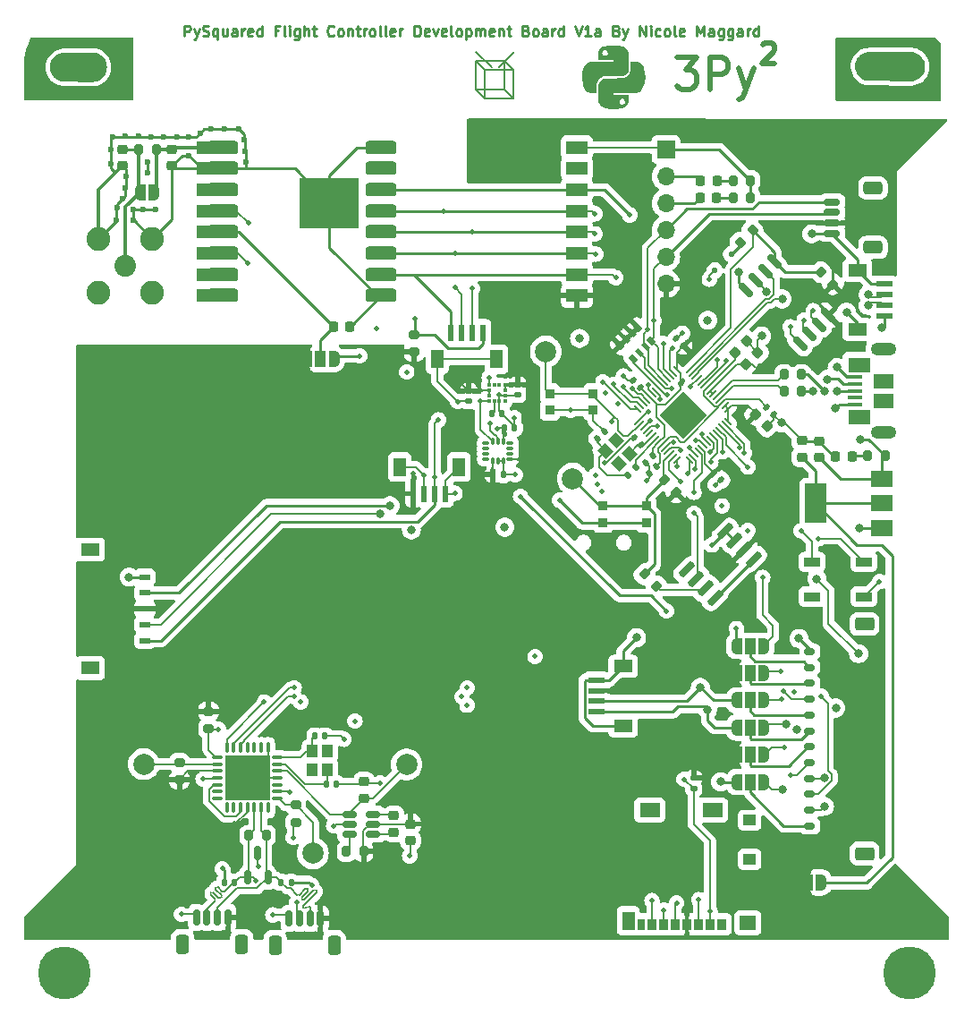
<source format=gbr>
%TF.GenerationSoftware,KiCad,Pcbnew,8.0.2-1*%
%TF.CreationDate,2024-05-29T22:59:52-07:00*%
%TF.ProjectId,flight_computer_dev_board_rfm98pw,666c6967-6874-45f6-936f-6d7075746572,rev?*%
%TF.SameCoordinates,Original*%
%TF.FileFunction,Copper,L1,Top*%
%TF.FilePolarity,Positive*%
%FSLAX46Y46*%
G04 Gerber Fmt 4.6, Leading zero omitted, Abs format (unit mm)*
G04 Created by KiCad (PCBNEW 8.0.2-1) date 2024-05-29 22:59:52*
%MOMM*%
%LPD*%
G01*
G04 APERTURE LIST*
G04 Aperture macros list*
%AMRoundRect*
0 Rectangle with rounded corners*
0 $1 Rounding radius*
0 $2 $3 $4 $5 $6 $7 $8 $9 X,Y pos of 4 corners*
0 Add a 4 corners polygon primitive as box body*
4,1,4,$2,$3,$4,$5,$6,$7,$8,$9,$2,$3,0*
0 Add four circle primitives for the rounded corners*
1,1,$1+$1,$2,$3*
1,1,$1+$1,$4,$5*
1,1,$1+$1,$6,$7*
1,1,$1+$1,$8,$9*
0 Add four rect primitives between the rounded corners*
20,1,$1+$1,$2,$3,$4,$5,0*
20,1,$1+$1,$4,$5,$6,$7,0*
20,1,$1+$1,$6,$7,$8,$9,0*
20,1,$1+$1,$8,$9,$2,$3,0*%
%AMRotRect*
0 Rectangle, with rotation*
0 The origin of the aperture is its center*
0 $1 length*
0 $2 width*
0 $3 Rotation angle, in degrees counterclockwise*
0 Add horizontal line*
21,1,$1,$2,0,0,$3*%
%AMFreePoly0*
4,1,19,0.550000,-0.750000,0.000000,-0.750000,0.000000,-0.744911,-0.071157,-0.744911,-0.207708,-0.704816,-0.327430,-0.627875,-0.420627,-0.520320,-0.479746,-0.390866,-0.500000,-0.250000,-0.500000,0.250000,-0.479746,0.390866,-0.420627,0.520320,-0.327430,0.627875,-0.207708,0.704816,-0.071157,0.744911,0.000000,0.744911,0.000000,0.750000,0.550000,0.750000,0.550000,-0.750000,0.550000,-0.750000,
$1*%
%AMFreePoly1*
4,1,19,0.000000,0.744911,0.071157,0.744911,0.207708,0.704816,0.327430,0.627875,0.420627,0.520320,0.479746,0.390866,0.500000,0.250000,0.500000,-0.250000,0.479746,-0.390866,0.420627,-0.520320,0.327430,-0.627875,0.207708,-0.704816,0.071157,-0.744911,0.000000,-0.744911,0.000000,-0.750000,-0.550000,-0.750000,-0.550000,0.750000,0.000000,0.750000,0.000000,0.744911,0.000000,0.744911,
$1*%
%AMFreePoly2*
4,1,19,0.500000,-0.750000,0.000000,-0.750000,0.000000,-0.744911,-0.071157,-0.744911,-0.207708,-0.704816,-0.327430,-0.627875,-0.420627,-0.520320,-0.479746,-0.390866,-0.500000,-0.250000,-0.500000,0.250000,-0.479746,0.390866,-0.420627,0.520320,-0.327430,0.627875,-0.207708,0.704816,-0.071157,0.744911,0.000000,0.744911,0.000000,0.750000,0.500000,0.750000,0.500000,-0.750000,0.500000,-0.750000,
$1*%
%AMFreePoly3*
4,1,19,0.000000,0.744911,0.071157,0.744911,0.207708,0.704816,0.327430,0.627875,0.420627,0.520320,0.479746,0.390866,0.500000,0.250000,0.500000,-0.250000,0.479746,-0.390866,0.420627,-0.520320,0.327430,-0.627875,0.207708,-0.704816,0.071157,-0.744911,0.000000,-0.744911,0.000000,-0.750000,-0.500000,-0.750000,-0.500000,0.750000,0.000000,0.750000,0.000000,0.744911,0.000000,0.744911,
$1*%
G04 Aperture macros list end*
%TA.AperFunction,NonConductor*%
%ADD10C,0.200000*%
%TD*%
%ADD11C,0.500000*%
%TA.AperFunction,NonConductor*%
%ADD12C,0.500000*%
%TD*%
%ADD13C,0.250000*%
%TA.AperFunction,NonConductor*%
%ADD14C,0.250000*%
%TD*%
%TA.AperFunction,EtchedComponent*%
%ADD15C,0.000000*%
%TD*%
%TA.AperFunction,SMDPad,CuDef*%
%ADD16FreePoly0,0.000000*%
%TD*%
%TA.AperFunction,SMDPad,CuDef*%
%ADD17R,1.000000X1.500000*%
%TD*%
%TA.AperFunction,SMDPad,CuDef*%
%ADD18FreePoly1,0.000000*%
%TD*%
%TA.AperFunction,SMDPad,CuDef*%
%ADD19RoundRect,0.140000X-0.021213X0.219203X-0.219203X0.021213X0.021213X-0.219203X0.219203X-0.021213X0*%
%TD*%
%TA.AperFunction,SMDPad,CuDef*%
%ADD20RoundRect,0.225000X0.250000X-0.225000X0.250000X0.225000X-0.250000X0.225000X-0.250000X-0.225000X0*%
%TD*%
%TA.AperFunction,SMDPad,CuDef*%
%ADD21RoundRect,0.200000X-0.200000X-0.275000X0.200000X-0.275000X0.200000X0.275000X-0.200000X0.275000X0*%
%TD*%
%TA.AperFunction,SMDPad,CuDef*%
%ADD22RoundRect,0.135000X0.185000X-0.135000X0.185000X0.135000X-0.185000X0.135000X-0.185000X-0.135000X0*%
%TD*%
%TA.AperFunction,ComponentPad*%
%ADD23C,2.050000*%
%TD*%
%TA.AperFunction,ComponentPad*%
%ADD24C,2.250000*%
%TD*%
%TA.AperFunction,ComponentPad*%
%ADD25C,2.000000*%
%TD*%
%TA.AperFunction,SMDPad,CuDef*%
%ADD26RoundRect,0.225000X-0.250000X0.225000X-0.250000X-0.225000X0.250000X-0.225000X0.250000X0.225000X0*%
%TD*%
%TA.AperFunction,SMDPad,CuDef*%
%ADD27RoundRect,0.150000X0.150000X0.625000X-0.150000X0.625000X-0.150000X-0.625000X0.150000X-0.625000X0*%
%TD*%
%TA.AperFunction,SMDPad,CuDef*%
%ADD28RoundRect,0.250000X0.350000X0.650000X-0.350000X0.650000X-0.350000X-0.650000X0.350000X-0.650000X0*%
%TD*%
%TA.AperFunction,SMDPad,CuDef*%
%ADD29R,2.000000X1.500000*%
%TD*%
%TA.AperFunction,SMDPad,CuDef*%
%ADD30R,2.000000X3.800000*%
%TD*%
%TA.AperFunction,SMDPad,CuDef*%
%ADD31R,1.550000X0.600000*%
%TD*%
%TA.AperFunction,SMDPad,CuDef*%
%ADD32R,1.800000X1.200000*%
%TD*%
%TA.AperFunction,SMDPad,CuDef*%
%ADD33RoundRect,0.200000X-0.275000X0.200000X-0.275000X-0.200000X0.275000X-0.200000X0.275000X0.200000X0*%
%TD*%
%TA.AperFunction,SMDPad,CuDef*%
%ADD34RoundRect,0.140000X0.021213X-0.219203X0.219203X-0.021213X-0.021213X0.219203X-0.219203X0.021213X0*%
%TD*%
%TA.AperFunction,SMDPad,CuDef*%
%ADD35RoundRect,0.218750X0.218750X0.256250X-0.218750X0.256250X-0.218750X-0.256250X0.218750X-0.256250X0*%
%TD*%
%TA.AperFunction,SMDPad,CuDef*%
%ADD36RotRect,0.800000X0.500000X135.000000*%
%TD*%
%TA.AperFunction,SMDPad,CuDef*%
%ADD37RotRect,0.800000X0.400000X135.000000*%
%TD*%
%TA.AperFunction,SMDPad,CuDef*%
%ADD38RoundRect,0.218750X-0.218750X-0.256250X0.218750X-0.256250X0.218750X0.256250X-0.218750X0.256250X0*%
%TD*%
%TA.AperFunction,SMDPad,CuDef*%
%ADD39R,0.900000X0.900000*%
%TD*%
%TA.AperFunction,SMDPad,CuDef*%
%ADD40RoundRect,0.140000X-0.140000X-0.170000X0.140000X-0.170000X0.140000X0.170000X-0.140000X0.170000X0*%
%TD*%
%TA.AperFunction,SMDPad,CuDef*%
%ADD41RoundRect,0.140000X-0.170000X0.140000X-0.170000X-0.140000X0.170000X-0.140000X0.170000X0.140000X0*%
%TD*%
%TA.AperFunction,SMDPad,CuDef*%
%ADD42RoundRect,0.200000X0.200000X0.275000X-0.200000X0.275000X-0.200000X-0.275000X0.200000X-0.275000X0*%
%TD*%
%TA.AperFunction,SMDPad,CuDef*%
%ADD43RoundRect,0.225000X0.017678X-0.335876X0.335876X-0.017678X-0.017678X0.335876X-0.335876X0.017678X0*%
%TD*%
%TA.AperFunction,SMDPad,CuDef*%
%ADD44R,0.600000X1.550000*%
%TD*%
%TA.AperFunction,SMDPad,CuDef*%
%ADD45R,1.200000X1.800000*%
%TD*%
%TA.AperFunction,SMDPad,CuDef*%
%ADD46RoundRect,0.135000X-0.035355X0.226274X-0.226274X0.035355X0.035355X-0.226274X0.226274X-0.035355X0*%
%TD*%
%TA.AperFunction,SMDPad,CuDef*%
%ADD47RotRect,1.150000X1.000000X315.000000*%
%TD*%
%TA.AperFunction,SMDPad,CuDef*%
%ADD48RoundRect,0.140000X0.219203X0.021213X0.021213X0.219203X-0.219203X-0.021213X-0.021213X-0.219203X0*%
%TD*%
%TA.AperFunction,SMDPad,CuDef*%
%ADD49RoundRect,0.140000X0.140000X0.170000X-0.140000X0.170000X-0.140000X-0.170000X0.140000X-0.170000X0*%
%TD*%
%TA.AperFunction,SMDPad,CuDef*%
%ADD50R,1.000000X0.600000*%
%TD*%
%TA.AperFunction,SMDPad,CuDef*%
%ADD51R,1.800000X1.250000*%
%TD*%
%TA.AperFunction,SMDPad,CuDef*%
%ADD52FreePoly2,0.000000*%
%TD*%
%TA.AperFunction,SMDPad,CuDef*%
%ADD53FreePoly3,0.000000*%
%TD*%
%TA.AperFunction,SMDPad,CuDef*%
%ADD54R,1.000000X1.150000*%
%TD*%
%TA.AperFunction,SMDPad,CuDef*%
%ADD55RoundRect,0.150000X-0.512500X-0.150000X0.512500X-0.150000X0.512500X0.150000X-0.512500X0.150000X0*%
%TD*%
%TA.AperFunction,ComponentPad*%
%ADD56C,5.000000*%
%TD*%
%TA.AperFunction,SMDPad,CuDef*%
%ADD57RoundRect,0.150000X0.150000X-0.512500X0.150000X0.512500X-0.150000X0.512500X-0.150000X-0.512500X0*%
%TD*%
%TA.AperFunction,SMDPad,CuDef*%
%ADD58RoundRect,0.200000X0.335876X0.053033X0.053033X0.335876X-0.335876X-0.053033X-0.053033X-0.335876X0*%
%TD*%
%TA.AperFunction,SMDPad,CuDef*%
%ADD59R,2.000000X1.300000*%
%TD*%
%TA.AperFunction,SMDPad,CuDef*%
%ADD60R,5.699999X4.800001*%
%TD*%
%TA.AperFunction,SMDPad,CuDef*%
%ADD61RoundRect,0.087500X-0.225000X-0.087500X0.225000X-0.087500X0.225000X0.087500X-0.225000X0.087500X0*%
%TD*%
%TA.AperFunction,SMDPad,CuDef*%
%ADD62RoundRect,0.087500X-0.087500X-0.225000X0.087500X-0.225000X0.087500X0.225000X-0.087500X0.225000X0*%
%TD*%
%TA.AperFunction,SMDPad,CuDef*%
%ADD63RoundRect,0.225000X-0.335876X-0.017678X-0.017678X-0.335876X0.335876X0.017678X0.017678X0.335876X0*%
%TD*%
%TA.AperFunction,SMDPad,CuDef*%
%ADD64RoundRect,0.150000X-0.565685X0.353553X0.353553X-0.565685X0.565685X-0.353553X-0.353553X0.565685X0*%
%TD*%
%TA.AperFunction,SMDPad,CuDef*%
%ADD65RoundRect,0.140000X-0.219203X-0.021213X-0.021213X-0.219203X0.219203X0.021213X0.021213X0.219203X0*%
%TD*%
%TA.AperFunction,SMDPad,CuDef*%
%ADD66R,1.500000X0.900000*%
%TD*%
%TA.AperFunction,SMDPad,CuDef*%
%ADD67RoundRect,0.125000X0.000000X-0.176777X0.176777X0.000000X0.000000X0.176777X-0.176777X0.000000X0*%
%TD*%
%TA.AperFunction,SMDPad,CuDef*%
%ADD68R,0.850000X1.100000*%
%TD*%
%TA.AperFunction,SMDPad,CuDef*%
%ADD69R,0.750000X1.100000*%
%TD*%
%TA.AperFunction,SMDPad,CuDef*%
%ADD70R,1.200000X1.000000*%
%TD*%
%TA.AperFunction,SMDPad,CuDef*%
%ADD71R,1.550000X1.350000*%
%TD*%
%TA.AperFunction,SMDPad,CuDef*%
%ADD72R,1.900000X1.350000*%
%TD*%
%TA.AperFunction,SMDPad,CuDef*%
%ADD73R,1.170000X1.800000*%
%TD*%
%TA.AperFunction,SMDPad,CuDef*%
%ADD74RoundRect,0.150000X0.625000X-0.150000X0.625000X0.150000X-0.625000X0.150000X-0.625000X-0.150000X0*%
%TD*%
%TA.AperFunction,SMDPad,CuDef*%
%ADD75RoundRect,0.250000X0.650000X-0.350000X0.650000X0.350000X-0.650000X0.350000X-0.650000X-0.350000X0*%
%TD*%
%TA.AperFunction,SMDPad,CuDef*%
%ADD76RoundRect,0.200000X0.275000X-0.200000X0.275000X0.200000X-0.275000X0.200000X-0.275000X-0.200000X0*%
%TD*%
%TA.AperFunction,SMDPad,CuDef*%
%ADD77RoundRect,0.050000X-0.309359X0.238649X0.238649X-0.309359X0.309359X-0.238649X-0.238649X0.309359X0*%
%TD*%
%TA.AperFunction,SMDPad,CuDef*%
%ADD78RoundRect,0.050000X-0.309359X-0.238649X-0.238649X-0.309359X0.309359X0.238649X0.238649X0.309359X0*%
%TD*%
%TA.AperFunction,ComponentPad*%
%ADD79C,0.500000*%
%TD*%
%TA.AperFunction,SMDPad,CuDef*%
%ADD80RotRect,3.200000X3.200000X315.000000*%
%TD*%
%TA.AperFunction,SMDPad,CuDef*%
%ADD81RoundRect,0.317500X1.157500X0.317500X-1.157500X0.317500X-1.157500X-0.317500X1.157500X-0.317500X0*%
%TD*%
%TA.AperFunction,SMDPad,CuDef*%
%ADD82R,0.375000X0.350000*%
%TD*%
%TA.AperFunction,SMDPad,CuDef*%
%ADD83R,0.350000X0.375000*%
%TD*%
%TA.AperFunction,SMDPad,CuDef*%
%ADD84RoundRect,0.225000X0.225000X0.250000X-0.225000X0.250000X-0.225000X-0.250000X0.225000X-0.250000X0*%
%TD*%
%TA.AperFunction,SMDPad,CuDef*%
%ADD85RoundRect,0.075000X-0.437500X-0.075000X0.437500X-0.075000X0.437500X0.075000X-0.437500X0.075000X0*%
%TD*%
%TA.AperFunction,SMDPad,CuDef*%
%ADD86RoundRect,0.075000X-0.075000X-0.437500X0.075000X-0.437500X0.075000X0.437500X-0.075000X0.437500X0*%
%TD*%
%TA.AperFunction,SMDPad,CuDef*%
%ADD87R,4.250000X4.250000*%
%TD*%
%TA.AperFunction,SMDPad,CuDef*%
%ADD88RoundRect,0.150000X0.350000X-0.150000X0.350000X0.150000X-0.350000X0.150000X-0.350000X-0.150000X0*%
%TD*%
%TA.AperFunction,SMDPad,CuDef*%
%ADD89RoundRect,0.250000X0.650000X-0.375000X0.650000X0.375000X-0.650000X0.375000X-0.650000X-0.375000X0*%
%TD*%
%TA.AperFunction,SMDPad,CuDef*%
%ADD90RoundRect,0.200000X-0.335876X-0.053033X-0.053033X-0.335876X0.335876X0.053033X0.053033X0.335876X0*%
%TD*%
%TA.AperFunction,SMDPad,CuDef*%
%ADD91RoundRect,0.150000X0.406586X0.618718X-0.618718X-0.406586X-0.406586X-0.618718X0.618718X0.406586X0*%
%TD*%
%TA.AperFunction,SMDPad,CuDef*%
%ADD92RoundRect,0.200000X-0.053033X0.335876X-0.335876X0.053033X0.053033X-0.335876X0.335876X-0.053033X0*%
%TD*%
%TA.AperFunction,SMDPad,CuDef*%
%ADD93R,1.380000X0.450000*%
%TD*%
%TA.AperFunction,ComponentPad*%
%ADD94O,2.416000X1.208000*%
%TD*%
%TA.AperFunction,SMDPad,CuDef*%
%ADD95R,2.100000X1.475000*%
%TD*%
%TA.AperFunction,SMDPad,CuDef*%
%ADD96R,1.900000X1.375000*%
%TD*%
%TA.AperFunction,ComponentPad*%
%ADD97R,1.700000X1.700000*%
%TD*%
%TA.AperFunction,ComponentPad*%
%ADD98O,1.700000X1.700000*%
%TD*%
%TA.AperFunction,ViaPad*%
%ADD99C,0.600000*%
%TD*%
%TA.AperFunction,ViaPad*%
%ADD100C,0.460000*%
%TD*%
%TA.AperFunction,ViaPad*%
%ADD101C,0.800000*%
%TD*%
%TA.AperFunction,Conductor*%
%ADD102C,0.127000*%
%TD*%
%TA.AperFunction,Conductor*%
%ADD103C,0.250000*%
%TD*%
%TA.AperFunction,Conductor*%
%ADD104C,0.300000*%
%TD*%
%TA.AperFunction,Conductor*%
%ADD105C,0.342392*%
%TD*%
%TA.AperFunction,Conductor*%
%ADD106C,0.200000*%
%TD*%
G04 APERTURE END LIST*
D10*
X187190000Y-55370000D02*
X186340000Y-54520000D01*
X189040000Y-51820000D02*
X189890000Y-52670000D01*
X187840000Y-52410000D02*
X186360000Y-50930000D01*
X186340000Y-54520000D02*
X189040000Y-54520000D01*
X187190000Y-52670000D02*
X187190000Y-55370000D01*
X189890000Y-52670000D02*
X187190000Y-52670000D01*
X189040000Y-51820000D02*
X186340000Y-51820000D01*
X188520000Y-52390000D02*
X189990000Y-50920000D01*
X189040000Y-54520000D02*
X189040000Y-51820000D01*
X186340000Y-54520000D02*
X186340000Y-51820000D01*
X186340000Y-51820000D02*
X187190000Y-52670000D01*
X187190000Y-55370000D02*
X189890000Y-55370000D01*
X189040000Y-54520000D02*
X189890000Y-55370000D01*
X189890000Y-55370000D02*
X189890000Y-52670000D01*
D11*
D12*
X213498571Y-50289714D02*
X213593809Y-50194476D01*
X213593809Y-50194476D02*
X213784285Y-50099238D01*
X213784285Y-50099238D02*
X214260476Y-50099238D01*
X214260476Y-50099238D02*
X214450952Y-50194476D01*
X214450952Y-50194476D02*
X214546190Y-50289714D01*
X214546190Y-50289714D02*
X214641428Y-50480190D01*
X214641428Y-50480190D02*
X214641428Y-50670666D01*
X214641428Y-50670666D02*
X214546190Y-50956380D01*
X214546190Y-50956380D02*
X213403333Y-52099238D01*
X213403333Y-52099238D02*
X214641428Y-52099238D01*
D11*
D12*
X205367143Y-51481857D02*
X207224286Y-51481857D01*
X207224286Y-51481857D02*
X206224286Y-52624714D01*
X206224286Y-52624714D02*
X206652857Y-52624714D01*
X206652857Y-52624714D02*
X206938572Y-52767571D01*
X206938572Y-52767571D02*
X207081429Y-52910428D01*
X207081429Y-52910428D02*
X207224286Y-53196142D01*
X207224286Y-53196142D02*
X207224286Y-53910428D01*
X207224286Y-53910428D02*
X207081429Y-54196142D01*
X207081429Y-54196142D02*
X206938572Y-54339000D01*
X206938572Y-54339000D02*
X206652857Y-54481857D01*
X206652857Y-54481857D02*
X205795714Y-54481857D01*
X205795714Y-54481857D02*
X205510000Y-54339000D01*
X205510000Y-54339000D02*
X205367143Y-54196142D01*
X208510000Y-54481857D02*
X208510000Y-51481857D01*
X208510000Y-51481857D02*
X209652857Y-51481857D01*
X209652857Y-51481857D02*
X209938572Y-51624714D01*
X209938572Y-51624714D02*
X210081429Y-51767571D01*
X210081429Y-51767571D02*
X210224286Y-52053285D01*
X210224286Y-52053285D02*
X210224286Y-52481857D01*
X210224286Y-52481857D02*
X210081429Y-52767571D01*
X210081429Y-52767571D02*
X209938572Y-52910428D01*
X209938572Y-52910428D02*
X209652857Y-53053285D01*
X209652857Y-53053285D02*
X208510000Y-53053285D01*
X211224286Y-52481857D02*
X211938572Y-54481857D01*
X212652857Y-52481857D02*
X211938572Y-54481857D01*
X211938572Y-54481857D02*
X211652857Y-55196142D01*
X211652857Y-55196142D02*
X211510000Y-55339000D01*
X211510000Y-55339000D02*
X211224286Y-55481857D01*
D13*
D14*
X158753328Y-49464619D02*
X158753328Y-48464619D01*
X158753328Y-48464619D02*
X159134280Y-48464619D01*
X159134280Y-48464619D02*
X159229518Y-48512238D01*
X159229518Y-48512238D02*
X159277137Y-48559857D01*
X159277137Y-48559857D02*
X159324756Y-48655095D01*
X159324756Y-48655095D02*
X159324756Y-48797952D01*
X159324756Y-48797952D02*
X159277137Y-48893190D01*
X159277137Y-48893190D02*
X159229518Y-48940809D01*
X159229518Y-48940809D02*
X159134280Y-48988428D01*
X159134280Y-48988428D02*
X158753328Y-48988428D01*
X159658090Y-48797952D02*
X159896185Y-49464619D01*
X160134280Y-48797952D02*
X159896185Y-49464619D01*
X159896185Y-49464619D02*
X159800947Y-49702714D01*
X159800947Y-49702714D02*
X159753328Y-49750333D01*
X159753328Y-49750333D02*
X159658090Y-49797952D01*
X160467614Y-49417000D02*
X160610471Y-49464619D01*
X160610471Y-49464619D02*
X160848566Y-49464619D01*
X160848566Y-49464619D02*
X160943804Y-49417000D01*
X160943804Y-49417000D02*
X160991423Y-49369380D01*
X160991423Y-49369380D02*
X161039042Y-49274142D01*
X161039042Y-49274142D02*
X161039042Y-49178904D01*
X161039042Y-49178904D02*
X160991423Y-49083666D01*
X160991423Y-49083666D02*
X160943804Y-49036047D01*
X160943804Y-49036047D02*
X160848566Y-48988428D01*
X160848566Y-48988428D02*
X160658090Y-48940809D01*
X160658090Y-48940809D02*
X160562852Y-48893190D01*
X160562852Y-48893190D02*
X160515233Y-48845571D01*
X160515233Y-48845571D02*
X160467614Y-48750333D01*
X160467614Y-48750333D02*
X160467614Y-48655095D01*
X160467614Y-48655095D02*
X160515233Y-48559857D01*
X160515233Y-48559857D02*
X160562852Y-48512238D01*
X160562852Y-48512238D02*
X160658090Y-48464619D01*
X160658090Y-48464619D02*
X160896185Y-48464619D01*
X160896185Y-48464619D02*
X161039042Y-48512238D01*
X161896185Y-48797952D02*
X161896185Y-49797952D01*
X161896185Y-49417000D02*
X161800947Y-49464619D01*
X161800947Y-49464619D02*
X161610471Y-49464619D01*
X161610471Y-49464619D02*
X161515233Y-49417000D01*
X161515233Y-49417000D02*
X161467614Y-49369380D01*
X161467614Y-49369380D02*
X161419995Y-49274142D01*
X161419995Y-49274142D02*
X161419995Y-48988428D01*
X161419995Y-48988428D02*
X161467614Y-48893190D01*
X161467614Y-48893190D02*
X161515233Y-48845571D01*
X161515233Y-48845571D02*
X161610471Y-48797952D01*
X161610471Y-48797952D02*
X161800947Y-48797952D01*
X161800947Y-48797952D02*
X161896185Y-48845571D01*
X162800947Y-48797952D02*
X162800947Y-49464619D01*
X162372376Y-48797952D02*
X162372376Y-49321761D01*
X162372376Y-49321761D02*
X162419995Y-49417000D01*
X162419995Y-49417000D02*
X162515233Y-49464619D01*
X162515233Y-49464619D02*
X162658090Y-49464619D01*
X162658090Y-49464619D02*
X162753328Y-49417000D01*
X162753328Y-49417000D02*
X162800947Y-49369380D01*
X163705709Y-49464619D02*
X163705709Y-48940809D01*
X163705709Y-48940809D02*
X163658090Y-48845571D01*
X163658090Y-48845571D02*
X163562852Y-48797952D01*
X163562852Y-48797952D02*
X163372376Y-48797952D01*
X163372376Y-48797952D02*
X163277138Y-48845571D01*
X163705709Y-49417000D02*
X163610471Y-49464619D01*
X163610471Y-49464619D02*
X163372376Y-49464619D01*
X163372376Y-49464619D02*
X163277138Y-49417000D01*
X163277138Y-49417000D02*
X163229519Y-49321761D01*
X163229519Y-49321761D02*
X163229519Y-49226523D01*
X163229519Y-49226523D02*
X163277138Y-49131285D01*
X163277138Y-49131285D02*
X163372376Y-49083666D01*
X163372376Y-49083666D02*
X163610471Y-49083666D01*
X163610471Y-49083666D02*
X163705709Y-49036047D01*
X164181900Y-49464619D02*
X164181900Y-48797952D01*
X164181900Y-48988428D02*
X164229519Y-48893190D01*
X164229519Y-48893190D02*
X164277138Y-48845571D01*
X164277138Y-48845571D02*
X164372376Y-48797952D01*
X164372376Y-48797952D02*
X164467614Y-48797952D01*
X165181900Y-49417000D02*
X165086662Y-49464619D01*
X165086662Y-49464619D02*
X164896186Y-49464619D01*
X164896186Y-49464619D02*
X164800948Y-49417000D01*
X164800948Y-49417000D02*
X164753329Y-49321761D01*
X164753329Y-49321761D02*
X164753329Y-48940809D01*
X164753329Y-48940809D02*
X164800948Y-48845571D01*
X164800948Y-48845571D02*
X164896186Y-48797952D01*
X164896186Y-48797952D02*
X165086662Y-48797952D01*
X165086662Y-48797952D02*
X165181900Y-48845571D01*
X165181900Y-48845571D02*
X165229519Y-48940809D01*
X165229519Y-48940809D02*
X165229519Y-49036047D01*
X165229519Y-49036047D02*
X164753329Y-49131285D01*
X166086662Y-49464619D02*
X166086662Y-48464619D01*
X166086662Y-49417000D02*
X165991424Y-49464619D01*
X165991424Y-49464619D02*
X165800948Y-49464619D01*
X165800948Y-49464619D02*
X165705710Y-49417000D01*
X165705710Y-49417000D02*
X165658091Y-49369380D01*
X165658091Y-49369380D02*
X165610472Y-49274142D01*
X165610472Y-49274142D02*
X165610472Y-48988428D01*
X165610472Y-48988428D02*
X165658091Y-48893190D01*
X165658091Y-48893190D02*
X165705710Y-48845571D01*
X165705710Y-48845571D02*
X165800948Y-48797952D01*
X165800948Y-48797952D02*
X165991424Y-48797952D01*
X165991424Y-48797952D02*
X166086662Y-48845571D01*
X167658091Y-48940809D02*
X167324758Y-48940809D01*
X167324758Y-49464619D02*
X167324758Y-48464619D01*
X167324758Y-48464619D02*
X167800948Y-48464619D01*
X168324758Y-49464619D02*
X168229520Y-49417000D01*
X168229520Y-49417000D02*
X168181901Y-49321761D01*
X168181901Y-49321761D02*
X168181901Y-48464619D01*
X168705711Y-49464619D02*
X168705711Y-48797952D01*
X168705711Y-48464619D02*
X168658092Y-48512238D01*
X168658092Y-48512238D02*
X168705711Y-48559857D01*
X168705711Y-48559857D02*
X168753330Y-48512238D01*
X168753330Y-48512238D02*
X168705711Y-48464619D01*
X168705711Y-48464619D02*
X168705711Y-48559857D01*
X169610472Y-48797952D02*
X169610472Y-49607476D01*
X169610472Y-49607476D02*
X169562853Y-49702714D01*
X169562853Y-49702714D02*
X169515234Y-49750333D01*
X169515234Y-49750333D02*
X169419996Y-49797952D01*
X169419996Y-49797952D02*
X169277139Y-49797952D01*
X169277139Y-49797952D02*
X169181901Y-49750333D01*
X169610472Y-49417000D02*
X169515234Y-49464619D01*
X169515234Y-49464619D02*
X169324758Y-49464619D01*
X169324758Y-49464619D02*
X169229520Y-49417000D01*
X169229520Y-49417000D02*
X169181901Y-49369380D01*
X169181901Y-49369380D02*
X169134282Y-49274142D01*
X169134282Y-49274142D02*
X169134282Y-48988428D01*
X169134282Y-48988428D02*
X169181901Y-48893190D01*
X169181901Y-48893190D02*
X169229520Y-48845571D01*
X169229520Y-48845571D02*
X169324758Y-48797952D01*
X169324758Y-48797952D02*
X169515234Y-48797952D01*
X169515234Y-48797952D02*
X169610472Y-48845571D01*
X170086663Y-49464619D02*
X170086663Y-48464619D01*
X170515234Y-49464619D02*
X170515234Y-48940809D01*
X170515234Y-48940809D02*
X170467615Y-48845571D01*
X170467615Y-48845571D02*
X170372377Y-48797952D01*
X170372377Y-48797952D02*
X170229520Y-48797952D01*
X170229520Y-48797952D02*
X170134282Y-48845571D01*
X170134282Y-48845571D02*
X170086663Y-48893190D01*
X170848568Y-48797952D02*
X171229520Y-48797952D01*
X170991425Y-48464619D02*
X170991425Y-49321761D01*
X170991425Y-49321761D02*
X171039044Y-49417000D01*
X171039044Y-49417000D02*
X171134282Y-49464619D01*
X171134282Y-49464619D02*
X171229520Y-49464619D01*
X172896187Y-49369380D02*
X172848568Y-49417000D01*
X172848568Y-49417000D02*
X172705711Y-49464619D01*
X172705711Y-49464619D02*
X172610473Y-49464619D01*
X172610473Y-49464619D02*
X172467616Y-49417000D01*
X172467616Y-49417000D02*
X172372378Y-49321761D01*
X172372378Y-49321761D02*
X172324759Y-49226523D01*
X172324759Y-49226523D02*
X172277140Y-49036047D01*
X172277140Y-49036047D02*
X172277140Y-48893190D01*
X172277140Y-48893190D02*
X172324759Y-48702714D01*
X172324759Y-48702714D02*
X172372378Y-48607476D01*
X172372378Y-48607476D02*
X172467616Y-48512238D01*
X172467616Y-48512238D02*
X172610473Y-48464619D01*
X172610473Y-48464619D02*
X172705711Y-48464619D01*
X172705711Y-48464619D02*
X172848568Y-48512238D01*
X172848568Y-48512238D02*
X172896187Y-48559857D01*
X173467616Y-49464619D02*
X173372378Y-49417000D01*
X173372378Y-49417000D02*
X173324759Y-49369380D01*
X173324759Y-49369380D02*
X173277140Y-49274142D01*
X173277140Y-49274142D02*
X173277140Y-48988428D01*
X173277140Y-48988428D02*
X173324759Y-48893190D01*
X173324759Y-48893190D02*
X173372378Y-48845571D01*
X173372378Y-48845571D02*
X173467616Y-48797952D01*
X173467616Y-48797952D02*
X173610473Y-48797952D01*
X173610473Y-48797952D02*
X173705711Y-48845571D01*
X173705711Y-48845571D02*
X173753330Y-48893190D01*
X173753330Y-48893190D02*
X173800949Y-48988428D01*
X173800949Y-48988428D02*
X173800949Y-49274142D01*
X173800949Y-49274142D02*
X173753330Y-49369380D01*
X173753330Y-49369380D02*
X173705711Y-49417000D01*
X173705711Y-49417000D02*
X173610473Y-49464619D01*
X173610473Y-49464619D02*
X173467616Y-49464619D01*
X174229521Y-48797952D02*
X174229521Y-49464619D01*
X174229521Y-48893190D02*
X174277140Y-48845571D01*
X174277140Y-48845571D02*
X174372378Y-48797952D01*
X174372378Y-48797952D02*
X174515235Y-48797952D01*
X174515235Y-48797952D02*
X174610473Y-48845571D01*
X174610473Y-48845571D02*
X174658092Y-48940809D01*
X174658092Y-48940809D02*
X174658092Y-49464619D01*
X174991426Y-48797952D02*
X175372378Y-48797952D01*
X175134283Y-48464619D02*
X175134283Y-49321761D01*
X175134283Y-49321761D02*
X175181902Y-49417000D01*
X175181902Y-49417000D02*
X175277140Y-49464619D01*
X175277140Y-49464619D02*
X175372378Y-49464619D01*
X175705712Y-49464619D02*
X175705712Y-48797952D01*
X175705712Y-48988428D02*
X175753331Y-48893190D01*
X175753331Y-48893190D02*
X175800950Y-48845571D01*
X175800950Y-48845571D02*
X175896188Y-48797952D01*
X175896188Y-48797952D02*
X175991426Y-48797952D01*
X176467617Y-49464619D02*
X176372379Y-49417000D01*
X176372379Y-49417000D02*
X176324760Y-49369380D01*
X176324760Y-49369380D02*
X176277141Y-49274142D01*
X176277141Y-49274142D02*
X176277141Y-48988428D01*
X176277141Y-48988428D02*
X176324760Y-48893190D01*
X176324760Y-48893190D02*
X176372379Y-48845571D01*
X176372379Y-48845571D02*
X176467617Y-48797952D01*
X176467617Y-48797952D02*
X176610474Y-48797952D01*
X176610474Y-48797952D02*
X176705712Y-48845571D01*
X176705712Y-48845571D02*
X176753331Y-48893190D01*
X176753331Y-48893190D02*
X176800950Y-48988428D01*
X176800950Y-48988428D02*
X176800950Y-49274142D01*
X176800950Y-49274142D02*
X176753331Y-49369380D01*
X176753331Y-49369380D02*
X176705712Y-49417000D01*
X176705712Y-49417000D02*
X176610474Y-49464619D01*
X176610474Y-49464619D02*
X176467617Y-49464619D01*
X177372379Y-49464619D02*
X177277141Y-49417000D01*
X177277141Y-49417000D02*
X177229522Y-49321761D01*
X177229522Y-49321761D02*
X177229522Y-48464619D01*
X177896189Y-49464619D02*
X177800951Y-49417000D01*
X177800951Y-49417000D02*
X177753332Y-49321761D01*
X177753332Y-49321761D02*
X177753332Y-48464619D01*
X178658094Y-49417000D02*
X178562856Y-49464619D01*
X178562856Y-49464619D02*
X178372380Y-49464619D01*
X178372380Y-49464619D02*
X178277142Y-49417000D01*
X178277142Y-49417000D02*
X178229523Y-49321761D01*
X178229523Y-49321761D02*
X178229523Y-48940809D01*
X178229523Y-48940809D02*
X178277142Y-48845571D01*
X178277142Y-48845571D02*
X178372380Y-48797952D01*
X178372380Y-48797952D02*
X178562856Y-48797952D01*
X178562856Y-48797952D02*
X178658094Y-48845571D01*
X178658094Y-48845571D02*
X178705713Y-48940809D01*
X178705713Y-48940809D02*
X178705713Y-49036047D01*
X178705713Y-49036047D02*
X178229523Y-49131285D01*
X179134285Y-49464619D02*
X179134285Y-48797952D01*
X179134285Y-48988428D02*
X179181904Y-48893190D01*
X179181904Y-48893190D02*
X179229523Y-48845571D01*
X179229523Y-48845571D02*
X179324761Y-48797952D01*
X179324761Y-48797952D02*
X179419999Y-48797952D01*
X180515238Y-49464619D02*
X180515238Y-48464619D01*
X180515238Y-48464619D02*
X180753333Y-48464619D01*
X180753333Y-48464619D02*
X180896190Y-48512238D01*
X180896190Y-48512238D02*
X180991428Y-48607476D01*
X180991428Y-48607476D02*
X181039047Y-48702714D01*
X181039047Y-48702714D02*
X181086666Y-48893190D01*
X181086666Y-48893190D02*
X181086666Y-49036047D01*
X181086666Y-49036047D02*
X181039047Y-49226523D01*
X181039047Y-49226523D02*
X180991428Y-49321761D01*
X180991428Y-49321761D02*
X180896190Y-49417000D01*
X180896190Y-49417000D02*
X180753333Y-49464619D01*
X180753333Y-49464619D02*
X180515238Y-49464619D01*
X181896190Y-49417000D02*
X181800952Y-49464619D01*
X181800952Y-49464619D02*
X181610476Y-49464619D01*
X181610476Y-49464619D02*
X181515238Y-49417000D01*
X181515238Y-49417000D02*
X181467619Y-49321761D01*
X181467619Y-49321761D02*
X181467619Y-48940809D01*
X181467619Y-48940809D02*
X181515238Y-48845571D01*
X181515238Y-48845571D02*
X181610476Y-48797952D01*
X181610476Y-48797952D02*
X181800952Y-48797952D01*
X181800952Y-48797952D02*
X181896190Y-48845571D01*
X181896190Y-48845571D02*
X181943809Y-48940809D01*
X181943809Y-48940809D02*
X181943809Y-49036047D01*
X181943809Y-49036047D02*
X181467619Y-49131285D01*
X182277143Y-48797952D02*
X182515238Y-49464619D01*
X182515238Y-49464619D02*
X182753333Y-48797952D01*
X183515238Y-49417000D02*
X183420000Y-49464619D01*
X183420000Y-49464619D02*
X183229524Y-49464619D01*
X183229524Y-49464619D02*
X183134286Y-49417000D01*
X183134286Y-49417000D02*
X183086667Y-49321761D01*
X183086667Y-49321761D02*
X183086667Y-48940809D01*
X183086667Y-48940809D02*
X183134286Y-48845571D01*
X183134286Y-48845571D02*
X183229524Y-48797952D01*
X183229524Y-48797952D02*
X183420000Y-48797952D01*
X183420000Y-48797952D02*
X183515238Y-48845571D01*
X183515238Y-48845571D02*
X183562857Y-48940809D01*
X183562857Y-48940809D02*
X183562857Y-49036047D01*
X183562857Y-49036047D02*
X183086667Y-49131285D01*
X184134286Y-49464619D02*
X184039048Y-49417000D01*
X184039048Y-49417000D02*
X183991429Y-49321761D01*
X183991429Y-49321761D02*
X183991429Y-48464619D01*
X184658096Y-49464619D02*
X184562858Y-49417000D01*
X184562858Y-49417000D02*
X184515239Y-49369380D01*
X184515239Y-49369380D02*
X184467620Y-49274142D01*
X184467620Y-49274142D02*
X184467620Y-48988428D01*
X184467620Y-48988428D02*
X184515239Y-48893190D01*
X184515239Y-48893190D02*
X184562858Y-48845571D01*
X184562858Y-48845571D02*
X184658096Y-48797952D01*
X184658096Y-48797952D02*
X184800953Y-48797952D01*
X184800953Y-48797952D02*
X184896191Y-48845571D01*
X184896191Y-48845571D02*
X184943810Y-48893190D01*
X184943810Y-48893190D02*
X184991429Y-48988428D01*
X184991429Y-48988428D02*
X184991429Y-49274142D01*
X184991429Y-49274142D02*
X184943810Y-49369380D01*
X184943810Y-49369380D02*
X184896191Y-49417000D01*
X184896191Y-49417000D02*
X184800953Y-49464619D01*
X184800953Y-49464619D02*
X184658096Y-49464619D01*
X185420001Y-48797952D02*
X185420001Y-49797952D01*
X185420001Y-48845571D02*
X185515239Y-48797952D01*
X185515239Y-48797952D02*
X185705715Y-48797952D01*
X185705715Y-48797952D02*
X185800953Y-48845571D01*
X185800953Y-48845571D02*
X185848572Y-48893190D01*
X185848572Y-48893190D02*
X185896191Y-48988428D01*
X185896191Y-48988428D02*
X185896191Y-49274142D01*
X185896191Y-49274142D02*
X185848572Y-49369380D01*
X185848572Y-49369380D02*
X185800953Y-49417000D01*
X185800953Y-49417000D02*
X185705715Y-49464619D01*
X185705715Y-49464619D02*
X185515239Y-49464619D01*
X185515239Y-49464619D02*
X185420001Y-49417000D01*
X186324763Y-49464619D02*
X186324763Y-48797952D01*
X186324763Y-48893190D02*
X186372382Y-48845571D01*
X186372382Y-48845571D02*
X186467620Y-48797952D01*
X186467620Y-48797952D02*
X186610477Y-48797952D01*
X186610477Y-48797952D02*
X186705715Y-48845571D01*
X186705715Y-48845571D02*
X186753334Y-48940809D01*
X186753334Y-48940809D02*
X186753334Y-49464619D01*
X186753334Y-48940809D02*
X186800953Y-48845571D01*
X186800953Y-48845571D02*
X186896191Y-48797952D01*
X186896191Y-48797952D02*
X187039048Y-48797952D01*
X187039048Y-48797952D02*
X187134287Y-48845571D01*
X187134287Y-48845571D02*
X187181906Y-48940809D01*
X187181906Y-48940809D02*
X187181906Y-49464619D01*
X188039048Y-49417000D02*
X187943810Y-49464619D01*
X187943810Y-49464619D02*
X187753334Y-49464619D01*
X187753334Y-49464619D02*
X187658096Y-49417000D01*
X187658096Y-49417000D02*
X187610477Y-49321761D01*
X187610477Y-49321761D02*
X187610477Y-48940809D01*
X187610477Y-48940809D02*
X187658096Y-48845571D01*
X187658096Y-48845571D02*
X187753334Y-48797952D01*
X187753334Y-48797952D02*
X187943810Y-48797952D01*
X187943810Y-48797952D02*
X188039048Y-48845571D01*
X188039048Y-48845571D02*
X188086667Y-48940809D01*
X188086667Y-48940809D02*
X188086667Y-49036047D01*
X188086667Y-49036047D02*
X187610477Y-49131285D01*
X188515239Y-48797952D02*
X188515239Y-49464619D01*
X188515239Y-48893190D02*
X188562858Y-48845571D01*
X188562858Y-48845571D02*
X188658096Y-48797952D01*
X188658096Y-48797952D02*
X188800953Y-48797952D01*
X188800953Y-48797952D02*
X188896191Y-48845571D01*
X188896191Y-48845571D02*
X188943810Y-48940809D01*
X188943810Y-48940809D02*
X188943810Y-49464619D01*
X189277144Y-48797952D02*
X189658096Y-48797952D01*
X189420001Y-48464619D02*
X189420001Y-49321761D01*
X189420001Y-49321761D02*
X189467620Y-49417000D01*
X189467620Y-49417000D02*
X189562858Y-49464619D01*
X189562858Y-49464619D02*
X189658096Y-49464619D01*
X191086668Y-48940809D02*
X191229525Y-48988428D01*
X191229525Y-48988428D02*
X191277144Y-49036047D01*
X191277144Y-49036047D02*
X191324763Y-49131285D01*
X191324763Y-49131285D02*
X191324763Y-49274142D01*
X191324763Y-49274142D02*
X191277144Y-49369380D01*
X191277144Y-49369380D02*
X191229525Y-49417000D01*
X191229525Y-49417000D02*
X191134287Y-49464619D01*
X191134287Y-49464619D02*
X190753335Y-49464619D01*
X190753335Y-49464619D02*
X190753335Y-48464619D01*
X190753335Y-48464619D02*
X191086668Y-48464619D01*
X191086668Y-48464619D02*
X191181906Y-48512238D01*
X191181906Y-48512238D02*
X191229525Y-48559857D01*
X191229525Y-48559857D02*
X191277144Y-48655095D01*
X191277144Y-48655095D02*
X191277144Y-48750333D01*
X191277144Y-48750333D02*
X191229525Y-48845571D01*
X191229525Y-48845571D02*
X191181906Y-48893190D01*
X191181906Y-48893190D02*
X191086668Y-48940809D01*
X191086668Y-48940809D02*
X190753335Y-48940809D01*
X191896192Y-49464619D02*
X191800954Y-49417000D01*
X191800954Y-49417000D02*
X191753335Y-49369380D01*
X191753335Y-49369380D02*
X191705716Y-49274142D01*
X191705716Y-49274142D02*
X191705716Y-48988428D01*
X191705716Y-48988428D02*
X191753335Y-48893190D01*
X191753335Y-48893190D02*
X191800954Y-48845571D01*
X191800954Y-48845571D02*
X191896192Y-48797952D01*
X191896192Y-48797952D02*
X192039049Y-48797952D01*
X192039049Y-48797952D02*
X192134287Y-48845571D01*
X192134287Y-48845571D02*
X192181906Y-48893190D01*
X192181906Y-48893190D02*
X192229525Y-48988428D01*
X192229525Y-48988428D02*
X192229525Y-49274142D01*
X192229525Y-49274142D02*
X192181906Y-49369380D01*
X192181906Y-49369380D02*
X192134287Y-49417000D01*
X192134287Y-49417000D02*
X192039049Y-49464619D01*
X192039049Y-49464619D02*
X191896192Y-49464619D01*
X193086668Y-49464619D02*
X193086668Y-48940809D01*
X193086668Y-48940809D02*
X193039049Y-48845571D01*
X193039049Y-48845571D02*
X192943811Y-48797952D01*
X192943811Y-48797952D02*
X192753335Y-48797952D01*
X192753335Y-48797952D02*
X192658097Y-48845571D01*
X193086668Y-49417000D02*
X192991430Y-49464619D01*
X192991430Y-49464619D02*
X192753335Y-49464619D01*
X192753335Y-49464619D02*
X192658097Y-49417000D01*
X192658097Y-49417000D02*
X192610478Y-49321761D01*
X192610478Y-49321761D02*
X192610478Y-49226523D01*
X192610478Y-49226523D02*
X192658097Y-49131285D01*
X192658097Y-49131285D02*
X192753335Y-49083666D01*
X192753335Y-49083666D02*
X192991430Y-49083666D01*
X192991430Y-49083666D02*
X193086668Y-49036047D01*
X193562859Y-49464619D02*
X193562859Y-48797952D01*
X193562859Y-48988428D02*
X193610478Y-48893190D01*
X193610478Y-48893190D02*
X193658097Y-48845571D01*
X193658097Y-48845571D02*
X193753335Y-48797952D01*
X193753335Y-48797952D02*
X193848573Y-48797952D01*
X194610478Y-49464619D02*
X194610478Y-48464619D01*
X194610478Y-49417000D02*
X194515240Y-49464619D01*
X194515240Y-49464619D02*
X194324764Y-49464619D01*
X194324764Y-49464619D02*
X194229526Y-49417000D01*
X194229526Y-49417000D02*
X194181907Y-49369380D01*
X194181907Y-49369380D02*
X194134288Y-49274142D01*
X194134288Y-49274142D02*
X194134288Y-48988428D01*
X194134288Y-48988428D02*
X194181907Y-48893190D01*
X194181907Y-48893190D02*
X194229526Y-48845571D01*
X194229526Y-48845571D02*
X194324764Y-48797952D01*
X194324764Y-48797952D02*
X194515240Y-48797952D01*
X194515240Y-48797952D02*
X194610478Y-48845571D01*
X195705717Y-48464619D02*
X196039050Y-49464619D01*
X196039050Y-49464619D02*
X196372383Y-48464619D01*
X197229526Y-49464619D02*
X196658098Y-49464619D01*
X196943812Y-49464619D02*
X196943812Y-48464619D01*
X196943812Y-48464619D02*
X196848574Y-48607476D01*
X196848574Y-48607476D02*
X196753336Y-48702714D01*
X196753336Y-48702714D02*
X196658098Y-48750333D01*
X198086669Y-49464619D02*
X198086669Y-48940809D01*
X198086669Y-48940809D02*
X198039050Y-48845571D01*
X198039050Y-48845571D02*
X197943812Y-48797952D01*
X197943812Y-48797952D02*
X197753336Y-48797952D01*
X197753336Y-48797952D02*
X197658098Y-48845571D01*
X198086669Y-49417000D02*
X197991431Y-49464619D01*
X197991431Y-49464619D02*
X197753336Y-49464619D01*
X197753336Y-49464619D02*
X197658098Y-49417000D01*
X197658098Y-49417000D02*
X197610479Y-49321761D01*
X197610479Y-49321761D02*
X197610479Y-49226523D01*
X197610479Y-49226523D02*
X197658098Y-49131285D01*
X197658098Y-49131285D02*
X197753336Y-49083666D01*
X197753336Y-49083666D02*
X197991431Y-49083666D01*
X197991431Y-49083666D02*
X198086669Y-49036047D01*
X199658098Y-48940809D02*
X199800955Y-48988428D01*
X199800955Y-48988428D02*
X199848574Y-49036047D01*
X199848574Y-49036047D02*
X199896193Y-49131285D01*
X199896193Y-49131285D02*
X199896193Y-49274142D01*
X199896193Y-49274142D02*
X199848574Y-49369380D01*
X199848574Y-49369380D02*
X199800955Y-49417000D01*
X199800955Y-49417000D02*
X199705717Y-49464619D01*
X199705717Y-49464619D02*
X199324765Y-49464619D01*
X199324765Y-49464619D02*
X199324765Y-48464619D01*
X199324765Y-48464619D02*
X199658098Y-48464619D01*
X199658098Y-48464619D02*
X199753336Y-48512238D01*
X199753336Y-48512238D02*
X199800955Y-48559857D01*
X199800955Y-48559857D02*
X199848574Y-48655095D01*
X199848574Y-48655095D02*
X199848574Y-48750333D01*
X199848574Y-48750333D02*
X199800955Y-48845571D01*
X199800955Y-48845571D02*
X199753336Y-48893190D01*
X199753336Y-48893190D02*
X199658098Y-48940809D01*
X199658098Y-48940809D02*
X199324765Y-48940809D01*
X200229527Y-48797952D02*
X200467622Y-49464619D01*
X200705717Y-48797952D02*
X200467622Y-49464619D01*
X200467622Y-49464619D02*
X200372384Y-49702714D01*
X200372384Y-49702714D02*
X200324765Y-49750333D01*
X200324765Y-49750333D02*
X200229527Y-49797952D01*
X201848575Y-49464619D02*
X201848575Y-48464619D01*
X201848575Y-48464619D02*
X202420003Y-49464619D01*
X202420003Y-49464619D02*
X202420003Y-48464619D01*
X202896194Y-49464619D02*
X202896194Y-48797952D01*
X202896194Y-48464619D02*
X202848575Y-48512238D01*
X202848575Y-48512238D02*
X202896194Y-48559857D01*
X202896194Y-48559857D02*
X202943813Y-48512238D01*
X202943813Y-48512238D02*
X202896194Y-48464619D01*
X202896194Y-48464619D02*
X202896194Y-48559857D01*
X203800955Y-49417000D02*
X203705717Y-49464619D01*
X203705717Y-49464619D02*
X203515241Y-49464619D01*
X203515241Y-49464619D02*
X203420003Y-49417000D01*
X203420003Y-49417000D02*
X203372384Y-49369380D01*
X203372384Y-49369380D02*
X203324765Y-49274142D01*
X203324765Y-49274142D02*
X203324765Y-48988428D01*
X203324765Y-48988428D02*
X203372384Y-48893190D01*
X203372384Y-48893190D02*
X203420003Y-48845571D01*
X203420003Y-48845571D02*
X203515241Y-48797952D01*
X203515241Y-48797952D02*
X203705717Y-48797952D01*
X203705717Y-48797952D02*
X203800955Y-48845571D01*
X204372384Y-49464619D02*
X204277146Y-49417000D01*
X204277146Y-49417000D02*
X204229527Y-49369380D01*
X204229527Y-49369380D02*
X204181908Y-49274142D01*
X204181908Y-49274142D02*
X204181908Y-48988428D01*
X204181908Y-48988428D02*
X204229527Y-48893190D01*
X204229527Y-48893190D02*
X204277146Y-48845571D01*
X204277146Y-48845571D02*
X204372384Y-48797952D01*
X204372384Y-48797952D02*
X204515241Y-48797952D01*
X204515241Y-48797952D02*
X204610479Y-48845571D01*
X204610479Y-48845571D02*
X204658098Y-48893190D01*
X204658098Y-48893190D02*
X204705717Y-48988428D01*
X204705717Y-48988428D02*
X204705717Y-49274142D01*
X204705717Y-49274142D02*
X204658098Y-49369380D01*
X204658098Y-49369380D02*
X204610479Y-49417000D01*
X204610479Y-49417000D02*
X204515241Y-49464619D01*
X204515241Y-49464619D02*
X204372384Y-49464619D01*
X205277146Y-49464619D02*
X205181908Y-49417000D01*
X205181908Y-49417000D02*
X205134289Y-49321761D01*
X205134289Y-49321761D02*
X205134289Y-48464619D01*
X206039051Y-49417000D02*
X205943813Y-49464619D01*
X205943813Y-49464619D02*
X205753337Y-49464619D01*
X205753337Y-49464619D02*
X205658099Y-49417000D01*
X205658099Y-49417000D02*
X205610480Y-49321761D01*
X205610480Y-49321761D02*
X205610480Y-48940809D01*
X205610480Y-48940809D02*
X205658099Y-48845571D01*
X205658099Y-48845571D02*
X205753337Y-48797952D01*
X205753337Y-48797952D02*
X205943813Y-48797952D01*
X205943813Y-48797952D02*
X206039051Y-48845571D01*
X206039051Y-48845571D02*
X206086670Y-48940809D01*
X206086670Y-48940809D02*
X206086670Y-49036047D01*
X206086670Y-49036047D02*
X205610480Y-49131285D01*
X207277147Y-49464619D02*
X207277147Y-48464619D01*
X207277147Y-48464619D02*
X207610480Y-49178904D01*
X207610480Y-49178904D02*
X207943813Y-48464619D01*
X207943813Y-48464619D02*
X207943813Y-49464619D01*
X208848575Y-49464619D02*
X208848575Y-48940809D01*
X208848575Y-48940809D02*
X208800956Y-48845571D01*
X208800956Y-48845571D02*
X208705718Y-48797952D01*
X208705718Y-48797952D02*
X208515242Y-48797952D01*
X208515242Y-48797952D02*
X208420004Y-48845571D01*
X208848575Y-49417000D02*
X208753337Y-49464619D01*
X208753337Y-49464619D02*
X208515242Y-49464619D01*
X208515242Y-49464619D02*
X208420004Y-49417000D01*
X208420004Y-49417000D02*
X208372385Y-49321761D01*
X208372385Y-49321761D02*
X208372385Y-49226523D01*
X208372385Y-49226523D02*
X208420004Y-49131285D01*
X208420004Y-49131285D02*
X208515242Y-49083666D01*
X208515242Y-49083666D02*
X208753337Y-49083666D01*
X208753337Y-49083666D02*
X208848575Y-49036047D01*
X209753337Y-48797952D02*
X209753337Y-49607476D01*
X209753337Y-49607476D02*
X209705718Y-49702714D01*
X209705718Y-49702714D02*
X209658099Y-49750333D01*
X209658099Y-49750333D02*
X209562861Y-49797952D01*
X209562861Y-49797952D02*
X209420004Y-49797952D01*
X209420004Y-49797952D02*
X209324766Y-49750333D01*
X209753337Y-49417000D02*
X209658099Y-49464619D01*
X209658099Y-49464619D02*
X209467623Y-49464619D01*
X209467623Y-49464619D02*
X209372385Y-49417000D01*
X209372385Y-49417000D02*
X209324766Y-49369380D01*
X209324766Y-49369380D02*
X209277147Y-49274142D01*
X209277147Y-49274142D02*
X209277147Y-48988428D01*
X209277147Y-48988428D02*
X209324766Y-48893190D01*
X209324766Y-48893190D02*
X209372385Y-48845571D01*
X209372385Y-48845571D02*
X209467623Y-48797952D01*
X209467623Y-48797952D02*
X209658099Y-48797952D01*
X209658099Y-48797952D02*
X209753337Y-48845571D01*
X210658099Y-48797952D02*
X210658099Y-49607476D01*
X210658099Y-49607476D02*
X210610480Y-49702714D01*
X210610480Y-49702714D02*
X210562861Y-49750333D01*
X210562861Y-49750333D02*
X210467623Y-49797952D01*
X210467623Y-49797952D02*
X210324766Y-49797952D01*
X210324766Y-49797952D02*
X210229528Y-49750333D01*
X210658099Y-49417000D02*
X210562861Y-49464619D01*
X210562861Y-49464619D02*
X210372385Y-49464619D01*
X210372385Y-49464619D02*
X210277147Y-49417000D01*
X210277147Y-49417000D02*
X210229528Y-49369380D01*
X210229528Y-49369380D02*
X210181909Y-49274142D01*
X210181909Y-49274142D02*
X210181909Y-48988428D01*
X210181909Y-48988428D02*
X210229528Y-48893190D01*
X210229528Y-48893190D02*
X210277147Y-48845571D01*
X210277147Y-48845571D02*
X210372385Y-48797952D01*
X210372385Y-48797952D02*
X210562861Y-48797952D01*
X210562861Y-48797952D02*
X210658099Y-48845571D01*
X211562861Y-49464619D02*
X211562861Y-48940809D01*
X211562861Y-48940809D02*
X211515242Y-48845571D01*
X211515242Y-48845571D02*
X211420004Y-48797952D01*
X211420004Y-48797952D02*
X211229528Y-48797952D01*
X211229528Y-48797952D02*
X211134290Y-48845571D01*
X211562861Y-49417000D02*
X211467623Y-49464619D01*
X211467623Y-49464619D02*
X211229528Y-49464619D01*
X211229528Y-49464619D02*
X211134290Y-49417000D01*
X211134290Y-49417000D02*
X211086671Y-49321761D01*
X211086671Y-49321761D02*
X211086671Y-49226523D01*
X211086671Y-49226523D02*
X211134290Y-49131285D01*
X211134290Y-49131285D02*
X211229528Y-49083666D01*
X211229528Y-49083666D02*
X211467623Y-49083666D01*
X211467623Y-49083666D02*
X211562861Y-49036047D01*
X212039052Y-49464619D02*
X212039052Y-48797952D01*
X212039052Y-48988428D02*
X212086671Y-48893190D01*
X212086671Y-48893190D02*
X212134290Y-48845571D01*
X212134290Y-48845571D02*
X212229528Y-48797952D01*
X212229528Y-48797952D02*
X212324766Y-48797952D01*
X213086671Y-49464619D02*
X213086671Y-48464619D01*
X213086671Y-49417000D02*
X212991433Y-49464619D01*
X212991433Y-49464619D02*
X212800957Y-49464619D01*
X212800957Y-49464619D02*
X212705719Y-49417000D01*
X212705719Y-49417000D02*
X212658100Y-49369380D01*
X212658100Y-49369380D02*
X212610481Y-49274142D01*
X212610481Y-49274142D02*
X212610481Y-48988428D01*
X212610481Y-48988428D02*
X212658100Y-48893190D01*
X212658100Y-48893190D02*
X212705719Y-48845571D01*
X212705719Y-48845571D02*
X212800957Y-48797952D01*
X212800957Y-48797952D02*
X212991433Y-48797952D01*
X212991433Y-48797952D02*
X213086671Y-48845571D01*
D15*
%TA.AperFunction,EtchedComponent*%
%TO.C,G\u002A\u002A\u002A*%
G36*
X199620334Y-50355565D02*
G01*
X199828168Y-50366891D01*
X200003889Y-50386690D01*
X200153499Y-50415801D01*
X200283002Y-50455060D01*
X200367669Y-50490315D01*
X200521673Y-50583331D01*
X200652262Y-50704203D01*
X200749839Y-50843813D01*
X200759384Y-50862427D01*
X200814015Y-50973444D01*
X200814015Y-51843919D01*
X200813941Y-52064303D01*
X200813565Y-52244691D01*
X200812655Y-52389729D01*
X200810981Y-52504060D01*
X200808310Y-52592329D01*
X200804410Y-52659181D01*
X200799051Y-52709259D01*
X200792001Y-52747209D01*
X200783028Y-52777674D01*
X200771901Y-52805300D01*
X200765374Y-52819681D01*
X200694072Y-52937753D01*
X200596415Y-53050432D01*
X200485612Y-53144255D01*
X200394708Y-53197450D01*
X200364950Y-53210463D01*
X200335662Y-53221195D01*
X200302299Y-53229925D01*
X200260311Y-53236936D01*
X200205151Y-53242508D01*
X200132272Y-53246923D01*
X200037124Y-53250461D01*
X199915161Y-53253405D01*
X199761835Y-53256035D01*
X199572597Y-53258632D01*
X199363224Y-53261230D01*
X198448109Y-53272390D01*
X198296919Y-53344006D01*
X198169903Y-53418755D01*
X198047139Y-53516928D01*
X197941122Y-53627009D01*
X197864344Y-53737482D01*
X197858969Y-53747688D01*
X197817011Y-53840902D01*
X197786124Y-53938344D01*
X197764912Y-54048737D01*
X197751981Y-54180804D01*
X197745936Y-54343266D01*
X197745034Y-54460032D01*
X197745034Y-54823620D01*
X197438136Y-54822127D01*
X197298879Y-54819165D01*
X197178414Y-54812166D01*
X197086037Y-54801832D01*
X197039644Y-54791966D01*
X196894540Y-54727350D01*
X196769404Y-54629565D01*
X196662942Y-54496684D01*
X196573863Y-54326777D01*
X196500873Y-54117915D01*
X196451815Y-53914728D01*
X196402593Y-53581746D01*
X196393612Y-53257385D01*
X196425110Y-52932391D01*
X196484634Y-52645814D01*
X196557431Y-52436491D01*
X196660560Y-52257242D01*
X196792418Y-52110153D01*
X196951402Y-51997310D01*
X197003611Y-51970697D01*
X197131238Y-51910879D01*
X199385544Y-51888559D01*
X199385544Y-51710000D01*
X198663993Y-51704108D01*
X197942443Y-51698217D01*
X197949758Y-51280031D01*
X197952740Y-51131132D01*
X197953873Y-51095760D01*
X198300776Y-51095760D01*
X198316177Y-51160561D01*
X198354071Y-51220168D01*
X198362590Y-51230520D01*
X198442115Y-51304752D01*
X198524419Y-51336718D01*
X198617558Y-51328481D01*
X198671536Y-51309585D01*
X198736159Y-51267705D01*
X198790055Y-51208966D01*
X198793495Y-51203566D01*
X198832517Y-51104535D01*
X198833434Y-51008842D01*
X198802407Y-50922723D01*
X198745597Y-50852410D01*
X198669164Y-50804140D01*
X198579270Y-50784147D01*
X198482076Y-50798665D01*
X198421634Y-50827254D01*
X198347954Y-50887129D01*
X198310638Y-50959706D01*
X198302832Y-51006924D01*
X198300776Y-51095760D01*
X197953873Y-51095760D01*
X197956323Y-51019225D01*
X197961376Y-50936661D01*
X197968771Y-50875793D01*
X197979379Y-50828973D01*
X197994070Y-50788553D01*
X198009499Y-50755380D01*
X198083318Y-50648984D01*
X198192344Y-50559402D01*
X198337692Y-50486304D01*
X198520473Y-50429362D01*
X198741803Y-50388245D01*
X199002793Y-50362626D01*
X199304559Y-50352175D01*
X199374384Y-50351877D01*
X199620334Y-50355565D01*
G37*
%TD.AperFunction*%
%TA.AperFunction,EtchedComponent*%
G36*
X201356598Y-51900698D02*
G01*
X201514172Y-51902570D01*
X201635501Y-51908311D01*
X201728926Y-51919610D01*
X201802789Y-51938157D01*
X201865431Y-51965640D01*
X201925193Y-52003747D01*
X201947533Y-52020334D01*
X202042519Y-52116913D01*
X202129157Y-52253238D01*
X202205948Y-52424941D01*
X202271390Y-52627657D01*
X202323985Y-52857020D01*
X202362232Y-53108663D01*
X202378030Y-53273279D01*
X202380772Y-53473291D01*
X202361680Y-53684060D01*
X202323210Y-53897086D01*
X202267821Y-54103874D01*
X202197971Y-54295926D01*
X202116117Y-54464743D01*
X202024718Y-54601829D01*
X201978908Y-54653135D01*
X201942568Y-54688956D01*
X201908347Y-54719372D01*
X201872428Y-54744824D01*
X201830995Y-54765754D01*
X201780231Y-54782605D01*
X201716319Y-54795819D01*
X201635444Y-54805838D01*
X201533788Y-54813104D01*
X201407536Y-54818060D01*
X201252870Y-54821147D01*
X201065975Y-54822808D01*
X200843033Y-54823485D01*
X200580229Y-54823619D01*
X200507362Y-54823620D01*
X199371817Y-54823620D01*
X199378680Y-54918480D01*
X199385544Y-55013339D01*
X200105359Y-55019228D01*
X200825175Y-55025117D01*
X200825175Y-55333235D01*
X200822479Y-55501337D01*
X200812897Y-55633618D01*
X200794187Y-55738655D01*
X200764107Y-55825023D01*
X200720414Y-55901301D01*
X200660866Y-55976063D01*
X200655578Y-55981983D01*
X200533581Y-56089144D01*
X200375348Y-56183598D01*
X200187920Y-56263583D01*
X199978337Y-56327337D01*
X199753641Y-56373097D01*
X199520872Y-56399102D01*
X199287072Y-56403590D01*
X199059280Y-56384799D01*
X199050746Y-56383589D01*
X198924329Y-56359809D01*
X198778860Y-56323761D01*
X198630680Y-56280201D01*
X198496134Y-56233884D01*
X198402783Y-56195000D01*
X198277443Y-56121106D01*
X198160034Y-56025431D01*
X198062474Y-55919110D01*
X197998528Y-55817307D01*
X197985063Y-55787493D01*
X197974138Y-55758520D01*
X197965487Y-55725584D01*
X197958842Y-55683884D01*
X197953938Y-55628616D01*
X197953403Y-55617131D01*
X199930084Y-55617131D01*
X199934155Y-55712929D01*
X199973516Y-55805890D01*
X200004387Y-55845189D01*
X200085754Y-55911664D01*
X200171453Y-55935834D01*
X200269511Y-55919386D01*
X200300886Y-55907477D01*
X200386643Y-55851652D01*
X200440159Y-55775604D01*
X200463194Y-55688032D01*
X200457509Y-55597637D01*
X200424863Y-55513120D01*
X200367017Y-55443180D01*
X200285731Y-55396519D01*
X200194495Y-55381617D01*
X200093508Y-55400738D01*
X200013370Y-55452232D01*
X199957692Y-55527298D01*
X199930084Y-55617131D01*
X197953403Y-55617131D01*
X197950506Y-55554978D01*
X197948280Y-55458166D01*
X197946992Y-55333379D01*
X197946377Y-55175813D01*
X197946166Y-54980666D01*
X197946131Y-54874677D01*
X197946197Y-54658690D01*
X197946674Y-54482459D01*
X197947795Y-54341103D01*
X197949790Y-54229740D01*
X197952892Y-54143487D01*
X197957331Y-54077463D01*
X197963341Y-54026784D01*
X197971151Y-53986568D01*
X197980995Y-53951934D01*
X197991297Y-53922800D01*
X198070223Y-53773435D01*
X198184836Y-53644220D01*
X198327907Y-53543018D01*
X198351884Y-53530486D01*
X198488719Y-53462109D01*
X199271929Y-53461667D01*
X199462163Y-53460931D01*
X199644666Y-53459044D01*
X199813000Y-53456159D01*
X199960726Y-53452432D01*
X200081405Y-53448017D01*
X200168600Y-53443070D01*
X200207497Y-53439197D01*
X200404097Y-53389085D01*
X200581480Y-53300165D01*
X200735147Y-53175774D01*
X200860596Y-53019248D01*
X200920958Y-52910224D01*
X200992573Y-52759033D01*
X200999480Y-52329376D01*
X201006386Y-51899719D01*
X201356598Y-51900698D01*
G37*
%TD.AperFunction*%
%TD*%
D16*
%TO.P,JP7,1,A*%
%TO.N,VCC_RF1*%
X211010000Y-107140000D03*
D17*
%TO.P,JP7,2,C*%
%TO.N,Net-(J2-Pin_11)*%
X212310000Y-107140000D03*
D18*
%TO.P,JP7,3,B*%
%TO.N,D9*%
X213610000Y-107140000D03*
%TD*%
D19*
%TO.P,C11,1,1*%
%TO.N,3.3V*%
X203079411Y-89110589D03*
%TO.P,C11,2,2*%
%TO.N,GND*%
X202400589Y-89789411D03*
%TD*%
D20*
%TO.P,C13,1,1*%
%TO.N,/3v3 Spec*%
X217210000Y-89295000D03*
%TO.P,C13,2,2*%
%TO.N,GND*%
X217210000Y-87745000D03*
%TD*%
D21*
%TO.P,R7,1,1*%
%TO.N,/D+*%
X215520000Y-81480000D03*
%TO.P,R7,2,2*%
%TO.N,USB_D+*%
X217170000Y-81480000D03*
%TD*%
D22*
%TO.P,R15,1,1*%
%TO.N,SPI0_CS1*%
X206960000Y-120650000D03*
%TO.P,R15,2,2*%
%TO.N,3.3V*%
X206960000Y-119630000D03*
%TD*%
D23*
%TO.P,J6,1,In*%
%TO.N,Net-(J6-In)*%
X153170000Y-71210000D03*
D24*
%TO.P,J6,2,Ext*%
%TO.N,GND*%
X150630000Y-68670000D03*
X150630000Y-73750000D03*
X155710000Y-68670000D03*
X155710000Y-73750000D03*
%TD*%
D25*
%TO.P,TP3,1,1*%
%TO.N,Net-(U9-RESET)*%
X154880000Y-118320000D03*
%TD*%
%TO.P,TP5,1,1*%
%TO.N,+5V*%
X179780000Y-118360000D03*
%TD*%
D26*
%TO.P,C16,1,1*%
%TO.N,Net-(J6-In)*%
X152910000Y-60185000D03*
%TO.P,C16,2,2*%
%TO.N,GND*%
X152910000Y-61735000D03*
%TD*%
D27*
%TO.P,J15,1,Pin_1*%
%TO.N,3.3V*%
X171630000Y-132920000D03*
%TO.P,J15,2,Pin_2*%
%TO.N,CANH*%
X170630000Y-132920000D03*
%TO.P,J15,3,Pin_3*%
%TO.N,CANL*%
X169630000Y-132920000D03*
%TO.P,J15,4,Pin_4*%
%TO.N,GND*%
X168630000Y-132920000D03*
D28*
%TO.P,J15,MP*%
%TO.N,N/C*%
X172930000Y-135445000D03*
X167330000Y-135445000D03*
%TD*%
D29*
%TO.P,IC2,1,ADJ/GND*%
%TO.N,GND*%
X224780000Y-95970000D03*
%TO.P,IC2,2,OUTPUT*%
%TO.N,/3v3 Spec*%
X224780000Y-93670000D03*
%TO.P,IC2,3,INPUT*%
%TO.N,VBUS*%
X224780000Y-91370000D03*
D30*
%TO.P,IC2,4,VOUT*%
%TO.N,/3v3 Spec*%
X218480000Y-93670000D03*
%TD*%
D31*
%TO.P,J9,1,1*%
%TO.N,VBUS*%
X224995000Y-75920000D03*
%TO.P,J9,2,2*%
%TO.N,USB_D-*%
X224995000Y-74920000D03*
%TO.P,J9,3,3*%
%TO.N,USB_D+*%
X224995000Y-73920000D03*
%TO.P,J9,4,4*%
%TO.N,GND*%
X224995000Y-72920000D03*
D32*
%TO.P,J9,S1,SHIELD*%
X222470000Y-77220000D03*
%TO.P,J9,S2,SHIELD*%
X222470000Y-71620000D03*
%TD*%
D33*
%TO.P,R23,1,1*%
%TO.N,3.3V*%
X161020000Y-113325000D03*
%TO.P,R23,2,2*%
%TO.N,SPI0_CS2*%
X161020000Y-114975000D03*
%TD*%
D34*
%TO.P,C4,1,1*%
%TO.N,GND*%
X202780589Y-90849411D03*
%TO.P,C4,2,2*%
%TO.N,1.2V*%
X203459411Y-90170589D03*
%TD*%
D35*
%TO.P,D1,1,K*%
%TO.N,Net-(D1-K)*%
X209157500Y-63130000D03*
%TO.P,D1,2,A*%
%TO.N,TX*%
X207582500Y-63130000D03*
%TD*%
D36*
%TO.P,R6,1,R1.1*%
%TO.N,SCL0*%
X201245736Y-79979848D03*
D37*
%TO.P,R6,2,R2.1*%
%TO.N,SDA0*%
X201811421Y-79414163D03*
%TO.P,R6,3,R3.1*%
%TO.N,SCL1*%
X202377107Y-78848477D03*
D36*
%TO.P,R6,4,R4.1*%
%TO.N,SDA1*%
X202942792Y-78282792D03*
%TO.P,R6,5,R4.2*%
%TO.N,3.3V*%
X201670000Y-77010000D03*
D37*
%TO.P,R6,6,R3.2*%
X201104315Y-77575685D03*
%TO.P,R6,7,R2.2*%
X200538629Y-78141371D03*
D36*
%TO.P,R6,8,R1.2*%
X199972944Y-78707056D03*
%TD*%
D20*
%TO.P,C12,1,1*%
%TO.N,VBUS*%
X218810000Y-89315000D03*
%TO.P,C12,2,2*%
%TO.N,GND*%
X218810000Y-87765000D03*
%TD*%
D38*
%TO.P,D3,1,K*%
%TO.N,GND*%
X220382500Y-89190000D03*
%TO.P,D3,2,A*%
%TO.N,Net-(D3-A)*%
X221957500Y-89190000D03*
%TD*%
D39*
%TO.P,SW2,A,P*%
%TO.N,FC_RESET*%
X202480000Y-93910000D03*
%TO.P,SW2,A',P1*%
X198380000Y-93910000D03*
%TO.P,SW2,B,S*%
%TO.N,GND*%
X202480000Y-95510000D03*
%TO.P,SW2,B',S1*%
X198380000Y-95510000D03*
%TD*%
D40*
%TO.P,C32,1,1*%
%TO.N,3.3V*%
X189040000Y-86550000D03*
%TO.P,C32,2,2*%
%TO.N,GND*%
X190000000Y-86550000D03*
%TD*%
D41*
%TO.P,C34,1,1*%
%TO.N,3.3V*%
X190300000Y-82430000D03*
%TO.P,C34,2,2*%
%TO.N,GND*%
X190300000Y-83390000D03*
%TD*%
D42*
%TO.P,L1,1,1*%
%TO.N,RF1_ANT*%
X156065000Y-60190000D03*
%TO.P,L1,2,2*%
%TO.N,Net-(J6-In)*%
X154415000Y-60190000D03*
%TD*%
D43*
%TO.P,C3,1,1*%
%TO.N,1.2V*%
X210853984Y-79396016D03*
%TO.P,C3,2,2*%
%TO.N,GND*%
X211950000Y-78300000D03*
%TD*%
D44*
%TO.P,J10,1,1*%
%TO.N,SPI0_CS0*%
X187000000Y-77505000D03*
%TO.P,J10,2,2*%
%TO.N,SPI0_SCK*%
X186000000Y-77505000D03*
%TO.P,J10,3,3*%
%TO.N,SPI0_MOSI*%
X185000000Y-77505000D03*
%TO.P,J10,4,4*%
%TO.N,SPI0_MISO*%
X184000000Y-77505000D03*
D45*
%TO.P,J10,S1,SHIELD*%
%TO.N,GND*%
X188300000Y-80030000D03*
%TO.P,J10,S2,SHIELD*%
X182700000Y-80030000D03*
%TD*%
D46*
%TO.P,R2,1,1*%
%TO.N,Net-(IC1-XOUT)*%
X201460624Y-90269376D03*
%TO.P,R2,2,2*%
%TO.N,Net-(C2-Pad2)*%
X200739376Y-90990624D03*
%TD*%
D16*
%TO.P,JP9,1,A*%
%TO.N,SCL0*%
X211010000Y-114870000D03*
D17*
%TO.P,JP9,2,C*%
%TO.N,Net-(J2-Pin_7)*%
X212310000Y-114870000D03*
D18*
%TO.P,JP9,3,B*%
%TO.N,BURN_RELAY_A {slash} D5*%
X213610000Y-114870000D03*
%TD*%
D47*
%TO.P,Y1,1,1*%
%TO.N,Net-(C2-Pad2)*%
X198642614Y-88692512D03*
%TO.P,Y1,2*%
%TO.N,N/C*%
X199880051Y-89929949D03*
%TO.P,Y1,3,2*%
%TO.N,Net-(IC1-XIN)*%
X200870000Y-88940000D03*
%TO.P,Y1,4*%
%TO.N,N/C*%
X199632563Y-87702563D03*
%TD*%
D43*
%TO.P,C8,1,1*%
%TO.N,3.3V*%
X211931992Y-80468008D03*
%TO.P,C8,2,2*%
%TO.N,GND*%
X213028008Y-79371992D03*
%TD*%
D48*
%TO.P,C10,1,1*%
%TO.N,3.3V*%
X201909411Y-82689411D03*
%TO.P,C10,2,2*%
%TO.N,GND*%
X201230589Y-82010589D03*
%TD*%
D49*
%TO.P,C39,1,1*%
%TO.N,CANL*%
X163500000Y-129500000D03*
%TO.P,C39,2,2*%
%TO.N,GND*%
X162540000Y-129500000D03*
%TD*%
D25*
%TO.P,TP4,1,1*%
%TO.N,Net-(U9-STBY)*%
X170910000Y-126760000D03*
%TD*%
D50*
%TO.P,J14,1,Pin_1*%
%TO.N,GND*%
X155016000Y-100632000D03*
%TO.P,J14,2,Pin_2*%
%TO.N,FC_RESET*%
X155016000Y-102132000D03*
%TO.P,J14,3,Pin_3*%
%TO.N,3.3V*%
X155016000Y-103632000D03*
%TO.P,J14,4,Pin_4*%
%TO.N,D0*%
X155016000Y-105132000D03*
%TO.P,J14,5,Pin_5*%
%TO.N,VCC_RF1*%
X155016000Y-106632000D03*
D51*
%TO.P,J14,S1*%
%TO.N,N/C*%
X149826000Y-98027000D03*
%TO.P,J14,S2*%
X149826000Y-109237000D03*
%TD*%
D52*
%TO.P,JP1,1,A*%
%TO.N,3.3V*%
X217730000Y-129510000D03*
D53*
%TO.P,JP1,2,B*%
%TO.N,/3v3 Spec*%
X219030000Y-129510000D03*
%TD*%
D54*
%TO.P,Y3,1,1*%
%TO.N,Net-(U9-OSC2)*%
X172260000Y-118825000D03*
%TO.P,Y3,2*%
%TO.N,N/C*%
X172260000Y-117075000D03*
%TO.P,Y3,3,2*%
%TO.N,Net-(U9-OSC1)*%
X170860000Y-117075000D03*
%TO.P,Y3,4*%
%TO.N,N/C*%
X170860000Y-118825000D03*
%TD*%
D55*
%TO.P,U10,1,VOUT*%
%TO.N,+5V*%
X174350000Y-123060000D03*
%TO.P,U10,2,GND*%
%TO.N,GND*%
X174350000Y-124010000D03*
%TO.P,U10,3,\u002ASHDN*%
%TO.N,Net-(U10-\u002ASHDN)*%
X174350000Y-124960000D03*
%TO.P,U10,4,C-*%
%TO.N,Net-(U10-C-)*%
X176625000Y-124960000D03*
%TO.P,U10,5,VIN*%
%TO.N,3.3V*%
X176625000Y-124010000D03*
%TO.P,U10,6,C+*%
%TO.N,Net-(U10-C+)*%
X176625000Y-123060000D03*
%TD*%
D56*
%TO.P,,1*%
%TO.N,N/C*%
X227414400Y-138100000D03*
%TD*%
%TO.P,,1*%
%TO.N,N/C*%
X147381083Y-138100000D03*
%TD*%
D26*
%TO.P,C15,1,1*%
%TO.N,RF1_ANT*%
X157560000Y-60175000D03*
%TO.P,C15,2,2*%
%TO.N,GND*%
X157560000Y-61725000D03*
%TD*%
D57*
%TO.P,D8,1,1*%
%TO.N,CANL*%
X164750000Y-129047500D03*
%TO.P,D8,2,2*%
%TO.N,CANH*%
X166650000Y-129047500D03*
%TO.P,D8,3,3*%
%TO.N,GND*%
X165700000Y-126772500D03*
%TD*%
D58*
%TO.P,R12,1,1*%
%TO.N,3.3V*%
X220143363Y-72943363D03*
%TO.P,R12,2,2*%
%TO.N,/QSPI_CS*%
X218976637Y-71776637D03*
%TD*%
D59*
%TO.P,U4,1,ANT*%
%TO.N,RF1_ANT*%
X160910000Y-60001499D03*
%TO.P,U4,2,GND*%
%TO.N,GND*%
X160910000Y-62001499D03*
%TO.P,U4,3,GPIO_3*%
%TO.N,unconnected-(U4-GPIO_3-Pad3)*%
X160910000Y-64001499D03*
%TO.P,U4,4,GPIO_4*%
%TO.N,RF1_IO4*%
X160910000Y-66001499D03*
%TO.P,U4,5,VCC*%
%TO.N,RF_VCC*%
X160910000Y-68001499D03*
%TO.P,U4,6,GPIO_0*%
%TO.N,RF1_IO0*%
X160910000Y-70001499D03*
%TO.P,U4,7,GPIO_1*%
%TO.N,unconnected-(U4-GPIO_1-Pad7)*%
X160910000Y-72001499D03*
%TO.P,U4,8,GPIO_2*%
%TO.N,unconnected-(U4-GPIO_2-Pad8)*%
X160910000Y-74001499D03*
%TO.P,U4,9,3.3V*%
%TO.N,3.3V*%
X195910000Y-74001499D03*
%TO.P,U4,10,MISO*%
%TO.N,SPI0_MISO*%
X195910000Y-72001499D03*
%TO.P,U4,11,MOSI*%
%TO.N,SPI0_MOSI*%
X195910000Y-70001499D03*
%TO.P,U4,12,SCK*%
%TO.N,SPI0_SCK*%
X195910000Y-68001499D03*
%TO.P,U4,13,NSS*%
%TO.N,SPI0_CS0*%
X195910000Y-66001499D03*
%TO.P,U4,14,RESET*%
%TO.N,RF1_RST*%
X195910000Y-64001499D03*
%TO.P,U4,15,GPIO_5*%
%TO.N,unconnected-(U4-GPIO_5-Pad15)*%
X195910000Y-62001499D03*
%TO.P,U4,16,GND*%
%TO.N,GND*%
X195910000Y-60001499D03*
D60*
%TO.P,U4,17,GND*%
X172477500Y-65251499D03*
%TD*%
D31*
%TO.P,J5,1,1*%
%TO.N,GND*%
X197755000Y-110380000D03*
%TO.P,J5,2,2*%
%TO.N,3.3V*%
X197755000Y-111380000D03*
%TO.P,J5,3,3*%
%TO.N,SDA0*%
X197755000Y-112380000D03*
%TO.P,J5,4,4*%
%TO.N,SCL0*%
X197755000Y-113380000D03*
D32*
%TO.P,J5,S1,SHIELD*%
%TO.N,GND*%
X200280000Y-109080000D03*
%TO.P,J5,S2,SHIELD*%
X200280000Y-114680000D03*
%TD*%
D21*
%TO.P,R4,1,1*%
%TO.N,Net-(D1-K)*%
X210685000Y-63130000D03*
%TO.P,R4,2,2*%
%TO.N,GND*%
X212335000Y-63130000D03*
%TD*%
D25*
%TO.P,TP2,1,1*%
%TO.N,FC_RESET*%
X195510000Y-91320000D03*
%TD*%
D61*
%TO.P,U7,1,SDO/SA0*%
%TO.N,unconnected-(U7-SDO{slash}SA0-Pad1)*%
X187257500Y-87970000D03*
%TO.P,U7,2,SDx*%
%TO.N,unconnected-(U7-SDx-Pad2)*%
X187257500Y-88470000D03*
%TO.P,U7,3,SCx*%
%TO.N,unconnected-(U7-SCx-Pad3)*%
X187257500Y-88970000D03*
%TO.P,U7,4,INT1*%
%TO.N,unconnected-(U7-INT1-Pad4)*%
X187257500Y-89470000D03*
D62*
%TO.P,U7,5,VDDIO*%
%TO.N,3.3V*%
X187920000Y-89632500D03*
%TO.P,U7,6,GND*%
%TO.N,GND*%
X188420000Y-89632500D03*
%TO.P,U7,7,GND*%
X188920000Y-89632500D03*
D61*
%TO.P,U7,8,VDD*%
%TO.N,3.3V*%
X189582500Y-89470000D03*
%TO.P,U7,9,INT2*%
%TO.N,unconnected-(U7-INT2-Pad9)*%
X189582500Y-88970000D03*
%TO.P,U7,10,OCS_Aux*%
%TO.N,unconnected-(U7-OCS_Aux-Pad10)*%
X189582500Y-88470000D03*
%TO.P,U7,11,SDO_Aux*%
%TO.N,unconnected-(U7-SDO_Aux-Pad11)*%
X189582500Y-87970000D03*
D62*
%TO.P,U7,12,CS*%
%TO.N,3.3V*%
X188920000Y-87807500D03*
%TO.P,U7,13,SCL*%
%TO.N,SCL1*%
X188420000Y-87807500D03*
%TO.P,U7,14,SDA*%
%TO.N,SDA1*%
X187920000Y-87807500D03*
%TD*%
D19*
%TO.P,C2,1,1*%
%TO.N,GND*%
X198499411Y-86870589D03*
%TO.P,C2,2,2*%
%TO.N,Net-(C2-Pad2)*%
X197820589Y-87549411D03*
%TD*%
D52*
%TO.P,JP6,1,A*%
%TO.N,Net-(J6-In)*%
X154540000Y-64220000D03*
D53*
%TO.P,JP6,2,B*%
%TO.N,RF1_ANT*%
X155840000Y-64220000D03*
%TD*%
D63*
%TO.P,C6,1,1*%
%TO.N,3.3V*%
X212811992Y-85251992D03*
%TO.P,C6,2,2*%
%TO.N,GND*%
X213908008Y-86348008D03*
%TD*%
D16*
%TO.P,JP5,1,A*%
%TO.N,3.3V*%
X211010000Y-109690000D03*
D17*
%TO.P,JP5,2,C*%
%TO.N,Net-(J2-Pin_10)*%
X212310000Y-109690000D03*
D18*
%TO.P,JP5,3,B*%
%TO.N,D8*%
X213610000Y-109690000D03*
%TD*%
D48*
%TO.P,C9,1,1*%
%TO.N,3.3V*%
X205989411Y-78729411D03*
%TO.P,C9,2,2*%
%TO.N,GND*%
X205310589Y-78050589D03*
%TD*%
D44*
%TO.P,J11,1,1*%
%TO.N,3.3V*%
X180440000Y-92745000D03*
%TO.P,J11,2,2*%
%TO.N,GND*%
X181440000Y-92745000D03*
%TO.P,J11,3,3*%
%TO.N,VCC_RF1*%
X182440000Y-92745000D03*
%TO.P,J11,4,4*%
%TO.N,GND*%
X183440000Y-92745000D03*
D45*
%TO.P,J11,S1,SHIELD*%
X179140000Y-90220000D03*
%TO.P,J11,S2,SHIELD*%
X184740000Y-90220000D03*
%TD*%
D21*
%TO.P,R26,1,1*%
%TO.N,CANL*%
X164850000Y-125070000D03*
%TO.P,R26,2,2*%
%TO.N,CANH*%
X166500000Y-125070000D03*
%TD*%
D20*
%TO.P,C42,1,1*%
%TO.N,Net-(U10-C-)*%
X178580000Y-124755000D03*
%TO.P,C42,2,2*%
%TO.N,Net-(U10-C+)*%
X178580000Y-123205000D03*
%TD*%
D16*
%TO.P,JP10,1,A*%
%TO.N,3.3V*%
X170320000Y-80000000D03*
D17*
%TO.P,JP10,2,C*%
%TO.N,RF_VCC*%
X171620000Y-80000000D03*
D18*
%TO.P,JP10,3,B*%
%TO.N,VCC_RF1*%
X172920000Y-80000000D03*
%TD*%
D40*
%TO.P,C37,1,1*%
%TO.N,Net-(U9-OSC2)*%
X172180000Y-120200000D03*
%TO.P,C37,2,2*%
%TO.N,GND*%
X173140000Y-120200000D03*
%TD*%
D64*
%TO.P,U6,1,SSEL*%
%TO.N,/QSPI_CS*%
X214631454Y-70767377D03*
%TO.P,U6,2,MISO*%
%TO.N,/QSPI_DATA[1]*%
X213733428Y-71665403D03*
%TO.P,U6,3,WP#/IO2*%
%TO.N,/QSPI_DATA[2]*%
X212835403Y-72563428D03*
%TO.P,U6,4,VSS*%
%TO.N,GND*%
X211937377Y-73461454D03*
%TO.P,U6,5,MOSI*%
%TO.N,/QSPI_DATA[0]*%
X217028546Y-78552623D03*
%TO.P,U6,6,SCK*%
%TO.N,/QSPI_SCK*%
X217926572Y-77654597D03*
%TO.P,U6,7,HOLD#/IO3*%
%TO.N,/QSPI_DATA[3]*%
X218824597Y-76756572D03*
%TO.P,U6,8,VCC*%
%TO.N,3.3V*%
X219722623Y-75858546D03*
%TD*%
D35*
%TO.P,D2,1,K*%
%TO.N,Net-(D2-K)*%
X209137500Y-64730000D03*
%TO.P,D2,2,A*%
%TO.N,RX*%
X207562500Y-64730000D03*
%TD*%
D65*
%TO.P,C7,1,1*%
%TO.N,3.3V*%
X208890589Y-90770589D03*
%TO.P,C7,2,2*%
%TO.N,GND*%
X209569411Y-91449411D03*
%TD*%
D42*
%TO.P,R27,1,1*%
%TO.N,3.3V*%
X175725000Y-126600000D03*
%TO.P,R27,2,2*%
%TO.N,Net-(U10-\u002ASHDN)*%
X174075000Y-126600000D03*
%TD*%
D21*
%TO.P,R8,1,1*%
%TO.N,/D-*%
X215525000Y-83070000D03*
%TO.P,R8,2,2*%
%TO.N,USB_D-*%
X217175000Y-83070000D03*
%TD*%
D66*
%TO.P,LED1,1,VDD*%
%TO.N,Neo_pwr*%
X218160000Y-99190000D03*
%TO.P,LED1,2,DO*%
%TO.N,unconnected-(LED1-DO-Pad2)*%
X218160000Y-102490000D03*
%TO.P,LED1,3,GND*%
%TO.N,GND*%
X223060000Y-102490000D03*
%TO.P,LED1,4,DI*%
%TO.N,NEOPIX*%
X223060000Y-99190000D03*
%TD*%
D65*
%TO.P,C1,1,1*%
%TO.N,GND*%
X201330589Y-87440589D03*
%TO.P,C1,2,2*%
%TO.N,Net-(IC1-XIN)*%
X202009411Y-88119411D03*
%TD*%
D20*
%TO.P,C41,1,1*%
%TO.N,GND*%
X180150000Y-125535000D03*
%TO.P,C41,2,2*%
%TO.N,3.3V*%
X180150000Y-123985000D03*
%TD*%
D67*
%TO.P,D4,1,K*%
%TO.N,D3*%
X208964683Y-71637817D03*
%TO.P,D4,2,A*%
%TO.N,Net-(D4-A)*%
X210520317Y-70082183D03*
%TD*%
D21*
%TO.P,R3,1,1*%
%TO.N,Net-(D2-K)*%
X210685000Y-64750000D03*
%TO.P,R3,2,2*%
%TO.N,GND*%
X212335000Y-64750000D03*
%TD*%
D68*
%TO.P,J4,1,DAT2*%
%TO.N,unconnected-(J4-DAT2-Pad1)*%
X209635000Y-133480000D03*
%TO.P,J4,2,CD/DAT3*%
%TO.N,SPI0_CS1*%
X208535000Y-133480000D03*
%TO.P,J4,3,CMD*%
%TO.N,SPI0_MOSI*%
X207435000Y-133480000D03*
%TO.P,J4,4,VDD*%
%TO.N,3.3V*%
X206335000Y-133480000D03*
%TO.P,J4,5,CLK*%
%TO.N,SPI0_SCK*%
X205235000Y-133480000D03*
%TO.P,J4,6,VSS*%
%TO.N,GND*%
X204135000Y-133480000D03*
%TO.P,J4,7,DAT0*%
%TO.N,SPI0_MISO*%
X203035000Y-133480000D03*
D69*
%TO.P,J4,8,DAT1*%
%TO.N,unconnected-(J4-DAT1-Pad8)*%
X201985000Y-133480000D03*
D70*
%TO.P,J4,9*%
%TO.N,N/C*%
X212270000Y-127330000D03*
%TO.P,J4,10*%
X212270000Y-123630000D03*
D71*
%TO.P,J4,11*%
X212095000Y-133355000D03*
D72*
X208770000Y-122655000D03*
X202800000Y-122655000D03*
D73*
X200775000Y-133130000D03*
%TD*%
D58*
%TO.P,R1,1,1*%
%TO.N,3.3V*%
X205323363Y-92633363D03*
%TO.P,R1,2,2*%
%TO.N,FC_RESET*%
X204156637Y-91466637D03*
%TD*%
D74*
%TO.P,J7,1,Pin_1*%
%TO.N,GND*%
X220050000Y-68150000D03*
%TO.P,J7,2,Pin_2*%
%TO.N,3.3V*%
X220050000Y-67150000D03*
%TO.P,J7,3,Pin_3*%
%TO.N,SDA1*%
X220050000Y-66150000D03*
%TO.P,J7,4,Pin_4*%
%TO.N,SCL1*%
X220050000Y-65150000D03*
D75*
%TO.P,J7,MP*%
%TO.N,N/C*%
X223925000Y-69450000D03*
X223925000Y-63850000D03*
%TD*%
D76*
%TO.P,R25,1,1*%
%TO.N,GND*%
X169290000Y-123855000D03*
%TO.P,R25,2,2*%
%TO.N,Net-(U9-STBY)*%
X169290000Y-122205000D03*
%TD*%
D49*
%TO.P,C40,1,1*%
%TO.N,GND*%
X168870000Y-129500000D03*
%TO.P,C40,2,2*%
%TO.N,CANH*%
X167910000Y-129500000D03*
%TD*%
D26*
%TO.P,C43,1,1*%
%TO.N,GND*%
X175750000Y-119995000D03*
%TO.P,C43,2,2*%
%TO.N,+5V*%
X175750000Y-121545000D03*
%TD*%
D77*
%TO.P,IC1,1,IOVDD*%
%TO.N,3.3V*%
X205337798Y-81040843D03*
%TO.P,IC1,2,GPIO0*%
%TO.N,TX*%
X205054955Y-81323686D03*
%TO.P,IC1,3,GPIO1*%
%TO.N,RX*%
X204772113Y-81606528D03*
%TO.P,IC1,4,GPIO2*%
%TO.N,SDA1*%
X204489270Y-81889371D03*
%TO.P,IC1,5,GPIO3*%
%TO.N,SCL1*%
X204206427Y-82172214D03*
%TO.P,IC1,6,GPIO4*%
%TO.N,SDA0*%
X203923585Y-82455056D03*
%TO.P,IC1,7,GPIO5*%
%TO.N,SCL0*%
X203640742Y-82737899D03*
%TO.P,IC1,8,GPIO6*%
%TO.N,ENABLE_BURN {slash} PC*%
X203357899Y-83020742D03*
%TO.P,IC1,9,GPIO7*%
%TO.N,I2C_RESET {slash} VS*%
X203075056Y-83303585D03*
%TO.P,IC1,10,IOVDD*%
%TO.N,3.3V*%
X202792214Y-83586427D03*
%TO.P,IC1,11,GPIO8*%
%TO.N,SPI0_MISO*%
X202509371Y-83869270D03*
%TO.P,IC1,12,GPIO9*%
%TO.N,SPI0_CS0*%
X202226528Y-84152113D03*
%TO.P,IC1,13,GPIO10*%
%TO.N,SPI0_SCK*%
X201943686Y-84434955D03*
%TO.P,IC1,14,GPIO11*%
%TO.N,SPI0_MOSI*%
X201660843Y-84717798D03*
D78*
%TO.P,IC1,15,GPIO12*%
%TO.N,ENAB_RF {slash} D2*%
X201660843Y-85902202D03*
%TO.P,IC1,16,GPIO13*%
%TO.N,D3*%
X201943686Y-86185045D03*
%TO.P,IC1,17,GPIO14*%
%TO.N,VBUS_RESET {slash} D4*%
X202226528Y-86467887D03*
%TO.P,IC1,18,GPIO15*%
%TO.N,BURN_RELAY_A {slash} D5*%
X202509371Y-86750730D03*
%TO.P,IC1,19,TESTEN*%
%TO.N,unconnected-(IC1-TESTEN-Pad19)*%
X202792214Y-87033573D03*
%TO.P,IC1,20,XIN*%
%TO.N,Net-(IC1-XIN)*%
X203075056Y-87316415D03*
%TO.P,IC1,21,XOUT*%
%TO.N,Net-(IC1-XOUT)*%
X203357899Y-87599258D03*
%TO.P,IC1,22,IOVDD*%
%TO.N,3.3V*%
X203640742Y-87882101D03*
%TO.P,IC1,23,DVDD*%
%TO.N,1.2V*%
X203923585Y-88164944D03*
%TO.P,IC1,24,SWCLK*%
%TO.N,SWCLK*%
X204206427Y-88447786D03*
%TO.P,IC1,25,SWDIO*%
%TO.N,SWDIO*%
X204489270Y-88730629D03*
%TO.P,IC1,26,/RUN*%
%TO.N,FC_RESET*%
X204772113Y-89013472D03*
%TO.P,IC1,27,GPIO16*%
%TO.N,D6*%
X205054955Y-89296314D03*
%TO.P,IC1,28,GPIO17*%
%TO.N,D7*%
X205337798Y-89579157D03*
D77*
%TO.P,IC1,29,GPIO18*%
%TO.N,D8*%
X206522202Y-89579157D03*
%TO.P,IC1,30,GPIO19*%
%TO.N,D9*%
X206805045Y-89296314D03*
%TO.P,IC1,31,GPIO20*%
%TO.N,RF1_RST*%
X207087887Y-89013472D03*
%TO.P,IC1,32,GPIO21*%
%TO.N,WDT_WDI*%
X207370730Y-88730629D03*
%TO.P,IC1,33,IOVDD*%
%TO.N,3.3V*%
X207653573Y-88447786D03*
%TO.P,IC1,34,GPIO22*%
%TO.N,RF1_IO4*%
X207936415Y-88164944D03*
%TO.P,IC1,35,GPIO23*%
%TO.N,RF1_IO0*%
X208219258Y-87882101D03*
%TO.P,IC1,36,GPIO24*%
%TO.N,NEOPIX*%
X208502101Y-87599258D03*
%TO.P,IC1,37,GPIO25*%
%TO.N,HS*%
X208784944Y-87316415D03*
%TO.P,IC1,38,GPIO26/AD0*%
%TO.N,SPI0_CS1*%
X209067786Y-87033573D03*
%TO.P,IC1,39,GPIO27/AD1*%
%TO.N,Neo_pwr*%
X209350629Y-86750730D03*
%TO.P,IC1,40,GPIO28/AD2*%
%TO.N,SPI0_CS2*%
X209633472Y-86467887D03*
%TO.P,IC1,41,GPIO29/AD3*%
%TO.N,D0*%
X209916314Y-86185045D03*
%TO.P,IC1,42,IOVDD*%
%TO.N,3.3V*%
X210199157Y-85902202D03*
D78*
%TO.P,IC1,43,ADC_IOVDD*%
X210199157Y-84717798D03*
%TO.P,IC1,44,VREG_IOVDD*%
X209916314Y-84434955D03*
%TO.P,IC1,45,VREG_VOUT*%
%TO.N,1.2V*%
X209633472Y-84152113D03*
%TO.P,IC1,46,USB_D-*%
%TO.N,/D-*%
X209350629Y-83869270D03*
%TO.P,IC1,47,USB_D+*%
%TO.N,/D+*%
X209067786Y-83586427D03*
%TO.P,IC1,48,USB_IOVDD*%
%TO.N,3.3V*%
X208784944Y-83303585D03*
%TO.P,IC1,49,IOVDD*%
X208502101Y-83020742D03*
%TO.P,IC1,50,DVDD*%
%TO.N,1.2V*%
X208219258Y-82737899D03*
%TO.P,IC1,51,QSPI_SD3*%
%TO.N,/QSPI_DATA[3]*%
X207936415Y-82455056D03*
%TO.P,IC1,52,QSPI_SCLK*%
%TO.N,/QSPI_SCK*%
X207653573Y-82172214D03*
%TO.P,IC1,53,QSPI_SD0*%
%TO.N,/QSPI_DATA[0]*%
X207370730Y-81889371D03*
%TO.P,IC1,54,QSPI_SD2*%
%TO.N,/QSPI_DATA[2]*%
X207087887Y-81606528D03*
%TO.P,IC1,55,QSPI_SD1*%
%TO.N,/QSPI_DATA[1]*%
X206805045Y-81323686D03*
%TO.P,IC1,56,~{QSPI_CS}*%
%TO.N,/QSPI_CS*%
X206522202Y-81040843D03*
D79*
%TO.P,IC1,57,GND*%
%TO.N,GND*%
X205930000Y-83400812D03*
X204020812Y-85310000D03*
D80*
X205930000Y-85310000D03*
D79*
X207839188Y-85310000D03*
X205930000Y-87219188D03*
%TD*%
D40*
%TO.P,C31,1,1*%
%TO.N,Net-(U8-C1)*%
X187860000Y-85190000D03*
%TO.P,C31,2,2*%
%TO.N,GND*%
X188820000Y-85190000D03*
%TD*%
D81*
%TO.P,U5,1,GND*%
%TO.N,GND*%
X177385000Y-74000000D03*
%TO.P,U5,2,MISO*%
%TO.N,SPI0_MISO*%
X177385000Y-72000000D03*
%TO.P,U5,3,MOSI*%
%TO.N,SPI0_MOSI*%
X177385000Y-70000000D03*
%TO.P,U5,4,SCK*%
%TO.N,SPI0_SCK*%
X177385000Y-68000000D03*
%TO.P,U5,5,CS*%
%TO.N,SPI0_CS0*%
X177385000Y-66000000D03*
%TO.P,U5,6,~{RESET}*%
%TO.N,RF1_RST*%
X177385000Y-64000000D03*
%TO.P,U5,7,NC*%
%TO.N,unconnected-(U5-NC-Pad7)*%
X177385000Y-62000000D03*
%TO.P,U5,8,GND*%
%TO.N,GND*%
X177385000Y-60000000D03*
%TO.P,U5,9,ANT*%
%TO.N,RF1_ANT*%
X162335000Y-60000000D03*
%TO.P,U5,10,GND*%
%TO.N,GND*%
X162335000Y-62000000D03*
%TO.P,U5,11,DIO3*%
%TO.N,unconnected-(U5-DIO3-Pad11)*%
X162335000Y-64000000D03*
%TO.P,U5,12,BUSY*%
%TO.N,RF1_IO4*%
X162335000Y-66000000D03*
%TO.P,U5,13,3V3*%
%TO.N,RF_VCC*%
X162335000Y-68000000D03*
%TO.P,U5,14,DIO0*%
%TO.N,RF1_IO0*%
X162335000Y-70000000D03*
%TO.P,U5,15,DIO1*%
%TO.N,unconnected-(U5-DIO1-Pad15)*%
X162335000Y-72000000D03*
%TO.P,U5,16,DIO2*%
%TO.N,unconnected-(U5-DIO2-Pad16)*%
X162335000Y-74000000D03*
%TD*%
D16*
%TO.P,JP3,1,A*%
%TO.N,GND*%
X211010000Y-120010000D03*
D17*
%TO.P,JP3,2,C*%
%TO.N,Net-(J2-Pin_1)*%
X212310000Y-120010000D03*
D18*
%TO.P,JP3,3,B*%
%TO.N,HS*%
X213610000Y-120010000D03*
%TD*%
D48*
%TO.P,C5,1,1*%
%TO.N,GND*%
X214538822Y-85218822D03*
%TO.P,C5,2,2*%
%TO.N,1.2V*%
X213860000Y-84540000D03*
%TD*%
D27*
%TO.P,J13,1,Pin_1*%
%TO.N,3.3V*%
X162880000Y-132825000D03*
%TO.P,J13,2,Pin_2*%
%TO.N,CANH*%
X161880000Y-132825000D03*
%TO.P,J13,3,Pin_3*%
%TO.N,CANL*%
X160880000Y-132825000D03*
%TO.P,J13,4,Pin_4*%
%TO.N,GND*%
X159880000Y-132825000D03*
D28*
%TO.P,J13,MP*%
%TO.N,N/C*%
X164180000Y-135350000D03*
X158580000Y-135350000D03*
%TD*%
D76*
%TO.P,R24,1,1*%
%TO.N,3.3V*%
X158270000Y-119795000D03*
%TO.P,R24,2,2*%
%TO.N,Net-(U9-RESET)*%
X158270000Y-118145000D03*
%TD*%
D82*
%TO.P,U8,1,SCL/SPC*%
%TO.N,SCL1*%
X187557500Y-82470000D03*
%TO.P,U8,2,CS_XL*%
%TO.N,3.3V*%
X187557500Y-82970000D03*
%TO.P,U8,3,CS_MAG*%
X187557500Y-83470000D03*
%TO.P,U8,4,SDA/SDI/SDO*%
%TO.N,SDA1*%
X187557500Y-83970000D03*
D83*
%TO.P,U8,5,C1*%
%TO.N,Net-(U8-C1)*%
X188070000Y-83982500D03*
%TO.P,U8,6,GND*%
%TO.N,GND*%
X188570000Y-83982500D03*
D82*
%TO.P,U8,7,INT_MAG/DRDY*%
%TO.N,unconnected-(U8-INT_MAG{slash}DRDY-Pad7)*%
X189082500Y-83970000D03*
%TO.P,U8,8,GND*%
%TO.N,GND*%
X189082500Y-83470000D03*
%TO.P,U8,9,VDD*%
%TO.N,3.3V*%
X189082500Y-82970000D03*
%TO.P,U8,10,VDD_IO*%
X189082500Y-82470000D03*
D83*
%TO.P,U8,11,INT_2_XL*%
%TO.N,unconnected-(U8-INT_2_XL-Pad11)*%
X188570000Y-82457500D03*
%TO.P,U8,12,INT_1_XL*%
%TO.N,unconnected-(U8-INT_1_XL-Pad12)*%
X188070000Y-82457500D03*
%TD*%
D39*
%TO.P,SW1,A,P*%
%TO.N,D3*%
X197450000Y-83260000D03*
%TO.P,SW1,A',P1*%
X193350000Y-83260000D03*
%TO.P,SW1,B,S*%
%TO.N,GND*%
X197450000Y-84860000D03*
%TO.P,SW1,B',S1*%
X193350000Y-84860000D03*
%TD*%
D84*
%TO.P,C14,1*%
%TO.N,GND*%
X174405000Y-76950000D03*
%TO.P,C14,2*%
%TO.N,RF_VCC*%
X172855000Y-76950000D03*
%TD*%
D40*
%TO.P,C38,1,1*%
%TO.N,Net-(U9-OSC1)*%
X171080000Y-115670000D03*
%TO.P,C38,2,2*%
%TO.N,GND*%
X172040000Y-115670000D03*
%TD*%
D85*
%TO.P,U9,1,CS*%
%TO.N,SPI0_CS2*%
X161885000Y-117670000D03*
%TO.P,U9,2,RESET*%
%TO.N,Net-(U9-RESET)*%
X161885000Y-118320000D03*
%TO.P,U9,3,VDD@1*%
%TO.N,3.3V*%
X161885000Y-118970000D03*
%TO.P,U9,4,TXCAN*%
%TO.N,TXCAN*%
X161885000Y-119620000D03*
%TO.P,U9,5,RXCAN*%
%TO.N,RXCAN*%
X161885000Y-120270000D03*
%TO.P,U9,6,CLKOUT*%
%TO.N,unconnected-(U9-CLKOUT-Pad6)*%
X161885000Y-120920000D03*
%TO.P,U9,7,TX0RTS*%
%TO.N,unconnected-(U9-TX0RTS-Pad7)*%
X161885000Y-121570000D03*
D86*
%TO.P,U9,8,TX1RTS*%
%TO.N,unconnected-(U9-TX1RTS-Pad8)*%
X162772500Y-122457500D03*
%TO.P,U9,9,TX2RTS*%
%TO.N,unconnected-(U9-TX2RTS-Pad9)*%
X163422500Y-122457500D03*
%TO.P,U9,10,RXD*%
%TO.N,RXCAN*%
X164072500Y-122457500D03*
%TO.P,U9,11,VIO*%
%TO.N,3.3V*%
X164722500Y-122457500D03*
%TO.P,U9,12,CANL*%
%TO.N,CANL*%
X165372500Y-122457500D03*
%TO.P,U9,13,CANH*%
%TO.N,CANH*%
X166022500Y-122457500D03*
%TO.P,U9,14,NC*%
%TO.N,unconnected-(U9-NC-Pad14)*%
X166672500Y-122457500D03*
D85*
%TO.P,U9,15,STBY*%
%TO.N,Net-(U9-STBY)*%
X167560000Y-121570000D03*
%TO.P,U9,16,TXD*%
%TO.N,TXCAN*%
X167560000Y-120920000D03*
%TO.P,U9,17,NC@1*%
%TO.N,unconnected-(U9-NC@1-Pad17)*%
X167560000Y-120270000D03*
%TO.P,U9,18,VSS@1*%
%TO.N,GND*%
X167560000Y-119620000D03*
%TO.P,U9,19,VDDA*%
%TO.N,+5V*%
X167560000Y-118970000D03*
%TO.P,U9,20,OSC2*%
%TO.N,Net-(U9-OSC2)*%
X167560000Y-118320000D03*
%TO.P,U9,21,OSC1*%
%TO.N,Net-(U9-OSC1)*%
X167560000Y-117670000D03*
D86*
%TO.P,U9,22,GND*%
%TO.N,GND*%
X166672500Y-116782500D03*
%TO.P,U9,23,RX1BF*%
%TO.N,unconnected-(U9-RX1BF-Pad23)*%
X166022500Y-116782500D03*
%TO.P,U9,24,RX0BF*%
%TO.N,unconnected-(U9-RX0BF-Pad24)*%
X165372500Y-116782500D03*
%TO.P,U9,25,INT*%
%TO.N,unconnected-(U9-INT-Pad25)*%
X164722500Y-116782500D03*
%TO.P,U9,26,SCK*%
%TO.N,SPI0_SCK*%
X164072500Y-116782500D03*
%TO.P,U9,27,SI*%
%TO.N,SPI0_MOSI*%
X163422500Y-116782500D03*
%TO.P,U9,28,SO*%
%TO.N,SPI0_MISO*%
X162772500Y-116782500D03*
D87*
%TO.P,U9,29,GND@1*%
%TO.N,GND*%
X164722500Y-119620000D03*
%TD*%
D88*
%TO.P,J2,1,Pin_1*%
%TO.N,Net-(J2-Pin_1)*%
X217950000Y-124180000D03*
%TO.P,J2,2,Pin_2*%
%TO.N,I2C_RESET {slash} VS*%
X217950000Y-122680000D03*
%TO.P,J2,3,Pin_3*%
%TO.N,ENABLE_BURN {slash} PC*%
X217950000Y-121180000D03*
%TO.P,J2,4,Pin_4*%
%TO.N,ENAB_RF {slash} D2*%
X217950000Y-119680000D03*
%TO.P,J2,5,Pin_5*%
%TO.N,D3*%
X217950000Y-118180000D03*
%TO.P,J2,6,Pin_6*%
%TO.N,Net-(J2-Pin_6)*%
X217950000Y-116680000D03*
%TO.P,J2,7,Pin_7*%
%TO.N,Net-(J2-Pin_7)*%
X217950000Y-115180000D03*
%TO.P,J2,8,Pin_8*%
%TO.N,Net-(J2-Pin_8)*%
X217950000Y-113680000D03*
%TO.P,J2,9,Pin_9*%
%TO.N,D7*%
X217950000Y-112180000D03*
%TO.P,J2,10,Pin_10*%
%TO.N,Net-(J2-Pin_10)*%
X217950000Y-110680000D03*
%TO.P,J2,11,Pin_11*%
%TO.N,Net-(J2-Pin_11)*%
X217950000Y-109180000D03*
%TO.P,J2,12,Pin_12*%
%TO.N,GND*%
X217950000Y-107680000D03*
D89*
%TO.P,J2,MP*%
%TO.N,N/C*%
X223140000Y-126785000D03*
X223140000Y-105075000D03*
%TD*%
D41*
%TO.P,C33,1,1*%
%TO.N,3.3V*%
X185690000Y-83040000D03*
%TO.P,C33,2,2*%
%TO.N,GND*%
X185690000Y-84000000D03*
%TD*%
D25*
%TO.P,TP1,1,1*%
%TO.N,D3*%
X192960000Y-79300000D03*
%TD*%
D90*
%TO.P,R5,1*%
%TO.N,FC_RESET*%
X202296637Y-100356637D03*
%TO.P,R5,2*%
%TO.N,Net-(U3-~{RESET})*%
X203463363Y-101523363D03*
%TD*%
D16*
%TO.P,JP8,1,A*%
%TO.N,SDA0*%
X211010000Y-112290000D03*
D17*
%TO.P,JP8,2,C*%
%TO.N,Net-(J2-Pin_8)*%
X212310000Y-112290000D03*
D18*
%TO.P,JP8,3,B*%
%TO.N,D6*%
X213610000Y-112290000D03*
%TD*%
D16*
%TO.P,JP4,1,A*%
%TO.N,3.3V*%
X211020000Y-117440000D03*
D17*
%TO.P,JP4,2,C*%
%TO.N,Net-(J2-Pin_6)*%
X212320000Y-117440000D03*
D18*
%TO.P,JP4,3,B*%
%TO.N,VBUS_RESET {slash} D4*%
X213620000Y-117440000D03*
%TD*%
D91*
%TO.P,U3,1,~{MR}*%
%TO.N,Net-(U3-~{MR})*%
X212627838Y-98956238D03*
%TO.P,U3,2,VCC*%
%TO.N,3.3V*%
X211729813Y-98058213D03*
%TO.P,U3,3,GND*%
%TO.N,GND*%
X210831787Y-97160187D03*
%TO.P,U3,4,PFI*%
X209933762Y-96262162D03*
%TO.P,U3,5,~{PFO}*%
%TO.N,unconnected-(U3-~{PFO}-Pad5)*%
X206292162Y-99903762D03*
%TO.P,U3,6,~{WDI}*%
%TO.N,WDT_WDI*%
X207190187Y-100801787D03*
%TO.P,U3,7,~{RESET}*%
%TO.N,Net-(U3-~{RESET})*%
X208088213Y-101699813D03*
%TO.P,U3,8,~{WDO}*%
%TO.N,Net-(U3-~{MR})*%
X208986238Y-102597838D03*
%TD*%
D92*
%TO.P,R10,1,1*%
%TO.N,/QSPI_CS*%
X212553363Y-67806637D03*
%TO.P,R10,2,2*%
%TO.N,Net-(D4-A)*%
X211386637Y-68973363D03*
%TD*%
D93*
%TO.P,J8,1,VBUS*%
%TO.N,VBUS*%
X222260000Y-81720000D03*
%TO.P,J8,2,D-*%
%TO.N,USB_D-*%
X222260000Y-82370000D03*
%TO.P,J8,3,D+*%
%TO.N,USB_D+*%
X222260000Y-83020000D03*
%TO.P,J8,4,ID*%
%TO.N,unconnected-(J8-ID-Pad4)*%
X222260000Y-83670000D03*
%TO.P,J8,5,GND*%
%TO.N,GND*%
X222260000Y-84320000D03*
D94*
%TO.P,J8,SH1,Shield*%
X224920000Y-86970000D03*
D95*
%TO.P,J8,SH2*%
%TO.N,N/C*%
X222620000Y-85482500D03*
D96*
%TO.P,J8,SH3*%
X224920000Y-83957500D03*
%TO.P,J8,SH4*%
X224920000Y-82082500D03*
D95*
%TO.P,J8,SH5*%
X222620000Y-80557500D03*
D94*
%TO.P,J8,SH6*%
X224920000Y-79070000D03*
%TD*%
D76*
%TO.P,R13,1,1*%
%TO.N,3.3V*%
X180500000Y-79325000D03*
%TO.P,R13,2,2*%
%TO.N,SPI0_CS0*%
X180500000Y-77675000D03*
%TD*%
D97*
%TO.P,J3,1,Pin_1*%
%TO.N,GND*%
X204330000Y-60190000D03*
D98*
%TO.P,J3,2,Pin_2*%
%TO.N,TX*%
X204330000Y-62730000D03*
%TO.P,J3,3,Pin_3*%
%TO.N,RX*%
X204330000Y-65270000D03*
%TO.P,J3,4,Pin_4*%
%TO.N,SCL1*%
X204330000Y-67810000D03*
%TO.P,J3,5,Pin_5*%
%TO.N,SDA1*%
X204330000Y-70350000D03*
%TO.P,J3,6,Pin_6*%
%TO.N,3.3V*%
X204330000Y-72890000D03*
%TD*%
D40*
%TO.P,C35,1,1*%
%TO.N,3.3V*%
X187970000Y-90950000D03*
%TO.P,C35,2,2*%
%TO.N,GND*%
X188930000Y-90950000D03*
%TD*%
D42*
%TO.P,R9,1,1*%
%TO.N,VBUS*%
X225065000Y-89180000D03*
%TO.P,R9,2,2*%
%TO.N,Net-(D3-A)*%
X223415000Y-89180000D03*
%TD*%
D99*
%TO.N,GND*%
X153230000Y-62770000D03*
D100*
X165960000Y-118530000D03*
D101*
X180230000Y-96170000D03*
D100*
X165920000Y-120130000D03*
D101*
X215270000Y-86050000D03*
D99*
X159110000Y-58990000D03*
D101*
X216930000Y-106440000D03*
D99*
X152860000Y-64860000D03*
D100*
X167110000Y-132590000D03*
X163510000Y-118550000D03*
D101*
X153511000Y-100637000D03*
D99*
X154870000Y-65870000D03*
X151810000Y-60210000D03*
X164430000Y-59240000D03*
D100*
X170800000Y-129770000D03*
X184610000Y-84030000D03*
X173850000Y-115970000D03*
D101*
X218140000Y-68160000D03*
D100*
X208679998Y-97590002D03*
X200300000Y-81610000D03*
X208982438Y-91907561D03*
D99*
X155270000Y-61360000D03*
D101*
X221430000Y-75570000D03*
D99*
X153930000Y-65870000D03*
X155250000Y-62360000D03*
X153120000Y-58960000D03*
X164550000Y-61340000D03*
D100*
X180070000Y-127000000D03*
D99*
X158020000Y-58980000D03*
D100*
X172870000Y-124160000D03*
D101*
X213390000Y-77840000D03*
D99*
X164510000Y-60360000D03*
D100*
X177270000Y-120100000D03*
D99*
X154380000Y-58940000D03*
D101*
X222660000Y-96000000D03*
D100*
X189950000Y-85580000D03*
X165720000Y-128040000D03*
D99*
X153120000Y-63830000D03*
D100*
X158470000Y-132530000D03*
D101*
X209520000Y-120000000D03*
D99*
X153940000Y-66910000D03*
D100*
X198529500Y-89848715D03*
X162340000Y-128210000D03*
D99*
X155580000Y-58990000D03*
D101*
X196160000Y-78060000D03*
X220400000Y-84690000D03*
D100*
X205900000Y-77570000D03*
X204120000Y-132130000D03*
X169040000Y-125260000D03*
D99*
X162580000Y-58200000D03*
D100*
X224550000Y-101060000D03*
D101*
X211180000Y-71770000D03*
D99*
X151800000Y-61520000D03*
X151920000Y-58970000D03*
X161280000Y-58230000D03*
D100*
X195320000Y-84860000D03*
D99*
X156770000Y-58980000D03*
D100*
X163480000Y-120130000D03*
D99*
X163890000Y-58230000D03*
D100*
X194250000Y-93350000D03*
D99*
X155990000Y-65870000D03*
D101*
X201550000Y-106360000D03*
D100*
X202520000Y-91510000D03*
D101*
X208290000Y-76340000D03*
D99*
X159190000Y-60740000D03*
D101*
X189070000Y-95910000D03*
D100*
X184360000Y-92700000D03*
D99*
X160210000Y-58640000D03*
D100*
X188490000Y-83380000D03*
D99*
X152330000Y-66910000D03*
D100*
X190080000Y-90960000D03*
X181440000Y-91020000D03*
D99*
X152370000Y-65680000D03*
D100*
%TO.N,3.3V*%
X163460000Y-123970000D03*
X184480000Y-82086500D03*
D101*
X194910000Y-129920000D03*
X202280000Y-118210000D03*
D100*
X164250000Y-132090000D03*
D101*
X209510000Y-117560000D03*
X209530000Y-113420000D03*
D100*
X173360000Y-132480000D03*
X206340000Y-132250000D03*
X213130000Y-81120000D03*
X188360000Y-86580000D03*
X202010000Y-98770000D03*
X180430000Y-90840000D03*
D101*
X219690000Y-70410000D03*
X153341000Y-103557000D03*
%TO.N,VBUS*%
X220550000Y-80800000D03*
X222750000Y-87640000D03*
X224800000Y-77030000D03*
D100*
%TO.N,VCC_RF1*%
X182440000Y-91140000D03*
X182790000Y-85770000D03*
X211000000Y-105500000D03*
X204390000Y-103840000D03*
X175340000Y-79710000D03*
X190560000Y-93000000D03*
%TO.N,D3*%
X199170000Y-85920000D03*
X208450000Y-72460000D03*
X216160000Y-119380000D03*
%TO.N,ENABLE_BURN {slash} PC*%
X203796738Y-83787000D03*
X219020000Y-111910000D03*
%TO.N,I2C_RESET {slash} VS*%
X202679075Y-82473441D03*
D101*
X219340353Y-122320353D03*
D100*
%TO.N,ENAB_RF {slash} D2*%
X202660000Y-85010000D03*
D101*
X219380000Y-119590000D03*
D100*
%TO.N,VBUS_RESET {slash} D4*%
X215506396Y-116726396D03*
X202849500Y-85860738D03*
D101*
%TO.N,BURN_RELAY_A {slash} D5*%
X215670000Y-114530688D03*
D100*
X203550000Y-86350000D03*
%TO.N,D7*%
X212080784Y-96219216D03*
X205337798Y-90170000D03*
X215450000Y-111420000D03*
%TO.N,D6*%
X215280000Y-112190000D03*
X205700000Y-91630000D03*
%TO.N,D8*%
X215210000Y-109560000D03*
X206400000Y-90840000D03*
%TO.N,SPI0_CS1*%
X208510000Y-132220000D03*
X216450000Y-111480000D03*
X209680000Y-88780000D03*
X206050000Y-119760000D03*
%TO.N,D9*%
X207100000Y-90410000D03*
X213493500Y-100670000D03*
%TO.N,TX*%
X204950000Y-79020000D03*
%TO.N,RX*%
X204070000Y-78550000D03*
%TO.N,Neo_pwr*%
X212080000Y-90220000D03*
X217130000Y-96240000D03*
%TO.N,SPI0_CS2*%
X209650000Y-93900000D03*
X211270172Y-88389828D03*
X191943000Y-108150000D03*
X161980000Y-115040000D03*
X174890000Y-114250000D03*
%TO.N,SDA1*%
X203210000Y-76390000D03*
X186770000Y-84000000D03*
%TO.N,SCL1*%
X187678042Y-86101958D03*
X187600000Y-81760000D03*
X202620000Y-77230000D03*
%TO.N,SDA0*%
X204850522Y-82754243D03*
D101*
X220410000Y-113017000D03*
X207590000Y-111070000D03*
%TO.N,SCL0*%
X208292347Y-113207653D03*
D100*
X204462067Y-83351099D03*
D101*
X216760000Y-115090000D03*
D100*
%TO.N,D0*%
X211765172Y-88884828D03*
D101*
X177274504Y-94662383D03*
%TO.N,HS*%
X215360000Y-120730000D03*
D100*
X208583633Y-89766425D03*
D101*
X222580000Y-107880000D03*
X218610000Y-100800000D03*
%TO.N,FC_RESET*%
X178212868Y-93870119D03*
D100*
%TO.N,SWCLK*%
X205044501Y-87897613D03*
%TO.N,SWDIO*%
X205760000Y-88610000D03*
%TO.N,SPI0_MISO*%
X201127420Y-82797802D03*
X198250000Y-92490000D03*
X169760000Y-112440000D03*
X199590000Y-72310000D03*
X185505000Y-112745000D03*
X166300000Y-112450000D03*
X203010000Y-131230000D03*
%TO.N,SPI0_CS0*%
X200340891Y-82659109D03*
X197600000Y-66270000D03*
X183240000Y-66001499D03*
X180570000Y-76200000D03*
%TO.N,SPI0_SCK*%
X185010000Y-111946500D03*
X205340000Y-131450000D03*
X197600000Y-68170000D03*
X169150000Y-111950000D03*
X185990000Y-68001499D03*
X199392286Y-82407714D03*
X197874605Y-91817762D03*
X186010000Y-73340000D03*
%TO.N,SPI0_MOSI*%
X197690000Y-90980000D03*
X169130000Y-111100000D03*
X184370000Y-70001499D03*
X197690000Y-70090000D03*
X185520000Y-111100000D03*
X198371758Y-82190609D03*
X207440000Y-131140000D03*
X184370000Y-73260000D03*
%TO.N,RF1_RST*%
X200910000Y-66380000D03*
X206570000Y-88420000D03*
%TO.N,WDT_WDI*%
X206990000Y-92600000D03*
X206990000Y-94590000D03*
%TO.N,RF1_IO4*%
X198640000Y-83210000D03*
X176960000Y-77100000D03*
X164830000Y-67160000D03*
X207168321Y-87727200D03*
%TO.N,RF1_IO0*%
X207730000Y-87140000D03*
X199794371Y-84205629D03*
X164720000Y-70930000D03*
X179790000Y-81240000D03*
%TO.N,NEOPIX*%
X208534359Y-88793124D03*
X218780000Y-97000000D03*
%TO.N,/QSPI_DATA[3]*%
X218280000Y-75430000D03*
X210049974Y-80209974D03*
%TO.N,/QSPI_SCK*%
X217420000Y-76340000D03*
X209174194Y-80114194D03*
%TO.N,/QSPI_DATA[0]*%
X206690000Y-82590000D03*
X216096396Y-76966396D03*
D101*
%TO.N,/QSPI_DATA[2]*%
X213850000Y-73670000D03*
X215330000Y-74330000D03*
%TO.N,USB_D-*%
X223489169Y-74945000D03*
X218210000Y-83080000D03*
X219580000Y-81940000D03*
%TO.N,USB_D+*%
X219320000Y-83080000D03*
X220550000Y-83090000D03*
X223489169Y-73895000D03*
D100*
%TO.N,CANL*%
X165520000Y-129320000D03*
X169380000Y-131360000D03*
%TO.N,TXCAN*%
X160520000Y-119740000D03*
X168690000Y-121000000D03*
%TD*%
D102*
%TO.N,Net-(IC1-XIN)*%
X201690589Y-88119411D02*
X200870000Y-88940000D01*
X203075056Y-87316415D02*
X202272060Y-88119411D01*
X202272060Y-88119411D02*
X202009411Y-88119411D01*
X202009411Y-88119411D02*
X201690589Y-88119411D01*
%TO.N,Net-(C2-Pad2)*%
X198752709Y-90990624D02*
X198036500Y-90274415D01*
X200739376Y-90990624D02*
X198752709Y-90990624D01*
X198642614Y-88692512D02*
X197820589Y-87870487D01*
X198036500Y-89298626D02*
X198642614Y-88692512D01*
X197820589Y-87870487D02*
X197820589Y-87549411D01*
X198036500Y-90274415D02*
X198036500Y-89298626D01*
%TO.N,1.2V*%
X208219258Y-82737899D02*
X207879242Y-83077915D01*
X209633472Y-84152113D02*
X209973489Y-83812096D01*
X208219258Y-82737899D02*
X210853984Y-80103173D01*
X208902129Y-84492129D02*
X209293456Y-84492129D01*
X206043758Y-87836242D02*
X209293455Y-84586545D01*
X209973489Y-83812096D02*
X213132096Y-83812096D01*
X210853984Y-80103173D02*
X210853984Y-79396016D01*
X203769411Y-89860589D02*
X203459411Y-90170589D01*
X203769411Y-89002134D02*
X203769411Y-89860589D01*
X203583568Y-88816291D02*
X203769411Y-89002134D01*
X209293455Y-84492130D02*
X209633472Y-84152113D01*
X205716242Y-87836242D02*
X206043758Y-87836242D01*
X207879242Y-83469242D02*
X208902129Y-84492129D01*
X203923585Y-88164944D02*
X203583568Y-88504961D01*
X204684416Y-87404113D02*
X205284113Y-87404113D01*
X209293455Y-84586545D02*
X209293455Y-84492130D01*
X203583568Y-88504961D02*
X203583568Y-88816291D01*
X213132096Y-83812096D02*
X213860000Y-84540000D01*
X209293456Y-84492129D02*
X209633472Y-84152113D01*
X205284113Y-87404113D02*
X205716242Y-87836242D01*
X203923585Y-88164944D02*
X204684416Y-87404113D01*
X207879242Y-83077915D02*
X207879242Y-83469242D01*
%TO.N,GND*%
X188930000Y-89642500D02*
X188920000Y-89632500D01*
X214538822Y-85218822D02*
X214538822Y-85717194D01*
X173140000Y-120200000D02*
X175545000Y-120200000D01*
D103*
X209933762Y-96262163D02*
X209933761Y-96336239D01*
D102*
X205419411Y-78050589D02*
X205900000Y-77570000D01*
D103*
X164550000Y-61340000D02*
X164550000Y-61950000D01*
X164550000Y-61340000D02*
X164550000Y-60400000D01*
D102*
X223060000Y-102490000D02*
X224490000Y-101060000D01*
D103*
X156760000Y-58970000D02*
X156770000Y-58980000D01*
X159110000Y-58990000D02*
X159860000Y-58990000D01*
X163890000Y-58230000D02*
X162610000Y-58230000D01*
X197755000Y-110380000D02*
X198980000Y-110380000D01*
D102*
X214538822Y-85218822D02*
X214538822Y-85318822D01*
X184315000Y-92745000D02*
X184360000Y-92700000D01*
X166660000Y-116642500D02*
X166660000Y-117680000D01*
X182700000Y-80030000D02*
X182700000Y-82120000D01*
D103*
X153230000Y-62055000D02*
X152910000Y-61735000D01*
D104*
X152910000Y-61735000D02*
X152237500Y-62407500D01*
D102*
X165700000Y-126772500D02*
X165700000Y-128020000D01*
X189082500Y-83470000D02*
X188580000Y-83470000D01*
D103*
X155270000Y-61360000D02*
X155270000Y-62340000D01*
X154911000Y-100632000D02*
X153516000Y-100632000D01*
X175078999Y-60000000D02*
X172477500Y-62601499D01*
D102*
X198672229Y-89848715D02*
X201080355Y-87440589D01*
D103*
X158545000Y-60740000D02*
X157560000Y-61725000D01*
D102*
X159880000Y-132825000D02*
X159585000Y-132530000D01*
X202780589Y-90169411D02*
X202400589Y-89789411D01*
D103*
X210831786Y-97160188D02*
X209933762Y-96262163D01*
X153516000Y-100632000D02*
X153511000Y-100637000D01*
D102*
X180640000Y-90220000D02*
X181440000Y-91020000D01*
D103*
X159190000Y-60740000D02*
X158545000Y-60740000D01*
X211180000Y-72704077D02*
X211937377Y-73461454D01*
X217950000Y-107460000D02*
X216930000Y-106440000D01*
D102*
X213021992Y-79371992D02*
X211950000Y-78300000D01*
D103*
X223770000Y-72920000D02*
X222470000Y-71620000D01*
X162580000Y-58200000D02*
X161310000Y-58200000D01*
X196655000Y-113915000D02*
X197420000Y-114680000D01*
X218810000Y-87765000D02*
X217230000Y-87765000D01*
D102*
X200700589Y-82010589D02*
X201230589Y-82010589D01*
D103*
X164510000Y-59320000D02*
X164430000Y-59240000D01*
X174435000Y-76950000D02*
X177385000Y-74000000D01*
X169226001Y-62000000D02*
X164600000Y-62000000D01*
X202480000Y-95510000D02*
X198380000Y-95510000D01*
X162540000Y-129500000D02*
X162540000Y-128410000D01*
D102*
X188820000Y-85190000D02*
X188570000Y-84940000D01*
D103*
X177385000Y-60000000D02*
X175078999Y-60000000D01*
D102*
X165810000Y-118530000D02*
X164710000Y-119630000D01*
X188930000Y-90950000D02*
X188930000Y-89642500D01*
D103*
X153120000Y-63830000D02*
X153120000Y-64600000D01*
D102*
X215270000Y-86050000D02*
X215515000Y-86050000D01*
X167697500Y-119630000D02*
X164710000Y-119630000D01*
D103*
X224780000Y-95970000D02*
X222690000Y-95970000D01*
D102*
X215515000Y-86050000D02*
X217210000Y-87745000D01*
X183440000Y-91520000D02*
X184740000Y-90220000D01*
D103*
X159860000Y-58990000D02*
X160210000Y-58640000D01*
D104*
X152237500Y-62407500D02*
X150630000Y-64015000D01*
D103*
X161310000Y-58200000D02*
X161280000Y-58230000D01*
D102*
X175545000Y-120200000D02*
X175750000Y-119995000D01*
D103*
X209933761Y-96336239D02*
X208679998Y-97590002D01*
X222260000Y-84320000D02*
X220770000Y-84320000D01*
D102*
X188570000Y-83982500D02*
X188560000Y-83972500D01*
X166660000Y-117680000D02*
X165960000Y-118380000D01*
D103*
X158020000Y-58980000D02*
X156770000Y-58980000D01*
X224995000Y-72920000D02*
X223770000Y-72920000D01*
D102*
X224490000Y-101060000D02*
X224550000Y-101060000D01*
D103*
X172477500Y-62601499D02*
X172477500Y-65251499D01*
D102*
X195910000Y-60001499D02*
X204141499Y-60001499D01*
X168300000Y-132590000D02*
X167110000Y-132590000D01*
D103*
X164430000Y-58770000D02*
X163890000Y-58230000D01*
D102*
X205310589Y-78050589D02*
X205419411Y-78050589D01*
X204141499Y-60001499D02*
X204330000Y-60190000D01*
X181440000Y-91020000D02*
X181440000Y-92745000D01*
D103*
X196655000Y-110455000D02*
X196655000Y-113915000D01*
D102*
X174350000Y-124010000D02*
X173020000Y-124010000D01*
X213028008Y-78201992D02*
X213390000Y-77840000D01*
D103*
X164510000Y-60360000D02*
X164510000Y-59320000D01*
X153950000Y-66910000D02*
X155710000Y-68670000D01*
X170530000Y-129500000D02*
X168870000Y-129500000D01*
D102*
X183440000Y-92745000D02*
X184315000Y-92745000D01*
D103*
X160620000Y-58230000D02*
X160210000Y-58640000D01*
X196410000Y-95510000D02*
X194250000Y-93350000D01*
X157560000Y-66820000D02*
X155710000Y-68670000D01*
X152370000Y-65680000D02*
X152370000Y-65350000D01*
D102*
X202400589Y-89789411D02*
X202400589Y-89799411D01*
D103*
X162540000Y-128410000D02*
X162340000Y-128210000D01*
X164600000Y-62000000D02*
X162335000Y-62000000D01*
X197420000Y-114680000D02*
X200280000Y-114680000D01*
X153120000Y-64600000D02*
X152860000Y-64860000D01*
X177385000Y-74000000D02*
X177001368Y-74000000D01*
D102*
X159585000Y-132530000D02*
X158470000Y-132530000D01*
D103*
X153230000Y-63720000D02*
X153120000Y-63830000D01*
X177001368Y-74000000D02*
X172477500Y-69476132D01*
X152330000Y-66970000D02*
X150630000Y-68670000D01*
D102*
X180150000Y-125535000D02*
X180150000Y-126920000D01*
X198529500Y-89848715D02*
X198672229Y-89848715D01*
X214538822Y-85318822D02*
X215270000Y-86050000D01*
X202780589Y-90849411D02*
X202780589Y-90169411D01*
X188580000Y-83470000D02*
X188490000Y-83380000D01*
X183440000Y-92745000D02*
X183440000Y-91520000D01*
D103*
X220382500Y-89190000D02*
X220235000Y-89190000D01*
X174405000Y-76950000D02*
X174435000Y-76950000D01*
D102*
X190000000Y-86550000D02*
X190000000Y-85630000D01*
D103*
X222690000Y-95970000D02*
X222660000Y-96000000D01*
X222470000Y-76610000D02*
X221430000Y-75570000D01*
X159100000Y-58980000D02*
X159110000Y-58990000D01*
X160911499Y-62000000D02*
X160910000Y-62001499D01*
X152330000Y-66910000D02*
X152330000Y-65720000D01*
D102*
X198499411Y-86870589D02*
X197450000Y-85821178D01*
D103*
X218150000Y-68150000D02*
X218140000Y-68160000D01*
X220770000Y-84320000D02*
X220400000Y-84690000D01*
X209395000Y-60190000D02*
X204330000Y-60190000D01*
X200280000Y-109080000D02*
X200280000Y-107630000D01*
X172477500Y-69476132D02*
X172477500Y-65251499D01*
D102*
X213028008Y-79371992D02*
X213028008Y-78201992D01*
D103*
X153230000Y-62770000D02*
X153230000Y-62055000D01*
D102*
X165960000Y-118380000D02*
X165960000Y-118530000D01*
D103*
X217950000Y-107680000D02*
X217950000Y-107460000D01*
X200280000Y-107630000D02*
X201550000Y-106360000D01*
X152330000Y-66910000D02*
X152330000Y-66970000D01*
D102*
X173550000Y-115670000D02*
X173850000Y-115970000D01*
D103*
X222470000Y-70570000D02*
X220050000Y-68150000D01*
X211010000Y-120010000D02*
X209530000Y-120010000D01*
X198380000Y-95510000D02*
X196410000Y-95510000D01*
X160910000Y-62001499D02*
X157836499Y-62001499D01*
D102*
X193350000Y-84860000D02*
X195320000Y-84860000D01*
D103*
X198980000Y-110380000D02*
X200280000Y-109080000D01*
D102*
X201080355Y-87440589D02*
X201330589Y-87440589D01*
X188420000Y-89632500D02*
X188920000Y-89632500D01*
D103*
X162335000Y-62000000D02*
X160911499Y-62000000D01*
X164550000Y-61950000D02*
X164600000Y-62000000D01*
X157836499Y-62001499D02*
X157560000Y-61725000D01*
D102*
X173020000Y-124010000D02*
X172870000Y-124160000D01*
D103*
X152330000Y-65720000D02*
X152370000Y-65680000D01*
D102*
X200300000Y-81610000D02*
X200700589Y-82010589D01*
X190070000Y-90950000D02*
X190080000Y-90960000D01*
D103*
X172477500Y-65251499D02*
X169226001Y-62000000D01*
X162610000Y-58230000D02*
X162580000Y-58200000D01*
D102*
X188570000Y-84940000D02*
X188570000Y-83982500D01*
D103*
X151800000Y-61520000D02*
X151800000Y-59090000D01*
D102*
X179140000Y-90220000D02*
X180640000Y-90220000D01*
D103*
X209530000Y-120010000D02*
X209520000Y-120000000D01*
X161280000Y-58230000D02*
X160620000Y-58230000D01*
D102*
X204135000Y-133480000D02*
X204135000Y-132145000D01*
D103*
X153930000Y-66900000D02*
X153940000Y-66910000D01*
D102*
X213028008Y-79371992D02*
X213021992Y-79371992D01*
X195320000Y-84860000D02*
X197450000Y-84860000D01*
X190220000Y-83470000D02*
X190300000Y-83390000D01*
D103*
X155990000Y-65870000D02*
X153930000Y-65870000D01*
D102*
X165700000Y-128020000D02*
X165720000Y-128040000D01*
D103*
X222470000Y-77220000D02*
X222470000Y-76610000D01*
D102*
X168630000Y-132920000D02*
X168300000Y-132590000D01*
D104*
X150630000Y-64015000D02*
X150630000Y-68670000D01*
D102*
X165960000Y-118530000D02*
X165810000Y-118530000D01*
D103*
X212335000Y-63130000D02*
X212335000Y-64750000D01*
X222470000Y-71620000D02*
X222470000Y-70570000D01*
D102*
X188300000Y-80030000D02*
X182700000Y-80030000D01*
D103*
X211180000Y-71770000D02*
X211180000Y-72704077D01*
X170800000Y-129770000D02*
X170530000Y-129500000D01*
X164430000Y-59240000D02*
X164430000Y-58770000D01*
D102*
X190000000Y-85630000D02*
X189950000Y-85580000D01*
X175855000Y-120100000D02*
X177270000Y-120100000D01*
X188930000Y-90950000D02*
X190070000Y-90950000D01*
X169290000Y-123855000D02*
X169040000Y-124105000D01*
X189082500Y-83470000D02*
X190220000Y-83470000D01*
X209440588Y-91449411D02*
X208982438Y-91907561D01*
D103*
X158020000Y-58980000D02*
X159100000Y-58980000D01*
D102*
X197450000Y-85821178D02*
X197450000Y-84860000D01*
X214538822Y-85717194D02*
X213908008Y-86348008D01*
D103*
X153930000Y-65870000D02*
X153930000Y-66900000D01*
D102*
X169040000Y-124105000D02*
X169040000Y-125260000D01*
D103*
X153230000Y-62770000D02*
X153230000Y-63720000D01*
X160451499Y-62001499D02*
X160910000Y-62001499D01*
D102*
X175750000Y-119995000D02*
X175855000Y-120100000D01*
D103*
X153940000Y-66910000D02*
X153950000Y-66910000D01*
D102*
X182700000Y-82120000D02*
X184610000Y-84030000D01*
D103*
X151800000Y-61970000D02*
X152237500Y-62407500D01*
D102*
X172040000Y-115670000D02*
X173550000Y-115670000D01*
D103*
X157560000Y-61725000D02*
X157560000Y-66820000D01*
X197755000Y-110380000D02*
X196730000Y-110380000D01*
D102*
X180150000Y-126920000D02*
X180070000Y-127000000D01*
X202780589Y-91249411D02*
X202520000Y-91510000D01*
D103*
X196730000Y-110380000D02*
X196655000Y-110455000D01*
D102*
X188570000Y-83460000D02*
X188490000Y-83380000D01*
X190000000Y-86550000D02*
X190000000Y-86370000D01*
X209569411Y-91449411D02*
X209440588Y-91449411D01*
D103*
X220235000Y-89190000D02*
X218810000Y-87765000D01*
X151920000Y-58970000D02*
X156760000Y-58970000D01*
X152370000Y-65350000D02*
X152860000Y-64860000D01*
X151800000Y-59090000D02*
X151920000Y-58970000D01*
X159190000Y-60740000D02*
X160451499Y-62001499D01*
X212335000Y-63130000D02*
X209395000Y-60190000D01*
D102*
X188570000Y-83982500D02*
X188570000Y-83460000D01*
X204135000Y-132145000D02*
X204120000Y-132130000D01*
D103*
X164550000Y-60400000D02*
X164510000Y-60360000D01*
D102*
X184640000Y-84000000D02*
X184610000Y-84030000D01*
X190000000Y-86370000D02*
X188820000Y-85190000D01*
D103*
X220050000Y-68150000D02*
X218150000Y-68150000D01*
D102*
X202780589Y-90849411D02*
X202780589Y-91249411D01*
D103*
X155270000Y-62340000D02*
X155250000Y-62360000D01*
X217230000Y-87765000D02*
X217210000Y-87745000D01*
X151800000Y-61520000D02*
X151800000Y-61970000D01*
D102*
X185690000Y-84000000D02*
X184640000Y-84000000D01*
%TO.N,3.3V*%
X189901389Y-89480000D02*
X190370000Y-89480000D01*
X208037746Y-89917746D02*
X208890589Y-90770589D01*
X187920000Y-89632500D02*
X187920000Y-90900000D01*
X202792214Y-83572214D02*
X201909411Y-82689411D01*
X180125000Y-124010000D02*
X180150000Y-123985000D01*
X202792214Y-83586427D02*
X202792214Y-83572214D01*
X211054835Y-80468008D02*
X211931992Y-80468008D01*
X209916314Y-84434955D02*
X210199157Y-84717798D01*
X176625000Y-124010000D02*
X180125000Y-124010000D01*
X212060000Y-84370000D02*
X212811992Y-85121992D01*
X207653573Y-88447786D02*
X208037746Y-88831959D01*
X203485787Y-84280000D02*
X204240000Y-84280000D01*
X187557500Y-83470000D02*
X187557500Y-82970000D01*
X188390000Y-86550000D02*
X188360000Y-86580000D01*
X187557500Y-82970000D02*
X185760000Y-82970000D01*
X205677814Y-81380859D02*
X205337798Y-81040843D01*
X162880000Y-132825000D02*
X163515000Y-132825000D01*
X163515000Y-132825000D02*
X164250000Y-132090000D01*
X208784944Y-83303585D02*
X208502101Y-83020742D01*
X203079411Y-89110589D02*
X203079411Y-88443432D01*
D103*
X209630000Y-117440000D02*
X209510000Y-117560000D01*
D102*
X175725000Y-126600000D02*
X175699000Y-126574000D01*
X206335000Y-132255000D02*
X206340000Y-132250000D01*
X205677814Y-82842186D02*
X205677814Y-81380859D01*
X172920000Y-132920000D02*
X173360000Y-132480000D01*
X203403758Y-84362029D02*
X203485787Y-84280000D01*
X203640742Y-87882101D02*
X204160000Y-87362843D01*
X208037746Y-88831959D02*
X208037746Y-89917746D01*
X175699000Y-124638723D02*
X176327723Y-124010000D01*
D103*
X220143363Y-72943363D02*
X220143363Y-70863363D01*
D102*
X205337798Y-81040843D02*
X205337798Y-79381024D01*
X163573711Y-123970000D02*
X163460000Y-123970000D01*
X189891389Y-89470000D02*
X189901389Y-89480000D01*
X210199157Y-85902202D02*
X210199157Y-84717798D01*
D103*
X220143363Y-70863363D02*
X219690000Y-70410000D01*
D102*
X203403758Y-85505843D02*
X203403758Y-84362029D01*
X185690000Y-83040000D02*
X184736500Y-82086500D01*
X164710000Y-122833711D02*
X163573711Y-123970000D01*
X161722500Y-118980000D02*
X159085000Y-118980000D01*
X204160000Y-87362843D02*
X204160000Y-86262085D01*
X176327723Y-124010000D02*
X176625000Y-124010000D01*
D103*
X211020000Y-117440000D02*
X209630000Y-117440000D01*
D102*
X159085000Y-118980000D02*
X158270000Y-119795000D01*
X189582500Y-89470000D02*
X189891389Y-89470000D01*
X212478008Y-80468008D02*
X213130000Y-81120000D01*
X187920000Y-90900000D02*
X187970000Y-90950000D01*
X185760000Y-82970000D02*
X185690000Y-83040000D01*
X189082500Y-82970000D02*
X189082500Y-82470000D01*
X189040000Y-86550000D02*
X188390000Y-86550000D01*
X188920000Y-86670000D02*
X189040000Y-86550000D01*
X204160000Y-86262085D02*
X203403758Y-85505843D01*
X203079411Y-88443432D02*
X203640742Y-87882101D01*
X184736500Y-82086500D02*
X184480000Y-82086500D01*
X205337798Y-79381024D02*
X205989411Y-78729411D01*
D103*
X153416000Y-103632000D02*
X153341000Y-103557000D01*
D102*
X171630000Y-132920000D02*
X172920000Y-132920000D01*
X202792214Y-83586427D02*
X203485787Y-84280000D01*
X206335000Y-133480000D02*
X206335000Y-132255000D01*
X204240000Y-84280000D02*
X205677814Y-82842186D01*
X175699000Y-126574000D02*
X175699000Y-124638723D01*
X210199157Y-84717798D02*
X210546955Y-84370000D01*
X208502101Y-83020742D02*
X211054835Y-80468008D01*
X212811992Y-85121992D02*
X212811992Y-85251992D01*
X164710000Y-122617500D02*
X164710000Y-122833711D01*
X211931992Y-80468008D02*
X212478008Y-80468008D01*
D103*
X154911000Y-103632000D02*
X153416000Y-103632000D01*
D102*
X188920000Y-87807500D02*
X188920000Y-86670000D01*
X210546955Y-84370000D02*
X212060000Y-84370000D01*
D103*
%TO.N,VBUS*%
X224995000Y-75920000D02*
X224995000Y-76835000D01*
X224780000Y-91370000D02*
X224780000Y-89465000D01*
X224995000Y-76835000D02*
X224800000Y-77030000D01*
X222260000Y-81720000D02*
X221470000Y-81720000D01*
X223525000Y-87640000D02*
X225065000Y-89180000D01*
X224780000Y-89465000D02*
X225065000Y-89180000D01*
X220865000Y-91370000D02*
X224780000Y-91370000D01*
X218810000Y-89315000D02*
X220865000Y-91370000D01*
X221470000Y-81720000D02*
X220550000Y-80800000D01*
X222750000Y-87640000D02*
X223525000Y-87640000D01*
%TO.N,/3v3 Spec*%
X217210000Y-89295000D02*
X218480000Y-90565000D01*
X225745000Y-127155000D02*
X225745000Y-98585000D01*
X225745000Y-98585000D02*
X224760000Y-97600000D01*
X219030000Y-129510000D02*
X219090000Y-129570000D01*
X218480000Y-93670000D02*
X218160000Y-93990000D01*
X218480000Y-90565000D02*
X218480000Y-93670000D01*
X223330000Y-129570000D02*
X225745000Y-127155000D01*
X219090000Y-129570000D02*
X223330000Y-129570000D01*
X222410000Y-97600000D02*
X218480000Y-93670000D01*
X224780000Y-93670000D02*
X218480000Y-93670000D01*
X224760000Y-97600000D02*
X222410000Y-97600000D01*
D102*
%TO.N,VCC_RF1*%
X182440000Y-86120000D02*
X182790000Y-85770000D01*
D103*
X211000000Y-105500000D02*
X211000000Y-107130000D01*
X175340000Y-79710000D02*
X173120000Y-79710000D01*
X173120000Y-79710000D02*
X172860000Y-79970000D01*
X180822617Y-95387383D02*
X167756617Y-95387383D01*
X156512000Y-106632000D02*
X155016000Y-106632000D01*
X190560000Y-93000000D02*
X199944239Y-102384239D01*
X167756617Y-95387383D02*
X156512000Y-106632000D01*
X211000000Y-107130000D02*
X211010000Y-107140000D01*
X199944239Y-102384239D02*
X202934239Y-102384239D01*
D102*
X182440000Y-91140000D02*
X182440000Y-86120000D01*
D103*
X182440000Y-93770000D02*
X180822617Y-95387383D01*
X182440000Y-92745000D02*
X182440000Y-93770000D01*
D102*
X182440000Y-92745000D02*
X182440000Y-91140000D01*
D103*
X202934239Y-102384239D02*
X204390000Y-103840000D01*
D105*
%TO.N,RF1_ANT*%
X157560000Y-60175000D02*
X156080000Y-60175000D01*
X160910000Y-60001499D02*
X157733501Y-60001499D01*
D104*
X157733501Y-60001499D02*
X157560000Y-60175000D01*
X162335000Y-60000000D02*
X160911499Y-60000000D01*
X156065000Y-63995000D02*
X155840000Y-64220000D01*
X156080000Y-60175000D02*
X156065000Y-60190000D01*
X160911499Y-60000000D02*
X160910000Y-60001499D01*
D105*
X156065000Y-60190000D02*
X156065000Y-63995000D01*
D103*
%TO.N,Net-(J6-In)*%
X152915000Y-60190000D02*
X152910000Y-60185000D01*
X154415000Y-64095000D02*
X154540000Y-64220000D01*
D105*
X154415000Y-60190000D02*
X154415000Y-64095000D01*
X153170000Y-65590000D02*
X153170000Y-71210000D01*
D103*
X154415000Y-60190000D02*
X152915000Y-60190000D01*
X154540000Y-60315000D02*
X154415000Y-60190000D01*
D105*
X154540000Y-64220000D02*
X153170000Y-65590000D01*
D102*
%TO.N,D3*%
X200702552Y-87300000D02*
X200309752Y-87300000D01*
X201437886Y-86690845D02*
X201311707Y-86690845D01*
X199427500Y-85472500D02*
X199170000Y-85730000D01*
X216160000Y-119380000D02*
X216750000Y-119380000D01*
X199427500Y-85472500D02*
X197450000Y-83495000D01*
X192960000Y-82870000D02*
X193350000Y-83260000D01*
X197450000Y-83495000D02*
X197450000Y-83260000D01*
X201311707Y-86690845D02*
X200702552Y-87300000D01*
X199170000Y-85730000D02*
X199170000Y-85920000D01*
X199750000Y-86740248D02*
X199750000Y-85795000D01*
X197450000Y-83260000D02*
X193350000Y-83260000D01*
X216750000Y-119380000D02*
X217950000Y-118180000D01*
X200309752Y-87300000D02*
X199750000Y-86740248D01*
X192960000Y-79300000D02*
X192960000Y-82870000D01*
X199750000Y-85795000D02*
X199427500Y-85472500D01*
X201943686Y-86185045D02*
X201437886Y-86690845D01*
X208450000Y-72152500D02*
X208964683Y-71637817D01*
X208450000Y-72460000D02*
X208450000Y-72152500D01*
%TO.N,ENABLE_BURN {slash} PC*%
X219670000Y-112560000D02*
X219670000Y-118941669D01*
X219020000Y-111910000D02*
X219670000Y-112560000D01*
X203796738Y-83459581D02*
X203357899Y-83020742D01*
X203796738Y-83787000D02*
X203796738Y-83459581D01*
X220043500Y-119315169D02*
X220043500Y-119864831D01*
X220043500Y-119864831D02*
X218728331Y-121180000D01*
X219670000Y-118941669D02*
X220043500Y-119315169D01*
X218728331Y-121180000D02*
X217950000Y-121180000D01*
%TO.N,I2C_RESET {slash} VS*%
X202679075Y-82907604D02*
X202679075Y-82473441D01*
D106*
X217950000Y-122680000D02*
X218980706Y-122680000D01*
X218980706Y-122680000D02*
X219340353Y-122320353D01*
D102*
X203075056Y-83303585D02*
X202679075Y-82907604D01*
%TO.N,ENAB_RF {slash} D2*%
X219380000Y-119590000D02*
X219290000Y-119680000D01*
X219290000Y-119680000D02*
X217950000Y-119680000D01*
X202660000Y-85010000D02*
X202553045Y-85010000D01*
X202553045Y-85010000D02*
X201660843Y-85902202D01*
%TO.N,VBUS_RESET {slash} D4*%
X202849500Y-85860738D02*
X202833677Y-85860738D01*
X202833677Y-85860738D02*
X202226528Y-86467887D01*
X215506396Y-116726396D02*
X214333604Y-116726396D01*
X214333604Y-116726396D02*
X213620000Y-117440000D01*
%TO.N,BURN_RELAY_A {slash} D5*%
X203550000Y-86350000D02*
X202910101Y-86350000D01*
X202910101Y-86350000D02*
X202509371Y-86750730D01*
X215670000Y-114530688D02*
X213949312Y-114530688D01*
X213949312Y-114530688D02*
X213610000Y-114870000D01*
%TO.N,D7*%
X215450000Y-111420000D02*
X216210000Y-112180000D01*
X216210000Y-112180000D02*
X217950000Y-112180000D01*
X205337798Y-90170000D02*
X205337798Y-89579157D01*
%TO.N,D6*%
X204600000Y-90530000D02*
X205700000Y-91630000D01*
X205054955Y-89296314D02*
X204600000Y-89751269D01*
X215180000Y-112290000D02*
X215280000Y-112190000D01*
X204600000Y-89751269D02*
X204600000Y-90530000D01*
X213610000Y-112290000D02*
X215180000Y-112290000D01*
%TO.N,D8*%
X206522202Y-90717798D02*
X206400000Y-90840000D01*
X213610000Y-109690000D02*
X213740000Y-109560000D01*
X213740000Y-109560000D02*
X215210000Y-109560000D01*
X206522202Y-89579157D02*
X206522202Y-90717798D01*
%TO.N,SPI0_CS1*%
X208510000Y-125570000D02*
X208510000Y-132220000D01*
X206050000Y-119760000D02*
X206070000Y-119760000D01*
X206070000Y-119760000D02*
X206960000Y-120650000D01*
X209680000Y-87645787D02*
X209680000Y-88780000D01*
X206960000Y-120650000D02*
X206960000Y-124020000D01*
X208535000Y-132245000D02*
X208510000Y-132220000D01*
X209067786Y-87033573D02*
X209680000Y-87645787D01*
X206960000Y-124020000D02*
X208510000Y-125570000D01*
X208535000Y-133480000D02*
X208535000Y-132245000D01*
%TO.N,D9*%
X213480000Y-104210000D02*
X214480000Y-105210000D01*
X206805045Y-89296314D02*
X207145061Y-89636330D01*
X214480000Y-106270000D02*
X213610000Y-107140000D01*
X213493500Y-100670000D02*
X213480000Y-100683500D01*
X213480000Y-100683500D02*
X213480000Y-104210000D01*
X207145061Y-89636330D02*
X207145061Y-90364939D01*
X207145061Y-90364939D02*
X207100000Y-90410000D01*
X214480000Y-105210000D02*
X214480000Y-106270000D01*
%TO.N,Net-(U8-C1)*%
X187860000Y-85190000D02*
X188070000Y-84980000D01*
X188070000Y-84980000D02*
X188070000Y-83982500D01*
D103*
%TO.N,Net-(D1-K)*%
X209157500Y-63130000D02*
X210685000Y-63130000D01*
D102*
%TO.N,TX*%
X205054955Y-81323686D02*
X204714939Y-80983670D01*
D103*
X207182500Y-62730000D02*
X204330000Y-62730000D01*
X207582500Y-63130000D02*
X207182500Y-62730000D01*
D102*
X204714939Y-80983670D02*
X204714939Y-79255061D01*
X204714939Y-79255061D02*
X204950000Y-79020000D01*
D103*
%TO.N,Net-(D2-K)*%
X210665000Y-64730000D02*
X210685000Y-64750000D01*
X209137500Y-64730000D02*
X210665000Y-64730000D01*
D102*
%TO.N,RX*%
X204070000Y-80904415D02*
X204772113Y-81606528D01*
X204070000Y-78550000D02*
X204070000Y-80904415D01*
D103*
X207562500Y-64730000D02*
X207022500Y-65270000D01*
X207022500Y-65270000D02*
X204330000Y-65270000D01*
%TO.N,Net-(D3-A)*%
X221967500Y-89180000D02*
X221957500Y-89190000D01*
X223415000Y-89180000D02*
X221967500Y-89180000D01*
D102*
%TO.N,Neo_pwr*%
X210007000Y-87407101D02*
X210007000Y-88147000D01*
X210007000Y-88147000D02*
X212080000Y-90220000D01*
X218160000Y-97270000D02*
X218160000Y-99190000D01*
X209350629Y-86750730D02*
X210007000Y-87407101D01*
X217130000Y-96240000D02*
X218160000Y-97270000D01*
D103*
%TO.N,Net-(D4-A)*%
X211386637Y-68973363D02*
X211386637Y-69215863D01*
X211386637Y-69215863D02*
X210520317Y-70082183D01*
D102*
%TO.N,SPI0_CS2*%
X211270172Y-88104587D02*
X209633472Y-86467887D01*
X161722500Y-117680000D02*
X161020000Y-116977500D01*
X211270172Y-88389828D02*
X211270172Y-88104587D01*
X161980000Y-115040000D02*
X161085000Y-115040000D01*
X161020000Y-116977500D02*
X161020000Y-114975000D01*
X161085000Y-115040000D02*
X161020000Y-114975000D01*
D103*
%TO.N,RF_VCC*%
X162335000Y-68000000D02*
X160911499Y-68000000D01*
X172855000Y-76950000D02*
X163905000Y-68000000D01*
X163905000Y-68000000D02*
X162335000Y-68000000D01*
X160911499Y-68000000D02*
X160910000Y-68001499D01*
X171560000Y-79970000D02*
X171560000Y-78245000D01*
X171560000Y-78245000D02*
X172855000Y-76950000D01*
D102*
%TO.N,SDA1*%
X203216500Y-76383500D02*
X203216500Y-71463500D01*
X203216500Y-78009084D02*
X203216500Y-76396500D01*
X186770000Y-84000000D02*
X187527500Y-84000000D01*
X203564874Y-80964975D02*
X203564874Y-78904874D01*
X203216500Y-76396500D02*
X203210000Y-76390000D01*
D103*
X220050000Y-66150000D02*
X219950000Y-66250000D01*
X219950000Y-66250000D02*
X208430000Y-66250000D01*
D102*
X186770000Y-84000000D02*
X186770000Y-86657500D01*
X203564874Y-78904874D02*
X202942792Y-78282792D01*
X186770000Y-86657500D02*
X187920000Y-87807500D01*
X204489270Y-81889371D02*
X203564874Y-80964975D01*
X203210000Y-76390000D02*
X203216500Y-76383500D01*
D103*
X208430000Y-66250000D02*
X204330000Y-70350000D01*
D102*
X202942792Y-78282792D02*
X203216500Y-78009084D01*
X187527500Y-84000000D02*
X187557500Y-83970000D01*
X203216500Y-71463500D02*
X204330000Y-70350000D01*
%TO.N,SCL1*%
X188131500Y-87231500D02*
X188152889Y-87231500D01*
D103*
X212502462Y-65800000D02*
X206340000Y-65800000D01*
X206340000Y-65800000D02*
X204330000Y-67810000D01*
X220050000Y-65150000D02*
X213152462Y-65150000D01*
D102*
X187678042Y-86101958D02*
X187678042Y-86778042D01*
X202620000Y-77230000D02*
X202617351Y-77227351D01*
X202377107Y-78848477D02*
X202659950Y-79131320D01*
X202219673Y-77630327D02*
X202219673Y-78691043D01*
X187600000Y-81760000D02*
X187600000Y-82427500D01*
X188420000Y-87498611D02*
X188420000Y-87807500D01*
X202620000Y-77230000D02*
X202219673Y-77630327D01*
X202219673Y-78691043D02*
X202377107Y-78848477D01*
X202659950Y-80625737D02*
X204206427Y-82172214D01*
D103*
X213152462Y-65150000D02*
X212502462Y-65800000D01*
D102*
X202659950Y-79131320D02*
X202659950Y-80625737D01*
X187678042Y-86778042D02*
X188131500Y-87231500D01*
X202617351Y-69522649D02*
X204330000Y-67810000D01*
X187600000Y-82427500D02*
X187557500Y-82470000D01*
X188152889Y-87231500D02*
X188420000Y-87498611D01*
X202617351Y-77227351D02*
X202617351Y-69522649D01*
%TO.N,SDA0*%
X202332950Y-80864421D02*
X203923585Y-82455056D01*
X204574932Y-82795073D02*
X204263602Y-82795073D01*
D103*
X206280000Y-112380000D02*
X207590000Y-111070000D01*
X197755000Y-112380000D02*
X206280000Y-112380000D01*
D102*
X202332950Y-79935692D02*
X202332950Y-80864421D01*
X204263602Y-82795073D02*
X203923585Y-82455056D01*
D103*
X207590000Y-111070000D02*
X208810000Y-112290000D01*
D102*
X204615762Y-82754243D02*
X204574932Y-82795073D01*
D103*
X208810000Y-112290000D02*
X211010000Y-112290000D01*
D102*
X201811421Y-79414163D02*
X202332950Y-79935692D01*
X204850522Y-82754243D02*
X204615762Y-82754243D01*
D103*
%TO.N,SCL0*%
X197755000Y-113380000D02*
X204970000Y-113380000D01*
D102*
X201245736Y-80342893D02*
X201245736Y-79979848D01*
X203640742Y-82737899D02*
X201245736Y-80342893D01*
D103*
X208292347Y-114202347D02*
X208960000Y-114870000D01*
X208960000Y-114870000D02*
X211010000Y-114870000D01*
X208292347Y-113207653D02*
X208292347Y-114202347D01*
X205470000Y-112880000D02*
X207964695Y-112880000D01*
D102*
X204253942Y-83351099D02*
X203640742Y-82737899D01*
D103*
X204970000Y-113380000D02*
X205470000Y-112880000D01*
X207964695Y-112880000D02*
X208292347Y-113207653D01*
D102*
X204462067Y-83351099D02*
X204253942Y-83351099D01*
%TO.N,D0*%
X156488000Y-105132000D02*
X155016000Y-105132000D01*
X211765172Y-88033903D02*
X211765172Y-88884828D01*
X177274504Y-94662383D02*
X166957617Y-94662383D01*
X209916314Y-86185045D02*
X211765172Y-88033903D01*
X166957617Y-94662383D02*
X156488000Y-105132000D01*
D103*
%TO.N,Net-(J2-Pin_1)*%
X212310000Y-120010000D02*
X212310000Y-121010000D01*
X212310000Y-121010000D02*
X215480000Y-124180000D01*
X215480000Y-124180000D02*
X217950000Y-124180000D01*
%TO.N,Net-(J2-Pin_6)*%
X212320000Y-118440000D02*
X212395000Y-118515000D01*
X212395000Y-118515000D02*
X215935000Y-118515000D01*
X215935000Y-118515000D02*
X217770000Y-116680000D01*
X217770000Y-116680000D02*
X217950000Y-116680000D01*
X212320000Y-117440000D02*
X212320000Y-118440000D01*
%TO.N,Net-(J2-Pin_7)*%
X217180000Y-115950000D02*
X217950000Y-115180000D01*
X212310000Y-114870000D02*
X212310000Y-115870000D01*
X212390000Y-115950000D02*
X217180000Y-115950000D01*
X212310000Y-115870000D02*
X212390000Y-115950000D01*
%TO.N,Net-(J2-Pin_8)*%
X212700000Y-113680000D02*
X217950000Y-113680000D01*
X212310000Y-113290000D02*
X212700000Y-113680000D01*
X212310000Y-112290000D02*
X212310000Y-113290000D01*
%TO.N,Net-(J2-Pin_10)*%
X212310000Y-110690000D02*
X212390000Y-110770000D01*
X212310000Y-109690000D02*
X212310000Y-110690000D01*
X212390000Y-110770000D02*
X217860000Y-110770000D01*
X217860000Y-110770000D02*
X217950000Y-110680000D01*
%TO.N,Net-(J2-Pin_11)*%
X217370000Y-108600000D02*
X217950000Y-109180000D01*
X212310000Y-107140000D02*
X212310000Y-108140000D01*
X212770000Y-108600000D02*
X217370000Y-108600000D01*
X212310000Y-108140000D02*
X212770000Y-108600000D01*
D102*
%TO.N,HS*%
X218610000Y-100800000D02*
X219720000Y-101910000D01*
X209169117Y-87700588D02*
X208784944Y-87316415D01*
X215360000Y-120730000D02*
X214330000Y-120730000D01*
X219720000Y-105020000D02*
X222580000Y-107880000D01*
X219720000Y-101910000D02*
X219720000Y-105020000D01*
X209169117Y-88856281D02*
X209169117Y-87700588D01*
X208583633Y-89441765D02*
X209169117Y-88856281D01*
X208583633Y-89766425D02*
X208583633Y-89441765D01*
X214330000Y-120730000D02*
X213610000Y-120010000D01*
D103*
%TO.N,FC_RESET*%
X203255000Y-94685000D02*
X203255000Y-99398274D01*
X202480000Y-93910000D02*
X203255000Y-94685000D01*
X166479881Y-93870119D02*
X158218000Y-102132000D01*
D102*
X204096411Y-89689174D02*
X204096411Y-91406411D01*
D103*
X198100000Y-93910000D02*
X198380000Y-93910000D01*
X203255000Y-99398274D02*
X202296637Y-100356637D01*
X195510000Y-91320000D02*
X198100000Y-93910000D01*
X202480000Y-93143274D02*
X204156637Y-91466637D01*
D102*
X204096411Y-91406411D02*
X204156637Y-91466637D01*
D103*
X202480000Y-93910000D02*
X202480000Y-93143274D01*
X198380000Y-93910000D02*
X202480000Y-93910000D01*
X158218000Y-102132000D02*
X155016000Y-102132000D01*
D102*
X204772113Y-89013472D02*
X204096411Y-89689174D01*
D103*
X178212868Y-93870119D02*
X166479881Y-93870119D01*
D102*
%TO.N,Net-(IC1-XOUT)*%
X201460624Y-90269376D02*
X201460624Y-89535194D01*
X201460624Y-89535194D02*
X203357899Y-87637919D01*
X203357899Y-87637919D02*
X203357899Y-87599258D01*
%TO.N,SWCLK*%
X205044501Y-87897613D02*
X204756600Y-87897613D01*
X204756600Y-87897613D02*
X204206427Y-88447786D01*
%TO.N,SWDIO*%
X205540613Y-88390613D02*
X204829286Y-88390613D01*
X204829286Y-88390613D02*
X204489270Y-88730629D01*
X205760000Y-88610000D02*
X205540613Y-88390613D01*
%TO.N,SPI0_MISO*%
X201641732Y-83312114D02*
X201127420Y-82797802D01*
D103*
X184000000Y-75520000D02*
X184000000Y-77505000D01*
X177385000Y-72000000D02*
X193420000Y-72000000D01*
D102*
X201952215Y-83312114D02*
X201641732Y-83312114D01*
X199590000Y-72310000D02*
X199281499Y-72001499D01*
X199281499Y-72001499D02*
X195910000Y-72001499D01*
X202509371Y-83869270D02*
X201952215Y-83312114D01*
D103*
X180480000Y-72000000D02*
X184000000Y-75520000D01*
X193420000Y-72000000D02*
X193421499Y-72001499D01*
D102*
X203010000Y-131230000D02*
X203035000Y-131255000D01*
X203035000Y-131255000D02*
X203035000Y-133480000D01*
D103*
X193421499Y-72001499D02*
X195910000Y-72001499D01*
D102*
X162772500Y-116782500D02*
X162772500Y-115977500D01*
D103*
X177385000Y-72000000D02*
X180480000Y-72000000D01*
D102*
X162772500Y-115977500D02*
X166300000Y-112450000D01*
%TO.N,SPI0_CS0*%
X197331499Y-66001499D02*
X195910000Y-66001499D01*
X201270817Y-83639114D02*
X201713529Y-83639114D01*
X200340891Y-82709188D02*
X201270817Y-83639114D01*
D103*
X182450000Y-77675000D02*
X183725000Y-78950000D01*
D102*
X197600000Y-66270000D02*
X197331499Y-66001499D01*
X201713529Y-83639114D02*
X202226528Y-84152113D01*
X200340891Y-82659109D02*
X200340891Y-82709188D01*
D103*
X177386499Y-66001499D02*
X183240000Y-66001499D01*
X183240000Y-66001499D02*
X195910000Y-66001499D01*
X187000000Y-78530000D02*
X187000000Y-77505000D01*
X177385000Y-66000000D02*
X177386499Y-66001499D01*
X180500000Y-77675000D02*
X182450000Y-77675000D01*
X180570000Y-77605000D02*
X180500000Y-77675000D01*
X180570000Y-76200000D02*
X180570000Y-77605000D01*
X183725000Y-78950000D02*
X186580000Y-78950000D01*
X186580000Y-78950000D02*
X187000000Y-78530000D01*
D102*
%TO.N,SPI0_SCK*%
X164309000Y-116204789D02*
X164309000Y-116202710D01*
X197600000Y-68170000D02*
X197431499Y-68001499D01*
X164309000Y-116202710D02*
X164505210Y-116006500D01*
D103*
X195910000Y-68001499D02*
X185990000Y-68001499D01*
D102*
X164507289Y-116006500D02*
X168563789Y-111950000D01*
X197431499Y-68001499D02*
X195910000Y-68001499D01*
X199392286Y-82522424D02*
X200964801Y-84094939D01*
X201603670Y-84094939D02*
X201943686Y-84434955D01*
X164072500Y-116441289D02*
X164309000Y-116204789D01*
X186000000Y-77505000D02*
X186000000Y-73350000D01*
X164072500Y-116782500D02*
X164072500Y-116441289D01*
D103*
X185990000Y-68001499D02*
X177386499Y-68001499D01*
D102*
X168563789Y-111950000D02*
X169150000Y-111950000D01*
X205340000Y-131450000D02*
X205235000Y-131555000D01*
X205235000Y-131555000D02*
X205235000Y-133480000D01*
X200964801Y-84094939D02*
X201603670Y-84094939D01*
X164505210Y-116006500D02*
X164507289Y-116006500D01*
X186000000Y-73350000D02*
X186010000Y-73340000D01*
D103*
X177386499Y-68001499D02*
X177385000Y-68000000D01*
D102*
X199392286Y-82407714D02*
X199392286Y-82522424D01*
%TO.N,SPI0_MOSI*%
X198371758Y-82190609D02*
X198476560Y-82190609D01*
X207435000Y-131145000D02*
X207435000Y-133480000D01*
X185000000Y-73890000D02*
X184370000Y-73260000D01*
D103*
X184370000Y-70001499D02*
X195910000Y-70001499D01*
D102*
X185000000Y-77505000D02*
X185000000Y-73890000D01*
D103*
X177385000Y-70000000D02*
X177386499Y-70001499D01*
D102*
X163410000Y-116642500D02*
X163410000Y-116426289D01*
D103*
X177386499Y-70001499D02*
X184370000Y-70001499D01*
D102*
X197601499Y-70001499D02*
X195910000Y-70001499D01*
X163410000Y-116426289D02*
X168736289Y-111100000D01*
X197690000Y-70090000D02*
X197601499Y-70001499D01*
X201003749Y-84717798D02*
X201660843Y-84717798D01*
X168736289Y-111100000D02*
X169130000Y-111100000D01*
X198476560Y-82190609D02*
X201003749Y-84717798D01*
X207440000Y-131140000D02*
X207435000Y-131145000D01*
D103*
%TO.N,RF1_RST*%
X198531499Y-64001499D02*
X200910000Y-66380000D01*
D102*
X206570000Y-88495585D02*
X206570000Y-88420000D01*
D103*
X177386499Y-64001499D02*
X195910000Y-64001499D01*
D102*
X207087887Y-89013472D02*
X206570000Y-88495585D01*
D103*
X195910000Y-64001499D02*
X198531499Y-64001499D01*
X177385000Y-64000000D02*
X177386499Y-64001499D01*
D102*
%TO.N,WDT_WDI*%
X207710746Y-90789254D02*
X206990000Y-91510000D01*
X206990000Y-94590000D02*
X207324380Y-94924380D01*
X207324380Y-94924380D02*
X207324380Y-100667594D01*
X207370730Y-88730629D02*
X207710746Y-89070645D01*
X206990000Y-91510000D02*
X206990000Y-92600000D01*
X207710746Y-89070645D02*
X207710746Y-90789254D01*
X207324380Y-100667594D02*
X207190187Y-100801787D01*
%TO.N,RF1_IO4*%
X207936415Y-88164944D02*
X207498671Y-87727200D01*
X163670000Y-66000000D02*
X164830000Y-67160000D01*
X162335000Y-66000000D02*
X162333501Y-66001499D01*
X162335000Y-66000000D02*
X163670000Y-66000000D01*
X207498671Y-87727200D02*
X207168321Y-87727200D01*
X162333501Y-66001499D02*
X160910000Y-66001499D01*
%TO.N,RF1_IO0*%
X162335000Y-70000000D02*
X163790000Y-70000000D01*
X162335000Y-70000000D02*
X162333501Y-70001499D01*
X163790000Y-70000000D02*
X164720000Y-70930000D01*
X208219258Y-87882101D02*
X207730000Y-87392843D01*
X162333501Y-70001499D02*
X160910000Y-70001499D01*
X207730000Y-87392843D02*
X207730000Y-87140000D01*
%TO.N,NEOPIX*%
X208502101Y-87599258D02*
X208842117Y-87939274D01*
X220870000Y-97000000D02*
X223060000Y-99190000D01*
X208842117Y-87939274D02*
X208842117Y-88485366D01*
X208842117Y-88485366D02*
X208534359Y-88793124D01*
X218780000Y-97000000D02*
X220870000Y-97000000D01*
%TO.N,Net-(U9-OSC2)*%
X167697500Y-118330000D02*
X168302448Y-118330000D01*
X170172448Y-120200000D02*
X172180000Y-120200000D01*
X172180000Y-120200000D02*
X172260000Y-120120000D01*
X172260000Y-120120000D02*
X172260000Y-118825000D01*
X168302448Y-118330000D02*
X170172448Y-120200000D01*
D106*
%TO.N,/D-*%
X210722398Y-82497501D02*
X209350629Y-83869270D01*
X214952501Y-82497501D02*
X210722398Y-82497501D01*
X215525000Y-83070000D02*
X214952501Y-82497501D01*
%TO.N,/D+*%
X215520000Y-81480000D02*
X214952501Y-82047499D01*
X209740000Y-82914213D02*
X209067786Y-83586427D01*
X214952501Y-82047499D02*
X210602501Y-82047499D01*
X210602501Y-82047499D02*
X209740000Y-82910000D01*
X209740000Y-82910000D02*
X209740000Y-82914213D01*
D102*
%TO.N,/QSPI_DATA[3]*%
X218110000Y-75600000D02*
X218110000Y-76041975D01*
X218280000Y-75430000D02*
X218110000Y-75600000D01*
X218110000Y-76041975D02*
X218824597Y-76756572D01*
X210049974Y-80209974D02*
X210049974Y-80341497D01*
X210049974Y-80341497D02*
X207936415Y-82455056D01*
%TO.N,/QSPI_SCK*%
X217330000Y-77058025D02*
X217926572Y-77654597D01*
X217420000Y-76490000D02*
X217330000Y-76580000D01*
X209174194Y-80754829D02*
X208096826Y-81832197D01*
X209174194Y-80114194D02*
X209174194Y-80754829D01*
X208096826Y-81832197D02*
X207993590Y-81832197D01*
X217330000Y-76580000D02*
X217330000Y-77058025D01*
X217420000Y-76340000D02*
X217420000Y-76490000D01*
X207993590Y-81832197D02*
X207653573Y-82172214D01*
%TO.N,/QSPI_DATA[0]*%
X216096396Y-76966396D02*
X216096396Y-77620473D01*
X206690000Y-82590000D02*
X206690000Y-82570101D01*
X206690000Y-82570101D02*
X207370730Y-81889371D01*
X216096396Y-77620473D02*
X217028546Y-78552623D01*
%TO.N,/QSPI_DATA[2]*%
X213850000Y-73578025D02*
X212835403Y-72563428D01*
X215330000Y-74330000D02*
X214590779Y-74330000D01*
X213930679Y-74660500D02*
X207427904Y-81163275D01*
X214590779Y-74330000D02*
X214260279Y-74660500D01*
X213850000Y-73670000D02*
X213850000Y-73578025D01*
X207427904Y-81266511D02*
X207087887Y-81606528D01*
X214260279Y-74660500D02*
X213930679Y-74660500D01*
X207427904Y-81163275D02*
X207427904Y-81266511D01*
%TO.N,/QSPI_DATA[1]*%
X214124831Y-74333500D02*
X214513500Y-73944831D01*
X206805045Y-81323686D02*
X213795231Y-74333500D01*
X213795231Y-74333500D02*
X214124831Y-74333500D01*
X214513500Y-73944831D02*
X214513500Y-72445475D01*
X214513500Y-72445475D02*
X213733428Y-71665403D01*
%TO.N,/QSPI_CS*%
X212553363Y-69458306D02*
X212553363Y-67806637D01*
X210500000Y-77060000D02*
X210500000Y-71511669D01*
X206522202Y-81040843D02*
X206522202Y-81037798D01*
D103*
X212553363Y-67806637D02*
X212553363Y-67889286D01*
X214631454Y-70767377D02*
X214631454Y-69884728D01*
X214631454Y-69884728D02*
X212553363Y-67806637D01*
D102*
X206522202Y-81037798D02*
X210500000Y-77060000D01*
X210500000Y-71511669D02*
X212553363Y-69458306D01*
D103*
X218976637Y-71776637D02*
X215640714Y-71776637D01*
X215640714Y-71776637D02*
X214631454Y-70767377D01*
X218976637Y-71776637D02*
X218943274Y-71810000D01*
D102*
%TO.N,Net-(U3-~{RESET})*%
X207954021Y-101834005D02*
X208088213Y-101699813D01*
X203463363Y-101523363D02*
X203774005Y-101834005D01*
D103*
X208088213Y-101699813D02*
X207892522Y-101895506D01*
D102*
X203774005Y-101834005D02*
X207954021Y-101834005D01*
D103*
%TO.N,Net-(U3-~{MR})*%
X212627837Y-98956237D02*
X208986238Y-102597838D01*
%TO.N,USB_D-*%
X219580000Y-81940000D02*
X219620000Y-81900000D01*
X218200000Y-83070000D02*
X218210000Y-83080000D01*
D106*
X224720001Y-74645001D02*
X223789168Y-74645001D01*
X224995000Y-74920000D02*
X224720001Y-74645001D01*
D103*
X217175000Y-83070000D02*
X218200000Y-83070000D01*
D106*
X223789168Y-74645001D02*
X223489169Y-74945000D01*
D103*
X221090000Y-82370000D02*
X222260000Y-82370000D01*
X220620000Y-81900000D02*
X221090000Y-82370000D01*
X219620000Y-81900000D02*
X220620000Y-81900000D01*
D106*
%TO.N,USB_D+*%
X223789168Y-74194999D02*
X223489169Y-73895000D01*
D103*
X220550000Y-83090000D02*
X222190000Y-83090000D01*
D106*
X224720001Y-74194999D02*
X223789168Y-74194999D01*
X224995000Y-73920000D02*
X224720001Y-74194999D01*
D103*
X219320000Y-83080000D02*
X217720000Y-81480000D01*
X222190000Y-83090000D02*
X222260000Y-83020000D01*
X217720000Y-81480000D02*
X217170000Y-81480000D01*
D102*
%TO.N,Net-(U9-OSC1)*%
X170860000Y-117075000D02*
X170365000Y-117075000D01*
X170860000Y-115890000D02*
X170860000Y-117075000D01*
X169760000Y-117680000D02*
X167697500Y-117680000D01*
X171080000Y-115670000D02*
X170860000Y-115890000D01*
X170365000Y-117075000D02*
X169760000Y-117680000D01*
%TO.N,CANL*%
X161697126Y-130200797D02*
X161697126Y-130200798D01*
X165247500Y-129047500D02*
X165520000Y-129320000D01*
X161697126Y-130200798D02*
X162253383Y-130757056D01*
X164850000Y-128947500D02*
X164750000Y-129047500D01*
X161977258Y-130943380D02*
X161477686Y-130443807D01*
X161630421Y-131290213D02*
X160880000Y-132040635D01*
X164850000Y-125070000D02*
X164850000Y-128947500D01*
X162253382Y-130846859D02*
X162253383Y-130846858D01*
X162253383Y-130846858D02*
X162111961Y-130988281D01*
X164750000Y-129047500D02*
X163952500Y-129047500D01*
X162022159Y-130988281D02*
X161977258Y-130943380D01*
X165360000Y-124560000D02*
X165360000Y-122617500D01*
X164850000Y-125070000D02*
X165360000Y-124560000D01*
X161630420Y-131290212D02*
X161630421Y-131290213D01*
X163420635Y-129500000D02*
X162555317Y-130365318D01*
X161246462Y-130675029D02*
X161246462Y-130675030D01*
X169380000Y-132670000D02*
X169630000Y-132920000D01*
X163952500Y-129047500D02*
X163500000Y-129500000D01*
X169380000Y-131360000D02*
X169380000Y-132670000D01*
X160880000Y-132040635D02*
X160880000Y-132825000D01*
X162324093Y-130365318D02*
X161928350Y-129969575D01*
X163500000Y-129500000D02*
X163420635Y-129500000D01*
X164750000Y-129047500D02*
X165247500Y-129047500D01*
X161246462Y-130675030D02*
X161630420Y-131058988D01*
X162253383Y-130757056D02*
G75*
G02*
X162253425Y-130846902I-44883J-44944D01*
G01*
X162555317Y-130365318D02*
G75*
G02*
X162324093Y-130365318I-115612J115612D01*
G01*
X161246462Y-130443807D02*
G75*
G03*
X161246480Y-130675011I115638J-115593D01*
G01*
X161477686Y-130443807D02*
G75*
G03*
X161246462Y-130443807I-115612J-115612D01*
G01*
X161697126Y-129969575D02*
G75*
G03*
X161697112Y-130200811I115574J-115625D01*
G01*
X162111961Y-130988281D02*
G75*
G02*
X162022159Y-130988281I-44901J44900D01*
G01*
X161928350Y-129969575D02*
G75*
G03*
X161697126Y-129969575I-115612J-115612D01*
G01*
X161630420Y-131058988D02*
G75*
G02*
X161630420Y-131290212I-115620J-115612D01*
G01*
%TO.N,CANH*%
X166650000Y-129047500D02*
X167457500Y-129047500D01*
X170103671Y-131142448D02*
X171003816Y-130242300D01*
X171235041Y-130473524D02*
X170016694Y-131691867D01*
X170419041Y-130364630D02*
X169872446Y-130911222D01*
X170247917Y-131923091D02*
X170334891Y-131836116D01*
X166500000Y-125070000D02*
X166500000Y-128897500D01*
X170103670Y-131142446D02*
X170103671Y-131142448D01*
X166500000Y-128897500D02*
X166650000Y-129047500D01*
X168803500Y-130073500D02*
X169410000Y-130680000D01*
X170247917Y-131923090D02*
X170247917Y-131923091D01*
X166500000Y-125070000D02*
X166010000Y-124580000D01*
X170419039Y-130364629D02*
X170419041Y-130364630D01*
X171235039Y-130473523D02*
X171235041Y-130473524D01*
X167457500Y-129047500D02*
X167910000Y-129500000D01*
X170566115Y-131836116D02*
X170566116Y-131836116D01*
X169872446Y-131142446D02*
X169872447Y-131142447D01*
X168483500Y-130073500D02*
X168803500Y-130073500D01*
X163716500Y-130073500D02*
X161880000Y-131910000D01*
X167910000Y-129500000D02*
X168483500Y-130073500D01*
X165624000Y-130073500D02*
X163716500Y-130073500D01*
X161880000Y-131910000D02*
X161880000Y-132825000D01*
X170566116Y-131836116D02*
X170630000Y-131900000D01*
X170630000Y-131900000D02*
X170630000Y-132920000D01*
X169641224Y-130680001D02*
X170187816Y-130133406D01*
X169641223Y-130679999D02*
X169641224Y-130680001D01*
X166650000Y-129047500D02*
X165624000Y-130073500D01*
X166010000Y-124580000D02*
X166010000Y-122617500D01*
X171235040Y-130242300D02*
G75*
G02*
X171235028Y-130473512I-115640J-115600D01*
G01*
X169872446Y-130911222D02*
G75*
G03*
X169872480Y-131142412I115654J-115578D01*
G01*
X169410000Y-130680000D02*
G75*
G03*
X169641212Y-130679988I115600J115600D01*
G01*
X170016694Y-131691867D02*
G75*
G03*
X170016673Y-131923112I115606J-115633D01*
G01*
X169872447Y-131142447D02*
G75*
G03*
X170103712Y-131142488I115653J115647D01*
G01*
X170334891Y-131836116D02*
G75*
G02*
X170566115Y-131836116I115612J-115612D01*
G01*
X170016694Y-131923091D02*
G75*
G03*
X170247912Y-131923085I115606J115591D01*
G01*
X170419040Y-130133406D02*
G75*
G02*
X170419022Y-130364612I-115640J-115594D01*
G01*
X171003816Y-130242300D02*
G75*
G02*
X171235040Y-130242300I115612J-115612D01*
G01*
X170187816Y-130133406D02*
G75*
G02*
X170419040Y-130133406I115612J-115612D01*
G01*
%TO.N,Net-(U10-C-)*%
X176625000Y-124960000D02*
X178375000Y-124960000D01*
X178375000Y-124960000D02*
X178580000Y-124755000D01*
%TO.N,Net-(U10-C+)*%
X176625000Y-123060000D02*
X178435000Y-123060000D01*
X178435000Y-123060000D02*
X178580000Y-123205000D01*
%TO.N,+5V*%
X176595000Y-121545000D02*
X179780000Y-118360000D01*
X174350000Y-123060000D02*
X172570000Y-123060000D01*
X174350000Y-122945000D02*
X175750000Y-121545000D01*
X175750000Y-121545000D02*
X176595000Y-121545000D01*
X174350000Y-123060000D02*
X174350000Y-122945000D01*
X172570000Y-123060000D02*
X168490000Y-118980000D01*
X168490000Y-118980000D02*
X167697500Y-118980000D01*
%TO.N,Net-(U9-RESET)*%
X161722500Y-118330000D02*
X158455000Y-118330000D01*
X158455000Y-118330000D02*
X158270000Y-118145000D01*
X158270000Y-118145000D02*
X158095000Y-118320000D01*
X158095000Y-118320000D02*
X154880000Y-118320000D01*
%TO.N,Net-(U9-STBY)*%
X170910000Y-126760000D02*
X170910000Y-123825000D01*
X170910000Y-123825000D02*
X169290000Y-122205000D01*
X168322500Y-122205000D02*
X167697500Y-121580000D01*
X169290000Y-122205000D02*
X168322500Y-122205000D01*
%TO.N,Net-(U10-\u002ASHDN)*%
X174350000Y-126325000D02*
X174350000Y-124960000D01*
X174075000Y-126600000D02*
X174350000Y-126325000D01*
%TO.N,TXCAN*%
X168620000Y-120930000D02*
X168690000Y-121000000D01*
X161612500Y-119740000D02*
X161722500Y-119630000D01*
X167697500Y-120930000D02*
X168620000Y-120930000D01*
X160520000Y-119740000D02*
X161612500Y-119740000D01*
%TO.N,RXCAN*%
X161506289Y-120280000D02*
X161071500Y-120714789D01*
X161071500Y-120714789D02*
X161071500Y-121795211D01*
X163625211Y-123268500D02*
X164060000Y-122833711D01*
X164060000Y-122833711D02*
X164060000Y-122617500D01*
X161071500Y-121795211D02*
X162544789Y-123268500D01*
X161722500Y-120280000D02*
X161506289Y-120280000D01*
X162544789Y-123268500D02*
X163625211Y-123268500D01*
%TD*%
%TA.AperFunction,NonConductor*%
G36*
X153822121Y-49590002D02*
G01*
X153868614Y-49643658D01*
X153880000Y-49696000D01*
X153880000Y-55444000D01*
X153859998Y-55512121D01*
X153806342Y-55558614D01*
X153754000Y-55570000D01*
X143669700Y-55570000D01*
X143601579Y-55549998D01*
X143555086Y-55496342D01*
X143543700Y-55444000D01*
X143543700Y-52625560D01*
X143544654Y-52614607D01*
X143544545Y-52609764D01*
X143544546Y-52609762D01*
X143543732Y-52573577D01*
X143543700Y-52570744D01*
X143543700Y-52567072D01*
X143543711Y-52565371D01*
X143546247Y-52377499D01*
X145616856Y-52377499D01*
X145625489Y-52532481D01*
X145631030Y-52631970D01*
X145631030Y-52631974D01*
X145631031Y-52631975D01*
X145681323Y-52881808D01*
X145681328Y-52881828D01*
X145766713Y-53121943D01*
X145766716Y-53121951D01*
X145885460Y-53347462D01*
X145985586Y-53485460D01*
X146035129Y-53553743D01*
X146035139Y-53553755D01*
X146212669Y-53736590D01*
X146212673Y-53736593D01*
X146212674Y-53736594D01*
X146414464Y-53892271D01*
X146636382Y-54017599D01*
X146636385Y-54017600D01*
X146873891Y-54110019D01*
X146931150Y-54123310D01*
X147122158Y-54167647D01*
X147197173Y-54174051D01*
X147212010Y-54177761D01*
X147212313Y-54176310D01*
X147224455Y-54178840D01*
X147224460Y-54178842D01*
X147251943Y-54179091D01*
X147261481Y-54179541D01*
X147288865Y-54181877D01*
X147288865Y-54181876D01*
X147288868Y-54181877D01*
X147301206Y-54180498D01*
X147301369Y-54181961D01*
X147316488Y-54179678D01*
X149962784Y-54203742D01*
X149967425Y-54204221D01*
X149976475Y-54204221D01*
X150014887Y-54204221D01*
X150016035Y-54204226D01*
X150054419Y-54204576D01*
X150054420Y-54204575D01*
X150063303Y-54204656D01*
X150068375Y-54204178D01*
X150145132Y-54204181D01*
X150400061Y-54167533D01*
X150647179Y-54094978D01*
X150881456Y-53987992D01*
X151098122Y-53848754D01*
X151292767Y-53680097D01*
X151314993Y-53654448D01*
X151380741Y-53578572D01*
X151461428Y-53485456D01*
X151600672Y-53268793D01*
X151707663Y-53034519D01*
X151780224Y-52787402D01*
X151816878Y-52532475D01*
X151816878Y-52274925D01*
X151780224Y-52019998D01*
X151707663Y-51772881D01*
X151646145Y-51638177D01*
X151600676Y-51538615D01*
X151600672Y-51538607D01*
X151522230Y-51416552D01*
X151461428Y-51321944D01*
X151461424Y-51321939D01*
X151292768Y-51127303D01*
X151098123Y-50958647D01*
X151098122Y-50958646D01*
X150881456Y-50819408D01*
X150881446Y-50819403D01*
X150647185Y-50712424D01*
X150647180Y-50712422D01*
X150647179Y-50712422D01*
X150584833Y-50694117D01*
X150400060Y-50639866D01*
X150209213Y-50612431D01*
X150145132Y-50603219D01*
X150145130Y-50603219D01*
X150068099Y-50603220D01*
X150063232Y-50602764D01*
X150015995Y-50603216D01*
X150014793Y-50603222D01*
X149967582Y-50603222D01*
X149962724Y-50603724D01*
X147365019Y-50628529D01*
X147345871Y-50627251D01*
X147345273Y-50627164D01*
X147312573Y-50628910D01*
X147307063Y-50629083D01*
X147274341Y-50629395D01*
X147274244Y-50629416D01*
X147255242Y-50631892D01*
X147178195Y-50636015D01*
X146928232Y-50685736D01*
X146687902Y-50770575D01*
X146687898Y-50770577D01*
X146462124Y-50888797D01*
X146462120Y-50888800D01*
X146255496Y-51037995D01*
X146255492Y-51037998D01*
X146072240Y-51215117D01*
X146072232Y-51215126D01*
X145916103Y-51416545D01*
X145916092Y-51416561D01*
X145790262Y-51638177D01*
X145790258Y-51638185D01*
X145697295Y-51875477D01*
X145697291Y-51875489D01*
X145639097Y-52123610D01*
X145639096Y-52123615D01*
X145616856Y-52377499D01*
X143546247Y-52377499D01*
X143547493Y-52285194D01*
X143549700Y-52121710D01*
X143550146Y-52112699D01*
X143588032Y-51670630D01*
X143589128Y-51661658D01*
X143658714Y-51223449D01*
X143660449Y-51214599D01*
X143761377Y-50782528D01*
X143763750Y-50773804D01*
X143764754Y-50770577D01*
X143829617Y-50561978D01*
X143895484Y-50350152D01*
X143898486Y-50341595D01*
X144060361Y-49928491D01*
X144063947Y-49920228D01*
X144196930Y-49641710D01*
X144244331Y-49588855D01*
X144310634Y-49570000D01*
X153754000Y-49570000D01*
X153822121Y-49590002D01*
G37*
%TD.AperFunction*%
%TA.AperFunction,NonConductor*%
G36*
X150021997Y-51004664D02*
G01*
X150225415Y-51020669D01*
X150244940Y-51023762D01*
X150270651Y-51029934D01*
X150439195Y-51070394D01*
X150457989Y-51076499D01*
X150580646Y-51127303D01*
X150642569Y-51152951D01*
X150660182Y-51161925D01*
X150830528Y-51266310D01*
X150846513Y-51277924D01*
X150998431Y-51407670D01*
X151012408Y-51421647D01*
X151112310Y-51538615D01*
X151142151Y-51573553D01*
X151153773Y-51589548D01*
X151258156Y-51759883D01*
X151267133Y-51777500D01*
X151343585Y-51962068D01*
X151349694Y-51980872D01*
X151396332Y-52175127D01*
X151399426Y-52194657D01*
X151415099Y-52393815D01*
X151415099Y-52413585D01*
X151399426Y-52612742D01*
X151396332Y-52632272D01*
X151349694Y-52826527D01*
X151343585Y-52845331D01*
X151267133Y-53029899D01*
X151258156Y-53047516D01*
X151153773Y-53217851D01*
X151142151Y-53233846D01*
X151012410Y-53385750D01*
X150998429Y-53399731D01*
X150846517Y-53529472D01*
X150830521Y-53541094D01*
X150660186Y-53645472D01*
X150642569Y-53654448D01*
X150457996Y-53730897D01*
X150439191Y-53737006D01*
X150244940Y-53783637D01*
X150225412Y-53786730D01*
X150021473Y-53802776D01*
X150010444Y-53803159D01*
X147289288Y-53778414D01*
X147269850Y-53776726D01*
X147078366Y-53745019D01*
X147059064Y-53740232D01*
X146871571Y-53677647D01*
X146853270Y-53669883D01*
X146677973Y-53578571D01*
X146661118Y-53568022D01*
X146502376Y-53450254D01*
X146487387Y-53437177D01*
X146349172Y-53295901D01*
X146336425Y-53280626D01*
X146328041Y-53268792D01*
X146222167Y-53119350D01*
X146211986Y-53102262D01*
X146124538Y-52925010D01*
X146117172Y-52906530D01*
X146080287Y-52787402D01*
X146058713Y-52717724D01*
X146054349Y-52698314D01*
X146044850Y-52631964D01*
X146026339Y-52502666D01*
X146025084Y-52482815D01*
X146026183Y-52413585D01*
X146028220Y-52285185D01*
X146030104Y-52265398D01*
X146064309Y-52070717D01*
X146069282Y-52051476D01*
X146133709Y-51864596D01*
X146141646Y-51846386D01*
X146234685Y-51671978D01*
X146245392Y-51655239D01*
X146364721Y-51497654D01*
X146377940Y-51482800D01*
X146520573Y-51345974D01*
X146535962Y-51333386D01*
X146698359Y-51220713D01*
X146715540Y-51210703D01*
X146893650Y-51124997D01*
X146912194Y-51117816D01*
X147101578Y-51061211D01*
X147121002Y-51057042D01*
X147316936Y-51030953D01*
X147332329Y-51029860D01*
X150010913Y-51004283D01*
X150021997Y-51004664D01*
G37*
%TD.AperFunction*%
%TA.AperFunction,NonConductor*%
G36*
X229860343Y-49611202D02*
G01*
X229889170Y-49636720D01*
X230320950Y-50156860D01*
X230349069Y-50222048D01*
X230350000Y-50237337D01*
X230350000Y-55465200D01*
X230329998Y-55533321D01*
X230276342Y-55579814D01*
X230224000Y-55591200D01*
X220476000Y-55591200D01*
X220407879Y-55571198D01*
X220361386Y-55517542D01*
X220350000Y-55465200D01*
X220350000Y-52428774D01*
X221839159Y-52428774D01*
X221839159Y-52428786D01*
X221871999Y-52683198D01*
X221872000Y-52683203D01*
X221941070Y-52930257D01*
X221941075Y-52930272D01*
X222044933Y-53164820D01*
X222044935Y-53164824D01*
X222181441Y-53382026D01*
X222274306Y-53491094D01*
X222347748Y-53577349D01*
X222374255Y-53600655D01*
X222540403Y-53746739D01*
X222755405Y-53886676D01*
X222755407Y-53886677D01*
X222988292Y-53994258D01*
X222988294Y-53994258D01*
X222988295Y-53994259D01*
X222988298Y-53994260D01*
X223234219Y-54067245D01*
X223234221Y-54067246D01*
X223290638Y-54075441D01*
X223488091Y-54104127D01*
X223614329Y-54104219D01*
X223615724Y-54104229D01*
X227412193Y-54153534D01*
X227418719Y-54154221D01*
X227426475Y-54154221D01*
X227464263Y-54154221D01*
X227465901Y-54154231D01*
X227503637Y-54154723D01*
X227503637Y-54154722D01*
X227511192Y-54154821D01*
X227518173Y-54154178D01*
X227595132Y-54154181D01*
X227850061Y-54117533D01*
X228097179Y-54044978D01*
X228331456Y-53937992D01*
X228548122Y-53798754D01*
X228742767Y-53630097D01*
X228764993Y-53604448D01*
X228863216Y-53491094D01*
X228911428Y-53435456D01*
X229050672Y-53218793D01*
X229157663Y-52984519D01*
X229230224Y-52737402D01*
X229266878Y-52482475D01*
X229266878Y-52224925D01*
X229230224Y-51969998D01*
X229157663Y-51722881D01*
X229098223Y-51592728D01*
X229050676Y-51488615D01*
X229050672Y-51488607D01*
X229021446Y-51443132D01*
X228911428Y-51271944D01*
X228875405Y-51230372D01*
X228742768Y-51077303D01*
X228548123Y-50908647D01*
X228548122Y-50908646D01*
X228331456Y-50769408D01*
X228331446Y-50769403D01*
X228097185Y-50662424D01*
X228097180Y-50662422D01*
X228097179Y-50662422D01*
X228034602Y-50644049D01*
X227850060Y-50589866D01*
X227659213Y-50562431D01*
X227595132Y-50553219D01*
X227595130Y-50553219D01*
X227518574Y-50553220D01*
X227518485Y-50553212D01*
X227468046Y-50553220D01*
X227468021Y-50553221D01*
X227466418Y-50553221D01*
X227466356Y-50553222D01*
X227415403Y-50553222D01*
X227415297Y-50553232D01*
X223672830Y-50554012D01*
X223668901Y-50553952D01*
X223555907Y-50550449D01*
X223544491Y-50550096D01*
X223544490Y-50550096D01*
X223544489Y-50550096D01*
X223289586Y-50578900D01*
X223289572Y-50578903D01*
X223041459Y-50644049D01*
X223041458Y-50644049D01*
X222805285Y-50744182D01*
X222805283Y-50744183D01*
X222585934Y-50877237D01*
X222388006Y-51040425D01*
X222215588Y-51230368D01*
X222072264Y-51443123D01*
X222072256Y-51443138D01*
X221961003Y-51674279D01*
X221961002Y-51674280D01*
X221884126Y-51919026D01*
X221843228Y-52172277D01*
X221839159Y-52428774D01*
X220350000Y-52428774D01*
X220350000Y-49717200D01*
X220370002Y-49649079D01*
X220423658Y-49602586D01*
X220476000Y-49591200D01*
X229792222Y-49591200D01*
X229860343Y-49611202D01*
G37*
%TD.AperFunction*%
%TA.AperFunction,NonConductor*%
G36*
X227471315Y-50954611D02*
G01*
X227675415Y-50970669D01*
X227694940Y-50973762D01*
X227739790Y-50984528D01*
X227889195Y-51020394D01*
X227907989Y-51026499D01*
X228092569Y-51102951D01*
X228110182Y-51111925D01*
X228280528Y-51216310D01*
X228296513Y-51227924D01*
X228448431Y-51357670D01*
X228462408Y-51371647D01*
X228562485Y-51488820D01*
X228592151Y-51523553D01*
X228603773Y-51539548D01*
X228708156Y-51709883D01*
X228717133Y-51727500D01*
X228793585Y-51912068D01*
X228799694Y-51930872D01*
X228846332Y-52125127D01*
X228849426Y-52144657D01*
X228865099Y-52343815D01*
X228865099Y-52363585D01*
X228849426Y-52562742D01*
X228846332Y-52582272D01*
X228799694Y-52776527D01*
X228793585Y-52795331D01*
X228717133Y-52979899D01*
X228708156Y-52997516D01*
X228603773Y-53167851D01*
X228592151Y-53183846D01*
X228462410Y-53335750D01*
X228448429Y-53349731D01*
X228296517Y-53479472D01*
X228280521Y-53491094D01*
X228110186Y-53595472D01*
X228092569Y-53604448D01*
X227907996Y-53680897D01*
X227889191Y-53687006D01*
X227694940Y-53733637D01*
X227675412Y-53736730D01*
X227471816Y-53752749D01*
X227460297Y-53753126D01*
X223670522Y-53703908D01*
X223663999Y-53703222D01*
X223621383Y-53703222D01*
X223611398Y-53702825D01*
X223409178Y-53686744D01*
X223389458Y-53683589D01*
X223197210Y-53636946D01*
X223178237Y-53630714D01*
X222995773Y-53554282D01*
X222978022Y-53545130D01*
X222809931Y-53440831D01*
X222793849Y-53428990D01*
X222644345Y-53299440D01*
X222630337Y-53285207D01*
X222503178Y-53133662D01*
X222491593Y-53117394D01*
X222419823Y-52997516D01*
X222389976Y-52947661D01*
X222381109Y-52929770D01*
X222307584Y-52746110D01*
X222301655Y-52727040D01*
X222291753Y-52683198D01*
X222258072Y-52534071D01*
X222255233Y-52514321D01*
X222242686Y-52316882D01*
X222243003Y-52296917D01*
X222261807Y-52099989D01*
X222265274Y-52080327D01*
X222314960Y-51888830D01*
X222321487Y-51869971D01*
X222400806Y-51688727D01*
X222410227Y-51671144D01*
X222517198Y-51504691D01*
X222529268Y-51488832D01*
X222661183Y-51341384D01*
X222675633Y-51327607D01*
X222829179Y-51202862D01*
X222845627Y-51191538D01*
X223016950Y-51092621D01*
X223034970Y-51084043D01*
X223219773Y-51013437D01*
X223238932Y-51007810D01*
X223432569Y-50967290D01*
X223452374Y-50964763D01*
X223653914Y-50955157D01*
X223659867Y-50955015D01*
X223661189Y-50955015D01*
X223665149Y-50955077D01*
X223699842Y-50956179D01*
X223699844Y-50956178D01*
X223702173Y-50956252D01*
X223717282Y-50955004D01*
X227461406Y-50954223D01*
X227471315Y-50954611D01*
G37*
%TD.AperFunction*%
%TA.AperFunction,Conductor*%
%TO.N,3.3V*%
G36*
X210063442Y-112935185D02*
G01*
X210109197Y-112987988D01*
X210125223Y-113023081D01*
X210125227Y-113023087D01*
X210125230Y-113023094D01*
X210176146Y-113102322D01*
X210203015Y-113144132D01*
X210203018Y-113144136D01*
X210297152Y-113252773D01*
X210297168Y-113252791D01*
X210297171Y-113252794D01*
X210405909Y-113347015D01*
X210465446Y-113385277D01*
X210526857Y-113424744D01*
X210526869Y-113424750D01*
X210619834Y-113467206D01*
X210672637Y-113512961D01*
X210692322Y-113580000D01*
X210672637Y-113647039D01*
X210619834Y-113692794D01*
X210526869Y-113735249D01*
X210526861Y-113735254D01*
X210411523Y-113809376D01*
X210410083Y-113810196D01*
X210405901Y-113812988D01*
X210297169Y-113907207D01*
X210297166Y-113907210D01*
X210203018Y-114015864D01*
X210203015Y-114015867D01*
X210185213Y-114043569D01*
X210129990Y-114129500D01*
X210125231Y-114136905D01*
X210125223Y-114136918D01*
X210109197Y-114172012D01*
X210063442Y-114224816D01*
X209996403Y-114244500D01*
X209270452Y-114244500D01*
X209203413Y-114224815D01*
X209182771Y-114208181D01*
X208961010Y-113986420D01*
X208927525Y-113925097D01*
X208932509Y-113855405D01*
X208956541Y-113815767D01*
X208972526Y-113798012D01*
X209024880Y-113739869D01*
X209119526Y-113575937D01*
X209178021Y-113395909D01*
X209197807Y-113207653D01*
X209181495Y-113052457D01*
X209194064Y-112983732D01*
X209241796Y-112932708D01*
X209304816Y-112915500D01*
X209996403Y-112915500D01*
X210063442Y-112935185D01*
G37*
%TD.AperFunction*%
%TA.AperFunction,Conductor*%
G36*
X202922540Y-60585184D02*
G01*
X202968295Y-60637988D01*
X202979501Y-60689499D01*
X202979501Y-61087876D01*
X202985908Y-61147483D01*
X203036202Y-61282328D01*
X203036206Y-61282335D01*
X203122452Y-61397544D01*
X203122455Y-61397547D01*
X203237664Y-61483793D01*
X203237671Y-61483797D01*
X203369081Y-61532810D01*
X203425015Y-61574681D01*
X203449432Y-61640145D01*
X203434580Y-61708418D01*
X203413430Y-61736673D01*
X203291503Y-61858600D01*
X203155965Y-62052169D01*
X203155964Y-62052171D01*
X203056098Y-62266335D01*
X203056094Y-62266344D01*
X202994938Y-62494586D01*
X202994936Y-62494596D01*
X202974341Y-62729999D01*
X202974341Y-62730000D01*
X202994936Y-62965403D01*
X202994938Y-62965413D01*
X203056094Y-63193655D01*
X203056096Y-63193659D01*
X203056097Y-63193663D01*
X203152331Y-63400036D01*
X203155965Y-63407830D01*
X203155967Y-63407834D01*
X203231454Y-63515639D01*
X203291501Y-63601396D01*
X203291506Y-63601402D01*
X203458597Y-63768493D01*
X203458603Y-63768498D01*
X203644158Y-63898425D01*
X203687783Y-63953002D01*
X203694977Y-64022500D01*
X203663454Y-64084855D01*
X203644158Y-64101575D01*
X203458597Y-64231505D01*
X203291505Y-64398597D01*
X203155965Y-64592169D01*
X203155964Y-64592171D01*
X203056098Y-64806335D01*
X203056094Y-64806344D01*
X202994938Y-65034586D01*
X202994936Y-65034596D01*
X202974341Y-65269999D01*
X202974341Y-65270000D01*
X202994936Y-65505403D01*
X202994938Y-65505413D01*
X203056094Y-65733655D01*
X203056096Y-65733659D01*
X203056097Y-65733663D01*
X203132464Y-65897432D01*
X203155965Y-65947830D01*
X203155967Y-65947834D01*
X203291501Y-66141395D01*
X203291506Y-66141402D01*
X203458597Y-66308493D01*
X203458603Y-66308498D01*
X203644158Y-66438425D01*
X203687783Y-66493002D01*
X203694977Y-66562500D01*
X203663454Y-66624855D01*
X203644158Y-66641575D01*
X203458597Y-66771505D01*
X203291505Y-66938597D01*
X203155965Y-67132169D01*
X203155964Y-67132171D01*
X203056098Y-67346335D01*
X203056094Y-67346344D01*
X202994938Y-67574586D01*
X202994936Y-67574596D01*
X202974341Y-67809999D01*
X202974341Y-67810000D01*
X202994936Y-68045403D01*
X202994938Y-68045413D01*
X203040235Y-68214467D01*
X203038572Y-68284317D01*
X203008141Y-68334241D01*
X202271049Y-69071334D01*
X202166039Y-69176343D01*
X202166035Y-69176348D01*
X202104309Y-69283263D01*
X202104308Y-69283264D01*
X202091787Y-69304950D01*
X202091786Y-69304952D01*
X202091786Y-69304953D01*
X202057097Y-69434420D01*
X202056674Y-69435997D01*
X202056673Y-69436001D01*
X202053351Y-69448397D01*
X202053351Y-76040569D01*
X202033666Y-76107608D01*
X201980862Y-76153363D01*
X201911704Y-76163307D01*
X201851548Y-76137123D01*
X201837034Y-76125428D01*
X201837033Y-76125427D01*
X201706252Y-76065700D01*
X201706247Y-76065699D01*
X201563934Y-76045239D01*
X201421620Y-76065699D01*
X201421615Y-76065700D01*
X201290836Y-76125426D01*
X201244202Y-76163006D01*
X201244196Y-76163011D01*
X201210380Y-76196826D01*
X201210380Y-76196827D01*
X201894008Y-76880455D01*
X201927493Y-76941778D01*
X201923369Y-77009090D01*
X201903309Y-77066416D01*
X201900062Y-77095234D01*
X201872993Y-77159647D01*
X201864523Y-77169028D01*
X201057254Y-77976300D01*
X200995931Y-78009785D01*
X200976284Y-78011897D01*
X200973072Y-78015109D01*
X200955878Y-78073667D01*
X200939244Y-78094309D01*
X199972944Y-79060609D01*
X199619390Y-79414161D01*
X199619390Y-79414162D01*
X199759277Y-79554049D01*
X199805912Y-79591629D01*
X199936691Y-79651355D01*
X199936696Y-79651356D01*
X200079008Y-79671816D01*
X200150413Y-79661550D01*
X200219572Y-79671493D01*
X200272376Y-79717248D01*
X200292061Y-79784287D01*
X200290799Y-79801933D01*
X200280470Y-79873779D01*
X200280470Y-79873781D01*
X200300951Y-80016238D01*
X200360739Y-80147154D01*
X200360742Y-80147159D01*
X200398354Y-80193834D01*
X200398357Y-80193837D01*
X200398358Y-80193838D01*
X200680229Y-80475708D01*
X200712322Y-80531297D01*
X200720169Y-80560585D01*
X200720170Y-80560587D01*
X200720171Y-80560589D01*
X200794423Y-80689197D01*
X200794425Y-80689199D01*
X200906497Y-80801271D01*
X200906503Y-80801276D01*
X201084980Y-80979753D01*
X201118465Y-81041076D01*
X201113481Y-81110768D01*
X201071609Y-81166701D01*
X201028137Y-81187538D01*
X201006588Y-81193071D01*
X201006022Y-81190867D01*
X200947863Y-81196181D01*
X200885892Y-81163912D01*
X200874885Y-81151838D01*
X200874743Y-81151660D01*
X200758341Y-81035258D01*
X200618957Y-80947678D01*
X200618956Y-80947677D01*
X200618955Y-80947677D01*
X200618953Y-80947676D01*
X200485297Y-80900908D01*
X200463580Y-80893309D01*
X200463579Y-80893308D01*
X200463574Y-80893307D01*
X200300004Y-80874878D01*
X200299996Y-80874878D01*
X200136425Y-80893307D01*
X199981046Y-80947676D01*
X199981044Y-80947677D01*
X199841658Y-81035258D01*
X199725258Y-81151658D01*
X199637677Y-81291044D01*
X199637676Y-81291046D01*
X199583307Y-81446425D01*
X199569633Y-81567789D01*
X199542566Y-81632203D01*
X199484971Y-81671758D01*
X199432532Y-81677126D01*
X199402944Y-81673792D01*
X199392286Y-81672592D01*
X199392285Y-81672592D01*
X199392284Y-81672592D01*
X199392282Y-81672592D01*
X199228711Y-81691021D01*
X199066756Y-81747692D01*
X199066089Y-81745788D01*
X199006887Y-81755525D01*
X198942758Y-81727791D01*
X198934369Y-81720137D01*
X198830099Y-81615867D01*
X198788355Y-81589638D01*
X198690715Y-81528287D01*
X198690714Y-81528286D01*
X198690713Y-81528286D01*
X198690711Y-81528285D01*
X198535332Y-81473916D01*
X198371762Y-81455487D01*
X198371754Y-81455487D01*
X198208183Y-81473916D01*
X198052804Y-81528285D01*
X198052802Y-81528286D01*
X197913416Y-81615867D01*
X197797016Y-81732267D01*
X197709435Y-81871653D01*
X197709434Y-81871655D01*
X197655065Y-82027034D01*
X197635856Y-82197528D01*
X197633192Y-82197227D01*
X197616951Y-82252539D01*
X197564147Y-82298294D01*
X197512636Y-82309500D01*
X196952129Y-82309500D01*
X196952123Y-82309501D01*
X196892516Y-82315908D01*
X196757671Y-82366202D01*
X196757664Y-82366206D01*
X196642455Y-82452452D01*
X196642452Y-82452455D01*
X196556206Y-82567664D01*
X196556202Y-82567671D01*
X196538426Y-82615333D01*
X196496555Y-82671267D01*
X196431090Y-82695684D01*
X196422244Y-82696000D01*
X194377756Y-82696000D01*
X194310717Y-82676315D01*
X194264962Y-82623511D01*
X194261574Y-82615333D01*
X194243797Y-82567671D01*
X194243793Y-82567664D01*
X194157547Y-82452455D01*
X194157544Y-82452452D01*
X194042335Y-82366206D01*
X194042328Y-82366202D01*
X193907482Y-82315908D01*
X193907483Y-82315908D01*
X193847883Y-82309501D01*
X193847881Y-82309500D01*
X193847873Y-82309500D01*
X193847865Y-82309500D01*
X193648000Y-82309500D01*
X193580961Y-82289815D01*
X193535206Y-82237011D01*
X193524000Y-82185500D01*
X193524000Y-80774801D01*
X193543685Y-80707762D01*
X193588983Y-80665746D01*
X193589885Y-80665258D01*
X193783509Y-80560474D01*
X193979744Y-80407738D01*
X194148164Y-80224785D01*
X194284173Y-80016607D01*
X194384063Y-79788881D01*
X194445108Y-79547821D01*
X194447719Y-79516312D01*
X194465643Y-79300005D01*
X194465643Y-79299994D01*
X194445109Y-79052187D01*
X194445107Y-79052175D01*
X194384063Y-78811118D01*
X194284173Y-78583393D01*
X194148166Y-78375217D01*
X194104592Y-78327883D01*
X193979744Y-78192262D01*
X193809814Y-78060000D01*
X195254540Y-78060000D01*
X195274326Y-78248256D01*
X195274327Y-78248259D01*
X195332818Y-78428277D01*
X195332821Y-78428284D01*
X195427464Y-78592212D01*
X195427465Y-78592214D01*
X195554129Y-78732888D01*
X195707265Y-78844148D01*
X195707270Y-78844151D01*
X195880192Y-78921142D01*
X195880197Y-78921144D01*
X196065354Y-78960500D01*
X196065355Y-78960500D01*
X196254644Y-78960500D01*
X196254646Y-78960500D01*
X196439803Y-78921144D01*
X196612730Y-78844151D01*
X196765871Y-78732888D01*
X196884633Y-78600990D01*
X199008183Y-78600990D01*
X199028643Y-78743303D01*
X199028644Y-78743308D01*
X199088370Y-78874087D01*
X199125950Y-78920722D01*
X199125954Y-78920726D01*
X199265836Y-79060609D01*
X199265837Y-79060609D01*
X199619391Y-78707056D01*
X199159771Y-78247436D01*
X199125955Y-78281252D01*
X199125950Y-78281258D01*
X199088370Y-78327892D01*
X199028644Y-78458671D01*
X199028643Y-78458676D01*
X199008183Y-78600990D01*
X196884633Y-78600990D01*
X196892533Y-78592216D01*
X196892534Y-78592213D01*
X196892536Y-78592212D01*
X196957816Y-78479142D01*
X196987179Y-78428284D01*
X197045674Y-78248256D01*
X197065460Y-78060000D01*
X197048001Y-77893882D01*
X199513324Y-77893882D01*
X199972943Y-78353501D01*
X200220430Y-78106014D01*
X199760811Y-77646396D01*
X199727000Y-77680207D01*
X199726991Y-77680217D01*
X199689415Y-77726845D01*
X199689408Y-77726855D01*
X199678638Y-77750437D01*
X199632881Y-77803238D01*
X199617365Y-77811710D01*
X199593780Y-77822482D01*
X199593775Y-77822485D01*
X199547148Y-77860060D01*
X199547140Y-77860067D01*
X199513324Y-77893882D01*
X197048001Y-77893882D01*
X197045674Y-77871744D01*
X196988157Y-77694726D01*
X196987181Y-77691722D01*
X196987180Y-77691721D01*
X196987179Y-77691716D01*
X196892533Y-77527784D01*
X196765871Y-77387112D01*
X196733445Y-77363553D01*
X196733444Y-77363552D01*
X200043654Y-77363552D01*
X200043654Y-77363553D01*
X200503272Y-77823172D01*
X200503273Y-77823172D01*
X200585691Y-77740755D01*
X200647015Y-77707271D01*
X200666659Y-77705158D01*
X200669871Y-77701946D01*
X200687066Y-77643389D01*
X200703700Y-77622747D01*
X200786117Y-77540330D01*
X200326497Y-77080710D01*
X200292686Y-77114521D01*
X200292677Y-77114531D01*
X200255097Y-77161163D01*
X200255095Y-77161166D01*
X200233243Y-77209017D01*
X200187488Y-77261821D01*
X200171961Y-77270299D01*
X200124110Y-77292151D01*
X200124107Y-77292153D01*
X200077475Y-77329733D01*
X200077465Y-77329742D01*
X200043654Y-77363552D01*
X196733444Y-77363552D01*
X196612734Y-77275851D01*
X196612729Y-77275848D01*
X196439807Y-77198857D01*
X196439802Y-77198855D01*
X196290453Y-77167111D01*
X196254646Y-77159500D01*
X196065354Y-77159500D01*
X196032897Y-77166398D01*
X195880197Y-77198855D01*
X195880192Y-77198857D01*
X195707270Y-77275848D01*
X195707265Y-77275851D01*
X195554129Y-77387111D01*
X195427466Y-77527785D01*
X195332821Y-77691715D01*
X195332818Y-77691722D01*
X195274327Y-77871740D01*
X195274326Y-77871744D01*
X195254540Y-78060000D01*
X193809814Y-78060000D01*
X193783509Y-78039526D01*
X193783507Y-78039525D01*
X193783506Y-78039524D01*
X193564811Y-77921172D01*
X193564802Y-77921169D01*
X193329616Y-77840429D01*
X193084335Y-77799500D01*
X192835665Y-77799500D01*
X192590383Y-77840429D01*
X192355197Y-77921169D01*
X192355188Y-77921172D01*
X192136493Y-78039524D01*
X191940257Y-78192261D01*
X191771833Y-78375217D01*
X191635826Y-78583393D01*
X191535936Y-78811118D01*
X191474892Y-79052175D01*
X191474890Y-79052187D01*
X191454357Y-79299994D01*
X191454357Y-79300005D01*
X191474890Y-79547812D01*
X191474892Y-79547824D01*
X191535936Y-79788881D01*
X191635826Y-80016606D01*
X191771833Y-80224782D01*
X191786143Y-80240327D01*
X191940256Y-80407738D01*
X192136491Y-80560474D01*
X192136494Y-80560476D01*
X192136496Y-80560477D01*
X192212624Y-80601675D01*
X192303696Y-80650961D01*
X192331017Y-80665746D01*
X192380608Y-80714965D01*
X192396000Y-80774801D01*
X192396000Y-82944252D01*
X192397061Y-82952314D01*
X192396698Y-82952361D01*
X192399500Y-82973641D01*
X192399500Y-83757870D01*
X192399501Y-83757876D01*
X192405908Y-83817483D01*
X192456202Y-83952328D01*
X192456203Y-83952330D01*
X192481176Y-83985690D01*
X192505592Y-84051155D01*
X192490740Y-84119428D01*
X192481176Y-84134310D01*
X192456203Y-84167669D01*
X192456202Y-84167671D01*
X192405908Y-84302517D01*
X192399501Y-84362116D01*
X192399500Y-84362135D01*
X192399500Y-85357870D01*
X192399501Y-85357876D01*
X192405908Y-85417483D01*
X192456202Y-85552328D01*
X192456206Y-85552335D01*
X192542452Y-85667544D01*
X192542455Y-85667547D01*
X192657664Y-85753793D01*
X192657671Y-85753797D01*
X192792517Y-85804091D01*
X192792516Y-85804091D01*
X192799444Y-85804835D01*
X192852127Y-85810500D01*
X193847872Y-85810499D01*
X193907483Y-85804091D01*
X194042331Y-85753796D01*
X194157546Y-85667546D01*
X194243796Y-85552331D01*
X194249701Y-85536499D01*
X194261574Y-85504667D01*
X194303445Y-85448733D01*
X194368910Y-85424316D01*
X194377756Y-85424000D01*
X194808840Y-85424000D01*
X194874810Y-85443005D01*
X195001043Y-85522322D01*
X195156420Y-85576691D01*
X195156423Y-85576691D01*
X195156425Y-85576692D01*
X195319996Y-85595122D01*
X195320000Y-85595122D01*
X195320004Y-85595122D01*
X195483574Y-85576692D01*
X195483575Y-85576691D01*
X195483580Y-85576691D01*
X195638957Y-85522322D01*
X195765189Y-85443005D01*
X195831160Y-85424000D01*
X196422244Y-85424000D01*
X196489283Y-85443685D01*
X196535038Y-85496489D01*
X196538426Y-85504667D01*
X196556202Y-85552328D01*
X196556206Y-85552335D01*
X196642452Y-85667544D01*
X196642455Y-85667547D01*
X196757664Y-85753793D01*
X196757669Y-85753796D01*
X196805332Y-85771573D01*
X196861266Y-85813443D01*
X196885684Y-85878907D01*
X196886000Y-85887755D01*
X196886000Y-85895431D01*
X196896222Y-85933580D01*
X196913387Y-85997643D01*
X196921443Y-86027706D01*
X196924435Y-86038874D01*
X196998687Y-86167482D01*
X196998689Y-86167484D01*
X197110761Y-86279556D01*
X197110767Y-86279561D01*
X197444575Y-86613369D01*
X197478060Y-86674692D01*
X197473076Y-86744384D01*
X197431204Y-86800317D01*
X197425089Y-86804261D01*
X197425122Y-86804308D01*
X197419909Y-86807911D01*
X197392218Y-86831561D01*
X197392201Y-86831577D01*
X197102755Y-87121023D01*
X197102739Y-87121040D01*
X197079092Y-87148727D01*
X197079089Y-87148731D01*
X197001130Y-87290539D01*
X196960886Y-87447280D01*
X196960886Y-87609115D01*
X197001130Y-87765856D01*
X197079089Y-87907664D01*
X197079092Y-87907668D01*
X197102739Y-87935355D01*
X197102755Y-87935372D01*
X197337378Y-88169994D01*
X197357083Y-88195673D01*
X197369276Y-88216791D01*
X197369278Y-88216793D01*
X197415497Y-88263012D01*
X197448982Y-88324335D01*
X197443998Y-88394027D01*
X197440610Y-88402204D01*
X197397310Y-88497015D01*
X197397308Y-88497023D01*
X197376828Y-88639479D01*
X197397308Y-88781934D01*
X197397309Y-88781938D01*
X197457096Y-88912851D01*
X197457097Y-88912853D01*
X197492476Y-88956756D01*
X197519214Y-89021307D01*
X197511819Y-89072753D01*
X197513038Y-89073080D01*
X197472609Y-89223968D01*
X197472582Y-89224070D01*
X197472500Y-89224374D01*
X197472500Y-90194194D01*
X197452815Y-90261233D01*
X197400011Y-90306988D01*
X197389456Y-90311235D01*
X197371043Y-90317678D01*
X197231658Y-90405258D01*
X197115258Y-90521658D01*
X197053144Y-90620514D01*
X197000810Y-90666805D01*
X196931756Y-90677454D01*
X196867908Y-90649079D01*
X196837059Y-90607663D01*
X196836615Y-90607904D01*
X196834957Y-90604840D01*
X196834594Y-90604353D01*
X196834172Y-90603391D01*
X196698166Y-90395217D01*
X196675980Y-90371117D01*
X196529744Y-90212262D01*
X196333509Y-90059526D01*
X196333507Y-90059525D01*
X196333506Y-90059524D01*
X196114811Y-89941172D01*
X196114802Y-89941169D01*
X195879616Y-89860429D01*
X195634335Y-89819500D01*
X195385665Y-89819500D01*
X195140383Y-89860429D01*
X194905197Y-89941169D01*
X194905188Y-89941172D01*
X194686493Y-90059524D01*
X194490257Y-90212261D01*
X194321833Y-90395217D01*
X194185826Y-90603393D01*
X194085936Y-90831118D01*
X194024892Y-91072175D01*
X194024890Y-91072187D01*
X194004357Y-91319994D01*
X194004357Y-91320005D01*
X194024890Y-91567812D01*
X194024892Y-91567824D01*
X194085936Y-91808881D01*
X194185826Y-92036606D01*
X194321833Y-92244782D01*
X194485288Y-92422341D01*
X194516210Y-92484996D01*
X194508350Y-92554422D01*
X194464203Y-92608577D01*
X194397785Y-92630268D01*
X194380175Y-92629544D01*
X194250004Y-92614878D01*
X194249996Y-92614878D01*
X194086425Y-92633307D01*
X193931046Y-92687676D01*
X193931044Y-92687677D01*
X193791658Y-92775258D01*
X193675258Y-92891658D01*
X193587677Y-93031044D01*
X193587676Y-93031046D01*
X193533307Y-93186425D01*
X193514878Y-93349996D01*
X193514878Y-93350003D01*
X193533307Y-93513574D01*
X193587676Y-93668953D01*
X193587677Y-93668955D01*
X193587678Y-93668957D01*
X193675258Y-93808341D01*
X193791659Y-93924742D01*
X193931043Y-94012322D01*
X194053063Y-94055018D01*
X194099789Y-94084379D01*
X195921016Y-95905606D01*
X195921045Y-95905637D01*
X196011263Y-95995855D01*
X196011267Y-95995858D01*
X196113707Y-96064307D01*
X196113716Y-96064312D01*
X196128653Y-96070499D01*
X196227548Y-96111463D01*
X196287971Y-96123481D01*
X196348393Y-96135500D01*
X196348394Y-96135500D01*
X197376139Y-96135500D01*
X197443178Y-96155185D01*
X197480637Y-96195418D01*
X197480888Y-96195231D01*
X197482635Y-96197565D01*
X197484973Y-96200076D01*
X197486207Y-96202336D01*
X197572452Y-96317544D01*
X197572455Y-96317547D01*
X197687664Y-96403793D01*
X197687671Y-96403797D01*
X197822517Y-96454091D01*
X197822516Y-96454091D01*
X197829444Y-96454835D01*
X197882127Y-96460500D01*
X198877872Y-96460499D01*
X198937483Y-96454091D01*
X199072331Y-96403796D01*
X199187546Y-96317546D01*
X199273796Y-96202331D01*
X199273798Y-96202323D01*
X199275027Y-96200076D01*
X199276849Y-96198253D01*
X199279112Y-96195231D01*
X199279546Y-96195556D01*
X199324431Y-96150669D01*
X199383861Y-96135500D01*
X201476139Y-96135500D01*
X201543178Y-96155185D01*
X201580637Y-96195418D01*
X201580888Y-96195231D01*
X201582635Y-96197565D01*
X201584973Y-96200076D01*
X201586207Y-96202336D01*
X201672452Y-96317544D01*
X201672455Y-96317547D01*
X201787664Y-96403793D01*
X201787671Y-96403797D01*
X201823055Y-96416994D01*
X201922517Y-96454091D01*
X201982127Y-96460500D01*
X202505500Y-96460499D01*
X202572539Y-96480183D01*
X202618294Y-96532987D01*
X202629500Y-96584499D01*
X202629500Y-99087821D01*
X202609815Y-99154860D01*
X202593181Y-99175502D01*
X202484741Y-99283942D01*
X202423418Y-99317427D01*
X202397060Y-99320261D01*
X202264614Y-99320261D01*
X202099445Y-99360970D01*
X201948816Y-99440028D01*
X201894379Y-99485395D01*
X201894364Y-99485409D01*
X201425409Y-99954364D01*
X201425395Y-99954379D01*
X201380028Y-100008816D01*
X201300970Y-100159445D01*
X201260261Y-100324614D01*
X201260261Y-100494725D01*
X201300970Y-100659894D01*
X201340499Y-100735208D01*
X201380027Y-100810522D01*
X201425399Y-100864965D01*
X201788309Y-101227875D01*
X201842752Y-101273247D01*
X201993379Y-101352303D01*
X202158548Y-101393013D01*
X202302987Y-101393013D01*
X202370026Y-101412698D01*
X202415781Y-101465502D01*
X202426987Y-101517013D01*
X202426987Y-101634739D01*
X202407302Y-101701778D01*
X202354498Y-101747533D01*
X202302987Y-101758739D01*
X200254691Y-101758739D01*
X200187652Y-101739054D01*
X200167010Y-101722420D01*
X196741357Y-98296767D01*
X196707872Y-98235444D01*
X196712856Y-98165752D01*
X196754728Y-98109819D01*
X196781580Y-98094527D01*
X196892390Y-98048629D01*
X197015966Y-97966059D01*
X197121059Y-97860966D01*
X197203629Y-97737390D01*
X197260505Y-97600080D01*
X197289500Y-97454312D01*
X197289500Y-97305688D01*
X197289499Y-97305683D01*
X199590500Y-97305683D01*
X199590500Y-97454316D01*
X199619493Y-97600072D01*
X199619495Y-97600080D01*
X199676371Y-97737391D01*
X199758939Y-97860964D01*
X199758945Y-97860971D01*
X199864028Y-97966054D01*
X199864035Y-97966060D01*
X199987608Y-98048628D01*
X199987609Y-98048628D01*
X199987610Y-98048629D01*
X200124920Y-98105505D01*
X200222471Y-98124909D01*
X200270683Y-98134499D01*
X200270687Y-98134500D01*
X200270688Y-98134500D01*
X200419313Y-98134500D01*
X200419314Y-98134499D01*
X200565080Y-98105505D01*
X200702390Y-98048629D01*
X200825966Y-97966059D01*
X200931059Y-97860966D01*
X201013629Y-97737390D01*
X201070505Y-97600080D01*
X201099500Y-97454312D01*
X201099500Y-97305688D01*
X201070505Y-97159920D01*
X201013629Y-97022610D01*
X200997096Y-96997867D01*
X200931060Y-96899035D01*
X200931054Y-96899028D01*
X200825971Y-96793945D01*
X200825964Y-96793939D01*
X200702391Y-96711371D01*
X200565080Y-96654495D01*
X200565072Y-96654493D01*
X200419316Y-96625500D01*
X200419312Y-96625500D01*
X200270688Y-96625500D01*
X200270683Y-96625500D01*
X200124927Y-96654493D01*
X200124919Y-96654495D01*
X199987608Y-96711371D01*
X199864035Y-96793939D01*
X199864028Y-96793945D01*
X199758945Y-96899028D01*
X199758939Y-96899035D01*
X199676371Y-97022608D01*
X199619495Y-97159919D01*
X199619493Y-97159927D01*
X199590500Y-97305683D01*
X197289499Y-97305683D01*
X197260505Y-97159920D01*
X197203629Y-97022610D01*
X197187096Y-96997867D01*
X197121060Y-96899035D01*
X197121054Y-96899028D01*
X197015971Y-96793945D01*
X197015964Y-96793939D01*
X196892391Y-96711371D01*
X196755080Y-96654495D01*
X196755072Y-96654493D01*
X196609316Y-96625500D01*
X196609312Y-96625500D01*
X196460688Y-96625500D01*
X196460683Y-96625500D01*
X196314927Y-96654493D01*
X196314919Y-96654495D01*
X196177608Y-96711371D01*
X196054035Y-96793939D01*
X196054028Y-96793945D01*
X195948945Y-96899028D01*
X195948939Y-96899035D01*
X195866371Y-97022608D01*
X195820474Y-97133414D01*
X195776633Y-97187817D01*
X195710339Y-97209882D01*
X195642639Y-97192603D01*
X195618232Y-97173642D01*
X191294379Y-92849789D01*
X191265018Y-92803062D01*
X191247227Y-92752219D01*
X191222322Y-92681043D01*
X191134742Y-92541659D01*
X191018341Y-92425258D01*
X190878957Y-92337678D01*
X190878956Y-92337677D01*
X190878955Y-92337677D01*
X190878953Y-92337676D01*
X190723574Y-92283307D01*
X190560004Y-92264878D01*
X190559996Y-92264878D01*
X190396425Y-92283307D01*
X190241046Y-92337676D01*
X190241044Y-92337677D01*
X190101658Y-92425258D01*
X189985258Y-92541658D01*
X189897677Y-92681044D01*
X189897676Y-92681046D01*
X189843307Y-92836425D01*
X189824878Y-92999996D01*
X189824878Y-93000003D01*
X189843307Y-93163574D01*
X189897676Y-93318953D01*
X189897677Y-93318955D01*
X189897678Y-93318957D01*
X189985258Y-93458341D01*
X190101659Y-93574742D01*
X190241043Y-93662322D01*
X190363063Y-93705018D01*
X190409789Y-93734379D01*
X199455255Y-102779845D01*
X199455284Y-102779876D01*
X199545503Y-102870095D01*
X199545506Y-102870097D01*
X199581465Y-102894124D01*
X199647953Y-102938551D01*
X199721540Y-102969031D01*
X199761787Y-102985702D01*
X199790492Y-102991411D01*
X199816389Y-102996563D01*
X199816409Y-102996566D01*
X199816431Y-102996571D01*
X199882630Y-103009738D01*
X199882631Y-103009739D01*
X199882632Y-103009739D01*
X199882633Y-103009739D01*
X202623787Y-103009739D01*
X202690826Y-103029424D01*
X202711468Y-103046058D01*
X203655620Y-103990210D01*
X203684980Y-104036936D01*
X203727677Y-104158955D01*
X203727678Y-104158957D01*
X203815258Y-104298341D01*
X203931659Y-104414742D01*
X204071043Y-104502322D01*
X204226420Y-104556691D01*
X204226423Y-104556691D01*
X204226425Y-104556692D01*
X204389996Y-104575122D01*
X204390000Y-104575122D01*
X204390004Y-104575122D01*
X204553574Y-104556692D01*
X204553575Y-104556691D01*
X204553580Y-104556691D01*
X204708957Y-104502322D01*
X204848341Y-104414742D01*
X204964742Y-104298341D01*
X205052322Y-104158957D01*
X205106691Y-104003580D01*
X205106692Y-104003574D01*
X205125122Y-103840003D01*
X205125122Y-103839996D01*
X205106692Y-103676425D01*
X205106691Y-103676423D01*
X205106691Y-103676420D01*
X205052322Y-103521043D01*
X204964742Y-103381659D01*
X204848341Y-103265258D01*
X204708957Y-103177678D01*
X204708956Y-103177677D01*
X204708955Y-103177677D01*
X204586936Y-103134980D01*
X204540210Y-103105620D01*
X204044276Y-102609686D01*
X204010791Y-102548363D01*
X204015775Y-102478671D01*
X204057647Y-102422738D01*
X204123111Y-102398321D01*
X204131957Y-102398005D01*
X206814152Y-102398005D01*
X206881191Y-102417690D01*
X206922814Y-102462267D01*
X206939046Y-102491793D01*
X206963065Y-102519917D01*
X207268108Y-102824960D01*
X207296232Y-102848979D01*
X207296235Y-102848981D01*
X207440256Y-102928157D01*
X207440258Y-102928157D01*
X207440259Y-102928158D01*
X207599449Y-102969031D01*
X207599453Y-102969031D01*
X207607193Y-102970009D01*
X207606805Y-102973078D01*
X207660059Y-102988716D01*
X207705814Y-103041520D01*
X207713993Y-103079116D01*
X207716042Y-103078858D01*
X207717020Y-103086605D01*
X207757893Y-103245794D01*
X207837069Y-103389815D01*
X207837071Y-103389818D01*
X207861090Y-103417942D01*
X208166133Y-103722985D01*
X208194257Y-103747004D01*
X208194260Y-103747006D01*
X208338281Y-103826182D01*
X208338283Y-103826182D01*
X208338284Y-103826183D01*
X208497474Y-103867056D01*
X208497478Y-103867056D01*
X208661825Y-103867056D01*
X208661829Y-103867056D01*
X208821020Y-103826183D01*
X208821022Y-103826182D01*
X208965042Y-103747007D01*
X208965043Y-103747006D01*
X208965045Y-103747005D01*
X208980857Y-103733500D01*
X208993169Y-103722985D01*
X210111385Y-102604769D01*
X210121900Y-102592457D01*
X210135405Y-102576645D01*
X210166592Y-102519917D01*
X210214582Y-102432622D01*
X210223471Y-102398005D01*
X210255456Y-102273429D01*
X210255456Y-102264570D01*
X210275141Y-102197531D01*
X210291770Y-102176894D01*
X212206889Y-100261774D01*
X212268212Y-100228290D01*
X212294570Y-100225456D01*
X212303425Y-100225456D01*
X212303429Y-100225456D01*
X212462620Y-100184583D01*
X212508346Y-100159445D01*
X212606642Y-100105407D01*
X212606643Y-100105406D01*
X212606645Y-100105405D01*
X212625075Y-100089664D01*
X212634769Y-100081385D01*
X213752985Y-98963169D01*
X213763500Y-98950857D01*
X213777005Y-98935045D01*
X213798772Y-98895452D01*
X213856182Y-98791022D01*
X213856836Y-98788478D01*
X213897056Y-98631829D01*
X213897056Y-98467474D01*
X213856183Y-98308284D01*
X213856182Y-98308283D01*
X213856182Y-98308281D01*
X213777006Y-98164260D01*
X213777004Y-98164257D01*
X213752985Y-98136133D01*
X213447942Y-97831090D01*
X213419818Y-97807071D01*
X213419815Y-97807069D01*
X213275794Y-97727893D01*
X213116605Y-97687020D01*
X213108858Y-97686042D01*
X213109228Y-97683113D01*
X213055493Y-97667335D01*
X213009738Y-97614531D01*
X213001572Y-97576995D01*
X212999510Y-97577256D01*
X212998531Y-97569508D01*
X212957691Y-97410450D01*
X212957689Y-97410444D01*
X212878570Y-97266528D01*
X212876948Y-97264629D01*
X212876948Y-97264628D01*
X211729813Y-98411766D01*
X210936228Y-99205348D01*
X210938128Y-99206970D01*
X211082044Y-99286089D01*
X211082050Y-99286091D01*
X211135133Y-99299721D01*
X211195171Y-99335459D01*
X211226357Y-99397982D01*
X211218789Y-99467441D01*
X211191977Y-99507506D01*
X209537916Y-101161568D01*
X209476593Y-101195053D01*
X209406901Y-101190069D01*
X209350968Y-101148197D01*
X209330132Y-101104728D01*
X209316558Y-101051859D01*
X209316556Y-101051856D01*
X209316556Y-101051854D01*
X209237381Y-100907835D01*
X209237379Y-100907832D01*
X209213360Y-100879708D01*
X208908317Y-100574665D01*
X208880193Y-100550646D01*
X208880190Y-100550644D01*
X208736169Y-100471468D01*
X208576980Y-100430595D01*
X208569233Y-100429617D01*
X208569620Y-100426547D01*
X208516366Y-100410910D01*
X208470611Y-100358106D01*
X208462431Y-100320508D01*
X208460383Y-100320767D01*
X208459404Y-100313019D01*
X208436921Y-100225455D01*
X208418532Y-100153833D01*
X208418531Y-100153832D01*
X208418531Y-100153830D01*
X208339355Y-100009809D01*
X208339353Y-100009806D01*
X208315334Y-99981682D01*
X208010291Y-99676639D01*
X207991446Y-99660545D01*
X207982167Y-99652620D01*
X207976753Y-99649643D01*
X207952642Y-99636388D01*
X207903378Y-99586841D01*
X207888380Y-99527726D01*
X207888380Y-98130760D01*
X207908065Y-98063721D01*
X207960869Y-98017966D01*
X208030027Y-98008022D01*
X208093583Y-98037047D01*
X208100008Y-98043742D01*
X208100332Y-98043419D01*
X208105256Y-98048343D01*
X208221657Y-98164744D01*
X208361041Y-98252324D01*
X208516418Y-98306693D01*
X208516421Y-98306693D01*
X208516423Y-98306694D01*
X208679994Y-98325124D01*
X208679998Y-98325124D01*
X208680002Y-98325124D01*
X208843572Y-98306694D01*
X208843573Y-98306693D01*
X208843578Y-98306693D01*
X208998955Y-98252324D01*
X209138339Y-98164744D01*
X209254740Y-98048343D01*
X209342320Y-97908959D01*
X209373681Y-97819332D01*
X209414401Y-97762559D01*
X209479354Y-97736811D01*
X209547916Y-97750267D01*
X209598319Y-97798654D01*
X209599614Y-97801342D01*
X209599683Y-97801305D01*
X209682618Y-97952164D01*
X209682620Y-97952167D01*
X209706639Y-97980291D01*
X210011682Y-98285334D01*
X210039806Y-98309353D01*
X210039809Y-98309355D01*
X210183830Y-98388531D01*
X210183832Y-98388531D01*
X210183833Y-98388532D01*
X210343023Y-98429405D01*
X210343027Y-98429405D01*
X210350767Y-98430383D01*
X210350396Y-98433311D01*
X210404133Y-98449090D01*
X210449888Y-98501894D01*
X210458053Y-98539430D01*
X210460116Y-98539170D01*
X210461094Y-98546917D01*
X210501934Y-98705975D01*
X210501937Y-98705985D01*
X210581053Y-98849895D01*
X210582675Y-98851795D01*
X210582676Y-98851796D01*
X212523395Y-96911077D01*
X212521688Y-96867736D01*
X212538718Y-96799973D01*
X212557911Y-96775172D01*
X212596543Y-96736540D01*
X212655526Y-96677557D01*
X212743106Y-96538173D01*
X212797475Y-96382796D01*
X212800240Y-96358256D01*
X212815906Y-96219219D01*
X212815906Y-96219212D01*
X212797476Y-96055641D01*
X212797475Y-96055639D01*
X212797475Y-96055636D01*
X212743106Y-95900259D01*
X212655526Y-95760875D01*
X212539125Y-95644474D01*
X212399741Y-95556894D01*
X212399740Y-95556893D01*
X212399739Y-95556893D01*
X212399737Y-95556892D01*
X212244358Y-95502523D01*
X212080788Y-95484094D01*
X212080780Y-95484094D01*
X211917209Y-95502523D01*
X211761830Y-95556892D01*
X211761828Y-95556893D01*
X211622442Y-95644474D01*
X211506042Y-95760874D01*
X211458045Y-95837263D01*
X211405711Y-95883554D01*
X211336657Y-95894203D01*
X211322214Y-95891395D01*
X211320558Y-95890969D01*
X211312815Y-95889992D01*
X211313202Y-95886923D01*
X211259941Y-95871284D01*
X211214186Y-95818480D01*
X211206006Y-95780883D01*
X211203958Y-95781142D01*
X211202979Y-95773394D01*
X211198677Y-95756638D01*
X211162107Y-95614208D01*
X211162106Y-95614207D01*
X211162106Y-95614205D01*
X211082930Y-95470184D01*
X211082928Y-95470181D01*
X211058909Y-95442057D01*
X210753866Y-95137014D01*
X210725742Y-95112995D01*
X210725739Y-95112993D01*
X210581718Y-95033817D01*
X210422529Y-94992944D01*
X210422526Y-94992944D01*
X210258171Y-94992944D01*
X210258167Y-94992944D01*
X210098977Y-95033817D01*
X209954957Y-95112992D01*
X209926830Y-95137014D01*
X208808614Y-96255230D01*
X208784592Y-96283357D01*
X208705417Y-96427377D01*
X208664544Y-96586567D01*
X208664544Y-96669501D01*
X208644859Y-96736540D01*
X208628225Y-96757183D01*
X208529784Y-96855623D01*
X208483060Y-96884982D01*
X208361037Y-96927681D01*
X208221656Y-97015260D01*
X208100332Y-97136585D01*
X208098166Y-97134419D01*
X208052000Y-97166743D01*
X207982185Y-97169510D01*
X207921957Y-97134094D01*
X207890437Y-97071737D01*
X207888380Y-97049243D01*
X207888380Y-95008635D01*
X207888381Y-95008622D01*
X207888381Y-94850130D01*
X207888381Y-94850128D01*
X207849945Y-94706684D01*
X207801857Y-94623394D01*
X207775695Y-94578079D01*
X207775690Y-94578073D01*
X207747867Y-94550250D01*
X207714382Y-94488927D01*
X207712329Y-94476469D01*
X207706691Y-94426420D01*
X207706690Y-94426416D01*
X207706689Y-94426412D01*
X207652326Y-94271051D01*
X207652322Y-94271044D01*
X207652322Y-94271043D01*
X207564742Y-94131659D01*
X207448341Y-94015258D01*
X207308957Y-93927678D01*
X207308956Y-93927677D01*
X207308955Y-93927677D01*
X207308953Y-93927676D01*
X207229847Y-93899996D01*
X208914878Y-93899996D01*
X208914878Y-93900003D01*
X208933307Y-94063574D01*
X208987676Y-94218953D01*
X208987677Y-94218955D01*
X208987678Y-94218957D01*
X209075258Y-94358341D01*
X209191659Y-94474742D01*
X209331043Y-94562322D01*
X209486420Y-94616691D01*
X209486423Y-94616691D01*
X209486425Y-94616692D01*
X209649996Y-94635122D01*
X209650000Y-94635122D01*
X209650004Y-94635122D01*
X209813574Y-94616692D01*
X209813575Y-94616691D01*
X209813580Y-94616691D01*
X209968957Y-94562322D01*
X210108341Y-94474742D01*
X210224742Y-94358341D01*
X210312322Y-94218957D01*
X210366691Y-94063580D01*
X210367277Y-94058378D01*
X210385122Y-93900003D01*
X210385122Y-93899996D01*
X210366692Y-93736425D01*
X210366691Y-93736423D01*
X210366691Y-93736420D01*
X210312322Y-93581043D01*
X210224742Y-93441659D01*
X210108341Y-93325258D01*
X209968957Y-93237678D01*
X209968956Y-93237677D01*
X209968955Y-93237677D01*
X209968953Y-93237676D01*
X209813574Y-93183307D01*
X209650004Y-93164878D01*
X209649996Y-93164878D01*
X209486425Y-93183307D01*
X209331046Y-93237676D01*
X209331044Y-93237677D01*
X209191658Y-93325258D01*
X209075258Y-93441658D01*
X208987677Y-93581044D01*
X208987676Y-93581046D01*
X208933307Y-93736425D01*
X208914878Y-93899996D01*
X207229847Y-93899996D01*
X207165691Y-93877547D01*
X207153580Y-93873309D01*
X207153579Y-93873308D01*
X207153574Y-93873307D01*
X206990004Y-93854878D01*
X206989996Y-93854878D01*
X206826425Y-93873307D01*
X206671046Y-93927676D01*
X206671044Y-93927677D01*
X206531658Y-94015258D01*
X206415258Y-94131658D01*
X206327677Y-94271044D01*
X206327676Y-94271046D01*
X206273307Y-94426425D01*
X206254878Y-94589996D01*
X206254878Y-94590003D01*
X206273307Y-94753574D01*
X206273308Y-94753579D01*
X206273309Y-94753580D01*
X206281037Y-94775665D01*
X206327676Y-94908953D01*
X206327677Y-94908955D01*
X206327678Y-94908957D01*
X206415258Y-95048341D01*
X206531659Y-95164742D01*
X206671043Y-95252322D01*
X206671045Y-95252323D01*
X206677332Y-95254523D01*
X206734109Y-95295243D01*
X206759858Y-95360195D01*
X206760380Y-95371565D01*
X206760380Y-98510544D01*
X206740695Y-98577583D01*
X206687891Y-98623338D01*
X206636380Y-98634544D01*
X206616567Y-98634544D01*
X206457377Y-98675417D01*
X206313357Y-98754592D01*
X206285230Y-98778614D01*
X205167014Y-99896830D01*
X205142992Y-99924957D01*
X205063817Y-100068977D01*
X205022944Y-100228167D01*
X205022944Y-100392529D01*
X205063817Y-100551718D01*
X205142993Y-100695739D01*
X205142995Y-100695742D01*
X205167014Y-100723866D01*
X205472046Y-101028898D01*
X205472060Y-101028911D01*
X205498760Y-101051715D01*
X205536953Y-101110222D01*
X205537452Y-101180090D01*
X205500098Y-101239136D01*
X205436751Y-101268614D01*
X205418228Y-101270005D01*
X204560179Y-101270005D01*
X204493140Y-101250320D01*
X204450383Y-101203631D01*
X204379973Y-101069478D01*
X204366181Y-101052929D01*
X204334601Y-101015035D01*
X203971691Y-100652125D01*
X203917248Y-100606753D01*
X203812385Y-100551716D01*
X203766620Y-100527696D01*
X203601452Y-100486987D01*
X203457013Y-100486987D01*
X203389974Y-100467302D01*
X203344219Y-100414498D01*
X203333013Y-100362987D01*
X203333013Y-100256212D01*
X203352698Y-100189173D01*
X203369332Y-100168531D01*
X203496617Y-100041246D01*
X203653729Y-99884134D01*
X203653733Y-99884132D01*
X203740858Y-99797007D01*
X203781288Y-99736500D01*
X203805970Y-99699561D01*
X203805973Y-99699555D01*
X203809311Y-99694560D01*
X203809312Y-99694559D01*
X203856463Y-99580725D01*
X203880500Y-99459881D01*
X203880500Y-99336667D01*
X203880500Y-94752741D01*
X203880501Y-94752720D01*
X203880501Y-94623391D01*
X203856465Y-94502557D01*
X203856464Y-94502554D01*
X203856463Y-94502549D01*
X203852719Y-94493511D01*
X203852718Y-94493508D01*
X203852718Y-94493507D01*
X203827754Y-94433238D01*
X203809312Y-94388715D01*
X203786597Y-94354720D01*
X203740858Y-94286266D01*
X203466818Y-94012226D01*
X203433333Y-93950903D01*
X203430499Y-93924545D01*
X203430499Y-93499568D01*
X204810711Y-93499568D01*
X204815347Y-93504205D01*
X204815365Y-93504221D01*
X204869762Y-93549556D01*
X205020287Y-93628558D01*
X205185335Y-93669238D01*
X205355325Y-93669238D01*
X205520375Y-93628557D01*
X205670895Y-93549557D01*
X205725296Y-93504221D01*
X205725311Y-93504207D01*
X205782982Y-93446535D01*
X205782982Y-93446534D01*
X205323363Y-92986916D01*
X204810711Y-93499568D01*
X203430499Y-93499568D01*
X203430499Y-93412129D01*
X203430498Y-93412123D01*
X203424091Y-93352516D01*
X203378933Y-93231442D01*
X203373949Y-93161751D01*
X203407432Y-93100430D01*
X203968531Y-92539332D01*
X204029854Y-92505847D01*
X204056212Y-92503013D01*
X204163488Y-92503013D01*
X204230527Y-92522698D01*
X204276282Y-92575502D01*
X204287488Y-92627013D01*
X204287488Y-92771390D01*
X204328168Y-92936441D01*
X204407168Y-93086961D01*
X204452499Y-93141356D01*
X204452513Y-93141371D01*
X204457156Y-93146014D01*
X205235681Y-92367490D01*
X205297004Y-92334005D01*
X205366695Y-92338989D01*
X205411043Y-92367490D01*
X206136534Y-93092981D01*
X206194215Y-93035301D01*
X206194221Y-93035294D01*
X206202618Y-93025219D01*
X206260657Y-92986319D01*
X206330514Y-92984973D01*
X206390009Y-93021608D01*
X206402871Y-93038628D01*
X206406561Y-93044500D01*
X206415258Y-93058341D01*
X206531659Y-93174742D01*
X206671043Y-93262322D01*
X206826420Y-93316691D01*
X206826423Y-93316691D01*
X206826425Y-93316692D01*
X206989996Y-93335122D01*
X206990000Y-93335122D01*
X206990004Y-93335122D01*
X207153574Y-93316692D01*
X207153575Y-93316691D01*
X207153580Y-93316691D01*
X207308957Y-93262322D01*
X207448341Y-93174742D01*
X207564742Y-93058341D01*
X207652322Y-92918957D01*
X207706691Y-92763580D01*
X207708326Y-92749068D01*
X207725122Y-92600003D01*
X207725122Y-92599996D01*
X207706692Y-92436425D01*
X207706691Y-92436423D01*
X207706691Y-92436420D01*
X207652322Y-92281043D01*
X207652321Y-92281041D01*
X207652320Y-92281039D01*
X207573006Y-92154810D01*
X207554000Y-92088839D01*
X207554000Y-91907557D01*
X208247316Y-91907557D01*
X208247316Y-91907564D01*
X208265745Y-92071135D01*
X208320114Y-92226514D01*
X208320115Y-92226516D01*
X208320116Y-92226518D01*
X208407696Y-92365902D01*
X208524097Y-92482303D01*
X208663481Y-92569883D01*
X208818858Y-92624252D01*
X208818861Y-92624252D01*
X208818863Y-92624253D01*
X208982434Y-92642683D01*
X208982438Y-92642683D01*
X208982442Y-92642683D01*
X209146012Y-92624253D01*
X209146013Y-92624252D01*
X209146018Y-92624252D01*
X209301395Y-92569883D01*
X209440779Y-92482303D01*
X209557180Y-92365902D01*
X209559595Y-92362058D01*
X209611922Y-92315767D01*
X209633733Y-92307927D01*
X209785856Y-92268869D01*
X209927667Y-92190909D01*
X209955357Y-92167259D01*
X210287259Y-91835357D01*
X210310909Y-91807667D01*
X210388869Y-91665856D01*
X210429114Y-91509112D01*
X210429114Y-91347284D01*
X210409143Y-91269501D01*
X210388869Y-91190539D01*
X210319001Y-91063449D01*
X210310909Y-91048729D01*
X210287259Y-91021039D01*
X210287244Y-91021023D01*
X209997798Y-90731577D01*
X209997781Y-90731561D01*
X209970094Y-90707914D01*
X209970090Y-90707911D01*
X209828286Y-90629954D01*
X209804677Y-90623892D01*
X209744640Y-90588152D01*
X209715413Y-90534625D01*
X209709578Y-90511901D01*
X209709577Y-90511898D01*
X209636237Y-90378493D01*
X209636236Y-90378492D01*
X209419753Y-90594976D01*
X209362913Y-90627398D01*
X209352972Y-90629950D01*
X209352967Y-90629952D01*
X209352966Y-90629953D01*
X209211155Y-90707913D01*
X209211153Y-90707913D01*
X209211152Y-90707915D01*
X209183466Y-90731561D01*
X209183449Y-90731577D01*
X208851577Y-91063449D01*
X208851561Y-91063466D01*
X208827914Y-91091153D01*
X208827911Y-91091157D01*
X208785074Y-91169079D01*
X208735528Y-91218343D01*
X208717367Y-91226383D01*
X208663482Y-91245238D01*
X208524096Y-91332819D01*
X208407696Y-91449219D01*
X208320115Y-91588605D01*
X208320114Y-91588607D01*
X208265745Y-91743986D01*
X208247316Y-91907557D01*
X207554000Y-91907557D01*
X207554000Y-91794977D01*
X207573685Y-91727938D01*
X207590315Y-91707300D01*
X208046838Y-91250776D01*
X208046848Y-91250769D01*
X208092366Y-91205251D01*
X208114410Y-91193213D01*
X208846100Y-90461523D01*
X208892830Y-90432162D01*
X208902590Y-90428747D01*
X209041974Y-90341167D01*
X209158375Y-90224766D01*
X209245955Y-90085382D01*
X209249370Y-90075622D01*
X209278732Y-90028891D01*
X209282683Y-90024939D01*
X209282436Y-90023201D01*
X209288157Y-89964774D01*
X209300324Y-89930005D01*
X209300325Y-89929997D01*
X209318755Y-89766428D01*
X209318755Y-89766421D01*
X209301099Y-89609718D01*
X209313154Y-89540897D01*
X209360503Y-89489517D01*
X209428113Y-89471893D01*
X209465274Y-89478794D01*
X209516423Y-89496692D01*
X209679996Y-89515122D01*
X209680000Y-89515122D01*
X209680004Y-89515122D01*
X209843574Y-89496692D01*
X209843575Y-89496691D01*
X209843580Y-89496691D01*
X209998957Y-89442322D01*
X210138341Y-89354742D01*
X210190053Y-89303029D01*
X210251374Y-89269545D01*
X210321066Y-89274529D01*
X210365413Y-89303029D01*
X210881883Y-89819500D01*
X211322131Y-90259748D01*
X211355616Y-90321071D01*
X211357670Y-90333544D01*
X211363307Y-90383574D01*
X211363308Y-90383579D01*
X211363309Y-90383580D01*
X211363673Y-90384619D01*
X211417676Y-90538953D01*
X211417677Y-90538955D01*
X211417678Y-90538957D01*
X211505258Y-90678341D01*
X211621659Y-90794742D01*
X211761043Y-90882322D01*
X211916420Y-90936691D01*
X211916423Y-90936691D01*
X211916425Y-90936692D01*
X212079996Y-90955122D01*
X212080000Y-90955122D01*
X212080004Y-90955122D01*
X212243574Y-90936692D01*
X212243575Y-90936691D01*
X212243580Y-90936691D01*
X212398957Y-90882322D01*
X212538341Y-90794742D01*
X212654742Y-90678341D01*
X212742322Y-90538957D01*
X212796691Y-90383580D01*
X212796692Y-90383574D01*
X212815122Y-90220003D01*
X212815122Y-90219996D01*
X212796692Y-90056425D01*
X212796691Y-90056423D01*
X212796691Y-90056420D01*
X212742322Y-89901043D01*
X212654742Y-89761659D01*
X212538341Y-89645258D01*
X212398957Y-89557678D01*
X212398956Y-89557677D01*
X212398955Y-89557677D01*
X212398952Y-89557676D01*
X212382581Y-89551947D01*
X212325806Y-89511224D01*
X212300060Y-89446271D01*
X212313517Y-89377709D01*
X212335859Y-89347223D01*
X212339914Y-89343169D01*
X212427494Y-89203785D01*
X212481863Y-89048408D01*
X212481919Y-89047913D01*
X212500294Y-88884831D01*
X212500294Y-88884824D01*
X212481864Y-88721253D01*
X212481863Y-88721251D01*
X212481863Y-88721248D01*
X212427494Y-88565871D01*
X212427493Y-88565869D01*
X212427492Y-88565867D01*
X212348178Y-88439638D01*
X212329172Y-88373667D01*
X212329172Y-87959654D01*
X212329172Y-87959651D01*
X212328288Y-87956353D01*
X212290737Y-87816207D01*
X212280713Y-87798845D01*
X212216485Y-87687599D01*
X212111476Y-87582590D01*
X212111475Y-87582589D01*
X212107145Y-87578259D01*
X212107134Y-87578249D01*
X211035069Y-86506184D01*
X211001584Y-86444861D01*
X211006568Y-86375169D01*
X211009016Y-86369101D01*
X211043099Y-86290633D01*
X211063687Y-86140851D01*
X211063687Y-86140850D01*
X211043099Y-85991067D01*
X210982865Y-85852393D01*
X210982863Y-85852390D01*
X210927870Y-85782386D01*
X210543164Y-85397681D01*
X210509679Y-85336358D01*
X210514663Y-85266667D01*
X210543164Y-85222319D01*
X210927870Y-84837613D01*
X210982863Y-84767609D01*
X210982865Y-84767606D01*
X211043099Y-84628932D01*
X211063129Y-84483211D01*
X211091759Y-84419477D01*
X211150301Y-84381338D01*
X211185974Y-84376096D01*
X212045024Y-84376096D01*
X212112063Y-84395781D01*
X212157818Y-84448585D01*
X212167762Y-84517743D01*
X212138737Y-84581299D01*
X212132705Y-84587777D01*
X211929303Y-84791178D01*
X211929289Y-84791194D01*
X211866265Y-84868561D01*
X211866260Y-84868568D01*
X211790202Y-85020012D01*
X211751116Y-85184930D01*
X211751116Y-85354408D01*
X211790202Y-85519326D01*
X211866260Y-85670770D01*
X211866265Y-85670777D01*
X211929292Y-85748149D01*
X211929306Y-85748164D01*
X211945785Y-85764643D01*
X212724310Y-84986119D01*
X212785633Y-84952634D01*
X212855324Y-84957618D01*
X212899672Y-84986119D01*
X213077863Y-85164310D01*
X213111348Y-85225633D01*
X213106364Y-85295325D01*
X213077863Y-85339672D01*
X212299338Y-86118196D01*
X212315827Y-86134683D01*
X212315838Y-86134693D01*
X212393205Y-86197718D01*
X212393213Y-86197723D01*
X212544657Y-86273781D01*
X212709576Y-86312868D01*
X212722632Y-86312868D01*
X212789671Y-86332553D01*
X212835426Y-86385357D01*
X212846632Y-86436868D01*
X212846632Y-86450485D01*
X212885744Y-86615511D01*
X212885745Y-86615514D01*
X212944123Y-86731753D01*
X212961859Y-86767068D01*
X213024941Y-86844507D01*
X213411509Y-87231073D01*
X213445155Y-87258482D01*
X213488945Y-87294155D01*
X213488953Y-87294160D01*
X213621047Y-87360500D01*
X213640505Y-87370272D01*
X213805531Y-87409384D01*
X213805533Y-87409384D01*
X213975127Y-87409384D01*
X213975129Y-87409384D01*
X214140155Y-87370272D01*
X214291713Y-87294157D01*
X214369151Y-87231075D01*
X214721585Y-86878638D01*
X214782905Y-86845155D01*
X214852597Y-86850139D01*
X214859681Y-86853033D01*
X214990197Y-86911144D01*
X215175354Y-86950500D01*
X215175355Y-86950500D01*
X215364644Y-86950500D01*
X215364646Y-86950500D01*
X215507639Y-86920106D01*
X215577304Y-86925422D01*
X215621099Y-86953715D01*
X216198181Y-87530797D01*
X216231666Y-87592120D01*
X216234500Y-87618478D01*
X216234500Y-88018337D01*
X216234501Y-88018355D01*
X216244650Y-88117707D01*
X216244651Y-88117710D01*
X216297996Y-88278694D01*
X216298001Y-88278705D01*
X216387029Y-88423040D01*
X216387032Y-88423044D01*
X216396307Y-88432319D01*
X216429792Y-88493642D01*
X216424808Y-88563334D01*
X216396307Y-88607681D01*
X216387032Y-88616955D01*
X216387029Y-88616959D01*
X216298001Y-88761294D01*
X216297996Y-88761305D01*
X216244651Y-88922290D01*
X216234500Y-89021647D01*
X216234500Y-89568337D01*
X216234501Y-89568355D01*
X216244650Y-89667707D01*
X216244651Y-89667710D01*
X216297996Y-89828694D01*
X216298001Y-89828705D01*
X216387029Y-89973040D01*
X216387032Y-89973044D01*
X216506955Y-90092967D01*
X216506959Y-90092970D01*
X216651294Y-90181998D01*
X216651297Y-90181999D01*
X216651303Y-90182003D01*
X216812292Y-90235349D01*
X216911655Y-90245500D01*
X217224547Y-90245499D01*
X217291586Y-90265183D01*
X217312228Y-90281818D01*
X217818181Y-90787771D01*
X217851666Y-90849094D01*
X217854500Y-90875452D01*
X217854500Y-91145500D01*
X217834815Y-91212539D01*
X217782011Y-91258294D01*
X217730500Y-91269500D01*
X217432130Y-91269500D01*
X217432123Y-91269501D01*
X217372516Y-91275908D01*
X217237671Y-91326202D01*
X217237664Y-91326206D01*
X217122455Y-91412452D01*
X217122452Y-91412455D01*
X217036206Y-91527664D01*
X217036202Y-91527671D01*
X216985908Y-91662517D01*
X216979501Y-91722116D01*
X216979500Y-91722135D01*
X216979500Y-95430749D01*
X216959815Y-95497788D01*
X216907011Y-95543543D01*
X216896455Y-95547791D01*
X216811044Y-95577677D01*
X216671658Y-95665258D01*
X216555258Y-95781658D01*
X216467677Y-95921044D01*
X216467676Y-95921046D01*
X216413307Y-96076425D01*
X216394878Y-96239996D01*
X216394878Y-96240003D01*
X216413307Y-96403574D01*
X216467676Y-96558953D01*
X216467677Y-96558955D01*
X216467678Y-96558957D01*
X216555258Y-96698341D01*
X216671659Y-96814742D01*
X216811043Y-96902322D01*
X216811045Y-96902322D01*
X216811051Y-96902326D01*
X216966412Y-96956689D01*
X216966417Y-96956690D01*
X216966420Y-96956691D01*
X217016453Y-96962328D01*
X217080866Y-96989393D01*
X217090251Y-96997867D01*
X217559681Y-97467297D01*
X217593166Y-97528620D01*
X217596000Y-97554978D01*
X217596000Y-98115500D01*
X217576315Y-98182539D01*
X217523511Y-98228294D01*
X217472001Y-98239500D01*
X217362130Y-98239500D01*
X217362123Y-98239501D01*
X217302516Y-98245908D01*
X217167671Y-98296202D01*
X217167664Y-98296206D01*
X217052455Y-98382452D01*
X217052452Y-98382455D01*
X216966206Y-98497664D01*
X216966202Y-98497671D01*
X216915908Y-98632517D01*
X216909501Y-98692116D01*
X216909501Y-98692123D01*
X216909500Y-98692135D01*
X216909500Y-99687870D01*
X216909501Y-99687876D01*
X216915908Y-99747483D01*
X216966202Y-99882328D01*
X216966206Y-99882335D01*
X217052452Y-99997544D01*
X217052455Y-99997547D01*
X217167664Y-100083793D01*
X217167671Y-100083797D01*
X217198400Y-100095258D01*
X217302517Y-100134091D01*
X217362127Y-100140500D01*
X217736181Y-100140499D01*
X217803219Y-100160183D01*
X217848974Y-100212987D01*
X217858918Y-100282146D01*
X217843568Y-100326498D01*
X217782820Y-100431718D01*
X217782818Y-100431722D01*
X217725947Y-100606754D01*
X217724326Y-100611744D01*
X217704540Y-100800000D01*
X217724326Y-100988256D01*
X217724327Y-100988259D01*
X217782818Y-101168277D01*
X217782821Y-101168284D01*
X217877467Y-101332216D01*
X217877748Y-101332528D01*
X217877854Y-101332748D01*
X217881285Y-101337471D01*
X217880421Y-101338098D01*
X217907978Y-101395519D01*
X217899353Y-101464854D01*
X217854612Y-101518520D01*
X217787959Y-101539478D01*
X217785598Y-101539500D01*
X217362129Y-101539500D01*
X217362123Y-101539501D01*
X217302516Y-101545908D01*
X217167671Y-101596202D01*
X217167664Y-101596206D01*
X217052455Y-101682452D01*
X217052454Y-101682454D01*
X216966206Y-101797664D01*
X216966202Y-101797671D01*
X216915908Y-101932517D01*
X216909501Y-101992116D01*
X216909500Y-101992135D01*
X216909500Y-102987870D01*
X216909501Y-102987876D01*
X216915908Y-103047483D01*
X216966202Y-103182328D01*
X216966206Y-103182335D01*
X217052452Y-103297544D01*
X217052455Y-103297547D01*
X217167664Y-103383793D01*
X217167671Y-103383797D01*
X217302517Y-103434091D01*
X217302516Y-103434091D01*
X217309444Y-103434835D01*
X217362127Y-103440500D01*
X218957872Y-103440499D01*
X219017483Y-103434091D01*
X219017483Y-103434090D01*
X219018746Y-103433955D01*
X219087506Y-103446362D01*
X219138642Y-103493973D01*
X219156000Y-103557245D01*
X219156000Y-104945747D01*
X219156000Y-105094253D01*
X219167119Y-105135748D01*
X219179255Y-105181042D01*
X219194435Y-105237697D01*
X219194436Y-105237698D01*
X219268687Y-105366304D01*
X219268689Y-105366306D01*
X219380761Y-105478378D01*
X219380767Y-105478383D01*
X221642974Y-107740590D01*
X221676459Y-107801913D01*
X221678614Y-107841230D01*
X221675267Y-107873081D01*
X221674540Y-107880000D01*
X221694326Y-108068256D01*
X221694327Y-108068259D01*
X221752818Y-108248277D01*
X221752821Y-108248284D01*
X221847467Y-108412216D01*
X221959956Y-108537147D01*
X221974129Y-108552888D01*
X222127265Y-108664148D01*
X222127270Y-108664151D01*
X222300192Y-108741142D01*
X222300197Y-108741144D01*
X222485354Y-108780500D01*
X222485355Y-108780500D01*
X222674644Y-108780500D01*
X222674646Y-108780500D01*
X222859803Y-108741144D01*
X223032730Y-108664151D01*
X223185871Y-108552888D01*
X223312533Y-108412216D01*
X223407179Y-108248284D01*
X223465674Y-108068256D01*
X223485460Y-107880000D01*
X223465674Y-107691744D01*
X223407179Y-107511716D01*
X223312533Y-107347784D01*
X223185871Y-107207112D01*
X223157244Y-107186313D01*
X223032734Y-107095851D01*
X223032729Y-107095848D01*
X222859807Y-107018857D01*
X222859802Y-107018855D01*
X222693356Y-106983477D01*
X222674646Y-106979500D01*
X222528478Y-106979500D01*
X222461439Y-106959815D01*
X222440797Y-106943181D01*
X220320319Y-104822703D01*
X220286834Y-104761380D01*
X220284000Y-104735022D01*
X220284000Y-104649983D01*
X221739500Y-104649983D01*
X221739500Y-105500001D01*
X221739501Y-105500019D01*
X221750000Y-105602796D01*
X221750001Y-105602799D01*
X221805185Y-105769331D01*
X221805187Y-105769336D01*
X221817653Y-105789546D01*
X221897288Y-105918656D01*
X222021344Y-106042712D01*
X222170666Y-106134814D01*
X222337203Y-106189999D01*
X222439991Y-106200500D01*
X223840008Y-106200499D01*
X223942797Y-106189999D01*
X224109334Y-106134814D01*
X224258656Y-106042712D01*
X224382712Y-105918656D01*
X224474814Y-105769334D01*
X224529999Y-105602797D01*
X224540500Y-105500009D01*
X224540499Y-104649992D01*
X224534336Y-104589664D01*
X224529999Y-104547203D01*
X224529998Y-104547200D01*
X224474814Y-104380666D01*
X224382712Y-104231344D01*
X224258656Y-104107288D01*
X224109334Y-104015186D01*
X223942797Y-103960001D01*
X223942795Y-103960000D01*
X223840010Y-103949500D01*
X222439998Y-103949500D01*
X222439981Y-103949501D01*
X222337203Y-103960000D01*
X222337200Y-103960001D01*
X222170668Y-104015185D01*
X222170663Y-104015187D01*
X222021342Y-104107289D01*
X221897289Y-104231342D01*
X221805187Y-104380663D01*
X221805185Y-104380668D01*
X221793894Y-104414742D01*
X221750001Y-104547203D01*
X221750001Y-104547204D01*
X221750000Y-104547204D01*
X221739500Y-104649983D01*
X220284000Y-104649983D01*
X220284000Y-101835748D01*
X220282441Y-101829932D01*
X220282438Y-101829921D01*
X220273797Y-101797671D01*
X220245565Y-101692304D01*
X220239878Y-101682454D01*
X220171313Y-101563696D01*
X220066304Y-101458687D01*
X220066303Y-101458686D01*
X220061973Y-101454356D01*
X220061962Y-101454346D01*
X219547025Y-100939409D01*
X219513540Y-100878086D01*
X219511385Y-100838766D01*
X219515460Y-100800000D01*
X219495674Y-100611744D01*
X219437179Y-100431716D01*
X219342533Y-100267784D01*
X219257703Y-100173571D01*
X219227473Y-100110581D01*
X219236098Y-100041246D01*
X219262179Y-100002911D01*
X219267538Y-99997551D01*
X219267546Y-99997546D01*
X219353796Y-99882331D01*
X219404091Y-99747483D01*
X219410500Y-99687873D01*
X219410499Y-98692128D01*
X219404091Y-98632517D01*
X219403834Y-98631829D01*
X219353797Y-98497671D01*
X219353793Y-98497664D01*
X219267547Y-98382455D01*
X219267544Y-98382452D01*
X219152335Y-98296206D01*
X219152328Y-98296202D01*
X219017482Y-98245908D01*
X219017483Y-98245908D01*
X218957883Y-98239501D01*
X218957881Y-98239500D01*
X218957873Y-98239500D01*
X218957865Y-98239500D01*
X218848000Y-98239500D01*
X218780961Y-98219815D01*
X218735206Y-98167011D01*
X218724000Y-98115500D01*
X218724000Y-97852244D01*
X218743685Y-97785205D01*
X218796489Y-97739450D01*
X218834115Y-97729024D01*
X218904388Y-97721106D01*
X218943573Y-97716692D01*
X218943573Y-97716691D01*
X218943580Y-97716691D01*
X219098957Y-97662322D01*
X219225189Y-97583005D01*
X219291160Y-97564000D01*
X220585022Y-97564000D01*
X220652061Y-97583685D01*
X220672703Y-97600319D01*
X221773181Y-98700797D01*
X221806666Y-98762120D01*
X221809500Y-98788478D01*
X221809500Y-99687870D01*
X221809501Y-99687876D01*
X221815908Y-99747483D01*
X221866202Y-99882328D01*
X221866206Y-99882335D01*
X221952452Y-99997544D01*
X221952455Y-99997547D01*
X222067664Y-100083793D01*
X222067671Y-100083797D01*
X222202517Y-100134091D01*
X222202516Y-100134091D01*
X222209444Y-100134835D01*
X222262127Y-100140500D01*
X223857872Y-100140499D01*
X223917483Y-100134091D01*
X224052331Y-100083796D01*
X224167546Y-99997546D01*
X224253796Y-99882331D01*
X224304091Y-99747483D01*
X224310500Y-99687873D01*
X224310499Y-98692128D01*
X224304091Y-98632517D01*
X224303834Y-98631829D01*
X224253797Y-98497671D01*
X224253795Y-98497668D01*
X224231189Y-98467470D01*
X224198505Y-98423810D01*
X224174088Y-98358348D01*
X224188939Y-98290075D01*
X224238344Y-98240669D01*
X224297772Y-98225500D01*
X224449548Y-98225500D01*
X224516587Y-98245185D01*
X224537229Y-98261819D01*
X225083181Y-98807771D01*
X225116666Y-98869094D01*
X225119500Y-98895452D01*
X225119500Y-100330743D01*
X225099815Y-100397782D01*
X225047011Y-100443537D01*
X224977853Y-100453481D01*
X224929529Y-100435737D01*
X224868960Y-100397679D01*
X224868953Y-100397676D01*
X224713574Y-100343307D01*
X224550004Y-100324878D01*
X224549996Y-100324878D01*
X224386425Y-100343307D01*
X224231046Y-100397676D01*
X224231044Y-100397677D01*
X224091658Y-100485258D01*
X223975258Y-100601658D01*
X223887677Y-100741044D01*
X223887676Y-100741046D01*
X223867048Y-100799999D01*
X223833309Y-100896420D01*
X223833308Y-100896422D01*
X223831010Y-100902992D01*
X223828420Y-100902086D01*
X223801348Y-100951034D01*
X223249201Y-101503181D01*
X223187878Y-101536666D01*
X223161520Y-101539500D01*
X222262129Y-101539500D01*
X222262123Y-101539501D01*
X222202516Y-101545908D01*
X222067671Y-101596202D01*
X222067664Y-101596206D01*
X221952455Y-101682452D01*
X221952454Y-101682454D01*
X221866206Y-101797664D01*
X221866202Y-101797671D01*
X221815908Y-101932517D01*
X221809501Y-101992116D01*
X221809500Y-101992135D01*
X221809500Y-102987870D01*
X221809501Y-102987876D01*
X221815908Y-103047483D01*
X221866202Y-103182328D01*
X221866206Y-103182335D01*
X221952452Y-103297544D01*
X221952455Y-103297547D01*
X222067664Y-103383793D01*
X222067671Y-103383797D01*
X222202517Y-103434091D01*
X222202516Y-103434091D01*
X222209444Y-103434835D01*
X222262127Y-103440500D01*
X223857872Y-103440499D01*
X223917483Y-103434091D01*
X224052331Y-103383796D01*
X224167546Y-103297546D01*
X224253796Y-103182331D01*
X224304091Y-103047483D01*
X224310500Y-102987873D01*
X224310499Y-102088476D01*
X224330183Y-102021438D01*
X224346813Y-102000801D01*
X224522130Y-101825484D01*
X224583451Y-101792001D01*
X224595923Y-101789947D01*
X224657536Y-101783005D01*
X224713572Y-101776692D01*
X224713573Y-101776691D01*
X224713580Y-101776691D01*
X224868957Y-101722322D01*
X224929531Y-101684261D01*
X224996764Y-101665262D01*
X225063600Y-101685629D01*
X225108814Y-101738897D01*
X225119500Y-101789256D01*
X225119500Y-126844548D01*
X225099815Y-126911587D01*
X225083181Y-126932229D01*
X224752180Y-127263229D01*
X224690857Y-127296714D01*
X224621165Y-127291730D01*
X224565232Y-127249858D01*
X224540815Y-127184394D01*
X224540499Y-127175574D01*
X224540499Y-126359992D01*
X224539478Y-126350000D01*
X224529999Y-126257203D01*
X224529998Y-126257200D01*
X224510316Y-126197804D01*
X224474814Y-126090666D01*
X224382712Y-125941344D01*
X224258656Y-125817288D01*
X224109334Y-125725186D01*
X223942797Y-125670001D01*
X223942795Y-125670000D01*
X223840010Y-125659500D01*
X222439998Y-125659500D01*
X222439981Y-125659501D01*
X222337203Y-125670000D01*
X222337200Y-125670001D01*
X222170668Y-125725185D01*
X222170663Y-125725187D01*
X222021342Y-125817289D01*
X221897289Y-125941342D01*
X221805187Y-126090663D01*
X221805186Y-126090666D01*
X221750001Y-126257203D01*
X221750001Y-126257204D01*
X221750000Y-126257204D01*
X221739500Y-126359983D01*
X221739500Y-127210001D01*
X221739501Y-127210019D01*
X221750000Y-127312796D01*
X221750001Y-127312799D01*
X221805185Y-127479331D01*
X221805187Y-127479336D01*
X221813806Y-127493309D01*
X221897288Y-127628656D01*
X222021344Y-127752712D01*
X222170666Y-127844814D01*
X222337203Y-127899999D01*
X222439991Y-127910500D01*
X223805548Y-127910499D01*
X223872587Y-127930184D01*
X223918342Y-127982987D01*
X223928286Y-128052146D01*
X223899261Y-128115702D01*
X223893229Y-128122180D01*
X223107229Y-128908181D01*
X223045906Y-128941666D01*
X223019548Y-128944500D01*
X220070998Y-128944500D01*
X220003959Y-128924815D01*
X219958204Y-128872011D01*
X219914779Y-128776923D01*
X219914774Y-128776914D01*
X219914770Y-128776906D01*
X219836986Y-128655870D01*
X219836985Y-128655869D01*
X219836984Y-128655867D01*
X219836981Y-128655863D01*
X219742847Y-128547226D01*
X219742830Y-128547207D01*
X219742829Y-128547206D01*
X219634091Y-128452985D01*
X219598858Y-128430342D01*
X219513142Y-128375255D01*
X219513136Y-128375252D01*
X219442028Y-128342778D01*
X219382259Y-128315483D01*
X219295730Y-128290076D01*
X219244308Y-128274977D01*
X219244296Y-128274974D01*
X219101889Y-128254500D01*
X218530000Y-128254500D01*
X218529997Y-128254500D01*
X218458059Y-128259644D01*
X218320005Y-128300182D01*
X218198969Y-128377967D01*
X218198965Y-128377971D01*
X218104750Y-128486700D01*
X218104744Y-128486709D01*
X218044976Y-128617580D01*
X218044975Y-128617585D01*
X218024500Y-128759999D01*
X218024500Y-130260002D01*
X218029644Y-130331940D01*
X218070182Y-130469994D01*
X218147967Y-130591030D01*
X218147971Y-130591034D01*
X218194212Y-130631102D01*
X218256706Y-130685254D01*
X218294443Y-130702488D01*
X218387580Y-130745023D01*
X218387583Y-130745023D01*
X218387584Y-130745
... [192695 chars truncated]
</source>
